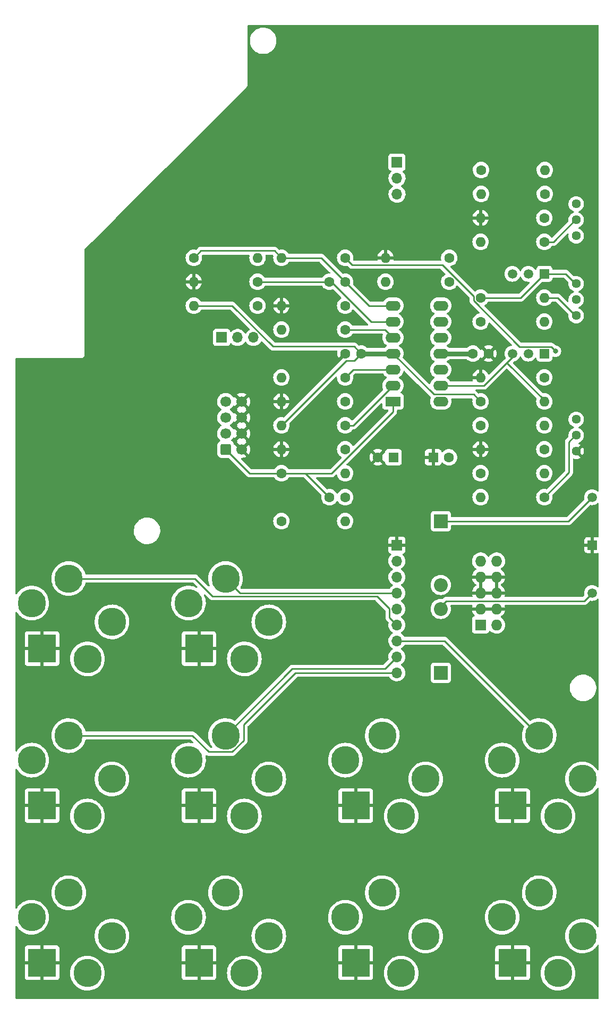
<source format=gbl>
G04 #@! TF.GenerationSoftware,KiCad,Pcbnew,6.0.1-79c1e3a40b~116~ubuntu20.04.1*
G04 #@! TF.CreationDate,2022-01-29T17:03:43-05:00*
G04 #@! TF.ProjectId,herovco_back,6865726f-7663-46f5-9f62-61636b2e6b69,rev?*
G04 #@! TF.SameCoordinates,Original*
G04 #@! TF.FileFunction,Copper,L2,Bot*
G04 #@! TF.FilePolarity,Positive*
%FSLAX46Y46*%
G04 Gerber Fmt 4.6, Leading zero omitted, Abs format (unit mm)*
G04 Created by KiCad (PCBNEW 6.0.1-79c1e3a40b~116~ubuntu20.04.1) date 2022-01-29 17:03:43*
%MOMM*%
%LPD*%
G01*
G04 APERTURE LIST*
G04 Aperture macros list*
%AMRoundRect*
0 Rectangle with rounded corners*
0 $1 Rounding radius*
0 $2 $3 $4 $5 $6 $7 $8 $9 X,Y pos of 4 corners*
0 Add a 4 corners polygon primitive as box body*
4,1,4,$2,$3,$4,$5,$6,$7,$8,$9,$2,$3,0*
0 Add four circle primitives for the rounded corners*
1,1,$1+$1,$2,$3*
1,1,$1+$1,$4,$5*
1,1,$1+$1,$6,$7*
1,1,$1+$1,$8,$9*
0 Add four rect primitives between the rounded corners*
20,1,$1+$1,$2,$3,$4,$5,0*
20,1,$1+$1,$4,$5,$6,$7,0*
20,1,$1+$1,$6,$7,$8,$9,0*
20,1,$1+$1,$8,$9,$2,$3,0*%
G04 Aperture macros list end*
G04 #@! TA.AperFunction,ComponentPad*
%ADD10R,1.700000X1.700000*%
G04 #@! TD*
G04 #@! TA.AperFunction,ComponentPad*
%ADD11O,1.700000X1.700000*%
G04 #@! TD*
G04 #@! TA.AperFunction,ComponentPad*
%ADD12C,4.500001*%
G04 #@! TD*
G04 #@! TA.AperFunction,ComponentPad*
%ADD13R,4.500001X4.500001*%
G04 #@! TD*
G04 #@! TA.AperFunction,ComponentPad*
%ADD14C,4.500000*%
G04 #@! TD*
G04 #@! TA.AperFunction,ComponentPad*
%ADD15R,1.500000X1.500000*%
G04 #@! TD*
G04 #@! TA.AperFunction,ComponentPad*
%ADD16C,1.500000*%
G04 #@! TD*
G04 #@! TA.AperFunction,ComponentPad*
%ADD17C,1.440000*%
G04 #@! TD*
G04 #@! TA.AperFunction,ComponentPad*
%ADD18C,1.600000*%
G04 #@! TD*
G04 #@! TA.AperFunction,ComponentPad*
%ADD19O,1.600000X1.600000*%
G04 #@! TD*
G04 #@! TA.AperFunction,ComponentPad*
%ADD20R,1.727200X1.727200*%
G04 #@! TD*
G04 #@! TA.AperFunction,ComponentPad*
%ADD21O,1.727200X1.727200*%
G04 #@! TD*
G04 #@! TA.AperFunction,ComponentPad*
%ADD22R,2.200000X2.200000*%
G04 #@! TD*
G04 #@! TA.AperFunction,ComponentPad*
%ADD23O,2.200000X2.200000*%
G04 #@! TD*
G04 #@! TA.AperFunction,ComponentPad*
%ADD24RoundRect,0.250000X-0.600000X-0.600000X0.600000X-0.600000X0.600000X0.600000X-0.600000X0.600000X0*%
G04 #@! TD*
G04 #@! TA.AperFunction,ComponentPad*
%ADD25C,1.700000*%
G04 #@! TD*
G04 #@! TA.AperFunction,ComponentPad*
%ADD26R,1.600000X1.600000*%
G04 #@! TD*
G04 #@! TA.AperFunction,ComponentPad*
%ADD27R,2.400000X1.600000*%
G04 #@! TD*
G04 #@! TA.AperFunction,ComponentPad*
%ADD28O,2.400000X1.600000*%
G04 #@! TD*
G04 #@! TA.AperFunction,ViaPad*
%ADD29C,0.800000*%
G04 #@! TD*
G04 #@! TA.AperFunction,Conductor*
%ADD30C,0.250000*%
G04 #@! TD*
G04 #@! TA.AperFunction,Conductor*
%ADD31C,0.750000*%
G04 #@! TD*
G04 APERTURE END LIST*
D10*
G04 #@! TO.P,J10,1,Pin_1*
G04 #@! TO.N,Board_0-/Outputs and sin/TRIANGLE_OUT_S*
X166135000Y-49825000D03*
D11*
G04 #@! TO.P,J10,2,Pin_2*
G04 #@! TO.N,Board_0-/Outputs and sin/PULSE_OUT_S*
X166135000Y-52365000D03*
G04 #@! TO.P,J10,3,Pin_3*
G04 #@! TO.N,Board_0-/Outputs and sin/SAW_OUT_S*
X166135000Y-54905000D03*
G04 #@! TD*
D10*
G04 #@! TO.P,J9,1,Pin_1*
G04 #@! TO.N,Board_0-GND1*
X166110000Y-110770000D03*
D11*
G04 #@! TO.P,J9,2,Pin_2*
G04 #@! TO.N,Board_0--12V_1*
X166110000Y-113310000D03*
G04 #@! TO.P,J9,3,Pin_3*
G04 #@! TO.N,Board_0-+12V_1*
X166110000Y-115850000D03*
G04 #@! TO.P,J9,4,Pin_4*
G04 #@! TO.N,Board_0-/Jacks\u002C power\u002C etc/PWMIN_J*
X166110000Y-118390000D03*
G04 #@! TO.P,J9,5,Pin_5*
G04 #@! TO.N,Board_0-/Jacks\u002C power\u002C etc/CV_IN_J*
X166110000Y-120930000D03*
G04 #@! TO.P,J9,6,Pin_6*
G04 #@! TO.N,Board_0-/Jacks\u002C power\u002C etc/SYNC_J*
X166110000Y-123470000D03*
G04 #@! TO.P,J9,7,Pin_7*
G04 #@! TO.N,Board_0-/Jacks\u002C power\u002C etc/LIN_FM_IN_J*
X166110000Y-126010000D03*
G04 #@! TO.P,J9,8,Pin_8*
G04 #@! TO.N,Board_0-/Jacks\u002C power\u002C etc/V_OCT2_J*
X166110000Y-128550000D03*
G04 #@! TO.P,J9,9,Pin_9*
G04 #@! TO.N,Board_0-/Jacks\u002C power\u002C etc/V_OCT_J*
X166110000Y-131090000D03*
G04 #@! TD*
D12*
G04 #@! TO.P,J19,R*
G04 #@! TO.N,N/C*
X195700000Y-148000000D03*
G04 #@! TO.P,J19,RN*
X191800000Y-153900000D03*
D13*
G04 #@! TO.P,J19,S*
G04 #@! TO.N,Board_0-GND1*
X184560000Y-152240000D03*
D14*
G04 #@! TO.P,J19,T*
G04 #@! TO.N,Board_0-/Jacks\u002C power\u002C etc/LIN_FM_IN_J*
X188800000Y-141100000D03*
G04 #@! TO.P,J19,TN*
G04 #@! TO.N,N/C*
X182900000Y-145000000D03*
G04 #@! TD*
D12*
G04 #@! TO.P,J21,R*
G04 #@! TO.N,N/C*
X170700000Y-148000000D03*
G04 #@! TO.P,J21,RN*
X166800000Y-153900000D03*
D13*
G04 #@! TO.P,J21,S*
G04 #@! TO.N,Board_0-GND1*
X159560000Y-152240000D03*
D14*
G04 #@! TO.P,J21,T*
G04 #@! TO.N,Board_0-/Jacks\u002C power\u002C etc/CV_IN_J*
X163800000Y-141100000D03*
G04 #@! TO.P,J21,TN*
G04 #@! TO.N,N/C*
X157900000Y-145000000D03*
G04 #@! TD*
D12*
G04 #@! TO.P,J22,R*
G04 #@! TO.N,N/C*
X120700000Y-148000000D03*
G04 #@! TO.P,J22,RN*
X116800000Y-153900000D03*
D13*
G04 #@! TO.P,J22,S*
G04 #@! TO.N,Board_0-GND1*
X109560000Y-152240000D03*
D14*
G04 #@! TO.P,J22,T*
G04 #@! TO.N,Board_0-/Jacks\u002C power\u002C etc/V_OCT_J*
X113800000Y-141100000D03*
G04 #@! TO.P,J22,TN*
G04 #@! TO.N,N/C*
X107900000Y-145000000D03*
G04 #@! TD*
D12*
G04 #@! TO.P,J26,R*
G04 #@! TO.N,N/C*
X195700000Y-173000000D03*
G04 #@! TO.P,J26,RN*
X191800000Y-178900000D03*
D13*
G04 #@! TO.P,J26,S*
G04 #@! TO.N,Board_0-GND1*
X184560000Y-177240000D03*
D14*
G04 #@! TO.P,J26,T*
G04 #@! TO.N,Board_0-PULSE*
X188800000Y-166100000D03*
G04 #@! TO.P,J26,TN*
G04 #@! TO.N,N/C*
X182900000Y-170000000D03*
G04 #@! TD*
D12*
G04 #@! TO.P,J28,R*
G04 #@! TO.N,N/C*
X145700000Y-148000000D03*
G04 #@! TO.P,J28,RN*
X141800000Y-153900000D03*
D13*
G04 #@! TO.P,J28,S*
G04 #@! TO.N,Board_0-GND1*
X134560000Y-152240000D03*
D14*
G04 #@! TO.P,J28,T*
G04 #@! TO.N,Board_0-/Jacks\u002C power\u002C etc/V_OCT2_J*
X138800000Y-141100000D03*
G04 #@! TO.P,J28,TN*
G04 #@! TO.N,N/C*
X132900000Y-145000000D03*
G04 #@! TD*
D12*
G04 #@! TO.P,J27,R*
G04 #@! TO.N,N/C*
X170700000Y-173000000D03*
G04 #@! TO.P,J27,RN*
X166800000Y-178900000D03*
D13*
G04 #@! TO.P,J27,S*
G04 #@! TO.N,Board_0-GND1*
X159560000Y-177240000D03*
D14*
G04 #@! TO.P,J27,T*
G04 #@! TO.N,Board_0-SAW*
X163800000Y-166100000D03*
G04 #@! TO.P,J27,TN*
G04 #@! TO.N,N/C*
X157900000Y-170000000D03*
G04 #@! TD*
D15*
G04 #@! TO.P,TP9,1,1*
G04 #@! TO.N,Board_0-GND1*
X197240000Y-110770000D03*
G04 #@! TD*
D12*
G04 #@! TO.P,J24,R*
G04 #@! TO.N,N/C*
X145700000Y-173000000D03*
G04 #@! TO.P,J24,RN*
X141800000Y-178900000D03*
D13*
G04 #@! TO.P,J24,S*
G04 #@! TO.N,Board_0-GND1*
X134560000Y-177240000D03*
D14*
G04 #@! TO.P,J24,T*
G04 #@! TO.N,Board_0-/Jacks\u002C power\u002C etc/SIN*
X138800000Y-166100000D03*
G04 #@! TO.P,J24,TN*
G04 #@! TO.N,N/C*
X132900000Y-170000000D03*
G04 #@! TD*
D16*
G04 #@! TO.P,TP7,1,1*
G04 #@! TO.N,Board_0-+12V_1*
X197240000Y-103150000D03*
G04 #@! TD*
D12*
G04 #@! TO.P,J18,R*
G04 #@! TO.N,N/C*
X145700000Y-123000000D03*
G04 #@! TO.P,J18,RN*
X141800000Y-128900000D03*
D13*
G04 #@! TO.P,J18,S*
G04 #@! TO.N,Board_0-GND1*
X134560000Y-127240000D03*
D14*
G04 #@! TO.P,J18,T*
G04 #@! TO.N,Board_0-/Jacks\u002C power\u002C etc/PWMIN_J*
X138800000Y-116100000D03*
G04 #@! TO.P,J18,TN*
G04 #@! TO.N,N/C*
X132900000Y-120000000D03*
G04 #@! TD*
D12*
G04 #@! TO.P,J25,R*
G04 #@! TO.N,N/C*
X120700000Y-173000000D03*
G04 #@! TO.P,J25,RN*
X116800000Y-178900000D03*
D13*
G04 #@! TO.P,J25,S*
G04 #@! TO.N,Board_0-GND1*
X109560000Y-177240000D03*
D14*
G04 #@! TO.P,J25,T*
G04 #@! TO.N,Board_0-TRI*
X113800000Y-166100000D03*
G04 #@! TO.P,J25,TN*
G04 #@! TO.N,N/C*
X107900000Y-170000000D03*
G04 #@! TD*
D12*
G04 #@! TO.P,J20,R*
G04 #@! TO.N,N/C*
X120700000Y-123000000D03*
G04 #@! TO.P,J20,RN*
X116800000Y-128900000D03*
D13*
G04 #@! TO.P,J20,S*
G04 #@! TO.N,Board_0-GND1*
X109560000Y-127240000D03*
D14*
G04 #@! TO.P,J20,T*
G04 #@! TO.N,Board_0-/Jacks\u002C power\u002C etc/SYNC_J*
X113800000Y-116100000D03*
G04 #@! TO.P,J20,TN*
G04 #@! TO.N,N/C*
X107900000Y-120000000D03*
G04 #@! TD*
D10*
G04 #@! TO.P,J11,1,Pin_1*
G04 #@! TO.N,Board_0-/LINK_OUT_FM_B*
X138185000Y-77725000D03*
D11*
G04 #@! TO.P,J11,2,Pin_2*
G04 #@! TO.N,Board_0-/LINK_OUT_PW_B*
X140725000Y-77725000D03*
G04 #@! TO.P,J11,3,Pin_3*
G04 #@! TO.N,Board_0-/LINK_OUT_CV_B*
X143265000Y-77725000D03*
G04 #@! TD*
D16*
G04 #@! TO.P,TP8,1,1*
G04 #@! TO.N,Board_0--12V_1*
X197240000Y-118390000D03*
G04 #@! TD*
D17*
G04 #@! TO.P,RV11,1,1*
G04 #@! TO.N,Board_0-Net-(Q1-Pad1)*
X194700000Y-74250000D03*
G04 #@! TO.P,RV11,2,2*
G04 #@! TO.N,Board_0-Net-(R47-Pad2)*
X194700000Y-71710000D03*
G04 #@! TO.P,RV11,3,3*
G04 #@! TO.N,Board_0-Net-(Q2-Pad1)*
X194700000Y-69170000D03*
G04 #@! TD*
D18*
G04 #@! TO.P,C17,1*
G04 #@! TO.N,Board_0-GND1*
X180730000Y-80290000D03*
G04 #@! TO.P,C17,2*
G04 #@! TO.N,Board_0--12V_1*
X178230000Y-80290000D03*
G04 #@! TD*
G04 #@! TO.P,R52,1*
G04 #@! TO.N,Board_0-Net-(R52-Pad1)*
X157870000Y-84100000D03*
D19*
G04 #@! TO.P,R52,2*
G04 #@! TO.N,Board_0-/Outputs and sin/SAW_OUT_S*
X147710000Y-84100000D03*
G04 #@! TD*
D18*
G04 #@! TO.P,R45,1*
G04 #@! TO.N,Board_0-Net-(Q2-Pad1)*
X179460000Y-71400000D03*
D19*
G04 #@! TO.P,R45,2*
G04 #@! TO.N,Board_0-Net-(Q1-Pad1)*
X189620000Y-71400000D03*
G04 #@! TD*
D18*
G04 #@! TO.P,R57,1*
G04 #@! TO.N,Board_0-Net-(C18-Pad2)*
X157870000Y-91720000D03*
D19*
G04 #@! TO.P,R57,2*
G04 #@! TO.N,Board_0-+12V_1*
X147710000Y-91720000D03*
G04 #@! TD*
D18*
G04 #@! TO.P,R64,1*
G04 #@! TO.N,Board_0-Net-(C19-Pad1)*
X133740000Y-65050000D03*
D19*
G04 #@! TO.P,R64,2*
G04 #@! TO.N,Board_0-Net-(C19-Pad2)*
X143900000Y-65050000D03*
G04 #@! TD*
D18*
G04 #@! TO.P,R58,1*
G04 #@! TO.N,Board_0-Net-(C19-Pad2)*
X143900000Y-72670000D03*
D19*
G04 #@! TO.P,R58,2*
G04 #@! TO.N,Board_0-+12V_1*
X133740000Y-72670000D03*
G04 #@! TD*
D20*
G04 #@! TO.P,J23,1,-12V*
G04 #@! TO.N,Board_0-/Jacks\u002C power\u002C etc/-12V_IN*
X179460000Y-123470000D03*
D21*
G04 #@! TO.P,J23,2,-12V*
X182000000Y-123470000D03*
G04 #@! TO.P,J23,3,GND*
G04 #@! TO.N,Board_0-GND1*
X179460000Y-120930000D03*
G04 #@! TO.P,J23,4,GND*
X182000000Y-120930000D03*
G04 #@! TO.P,J23,5,GND*
X179460000Y-118390000D03*
G04 #@! TO.P,J23,6,GND*
X182000000Y-118390000D03*
G04 #@! TO.P,J23,7,GND*
X179460000Y-115850000D03*
G04 #@! TO.P,J23,8,GND*
X182000000Y-115850000D03*
G04 #@! TO.P,J23,9,+12V*
G04 #@! TO.N,Board_0-/Jacks\u002C power\u002C etc/+12V_IN*
X179460000Y-113310000D03*
G04 #@! TO.P,J23,10,+12V*
X182000000Y-113310000D03*
G04 #@! TD*
D22*
G04 #@! TO.P,D3,1,K*
G04 #@! TO.N,Board_0-+12V_1*
X173110000Y-106960000D03*
D23*
G04 #@! TO.P,D3,2,A*
G04 #@! TO.N,Board_0-/Jacks\u002C power\u002C etc/+12V_IN*
X173110000Y-117120000D03*
G04 #@! TD*
D18*
G04 #@! TO.P,R56,1*
G04 #@! TO.N,Board_0-Net-(R56-Pad1)*
X174460000Y-68860000D03*
D19*
G04 #@! TO.P,R56,2*
G04 #@! TO.N,Board_0-+12V_1*
X164300000Y-68860000D03*
G04 #@! TD*
D18*
G04 #@! TO.P,R44,1*
G04 #@! TO.N,Board_0-+12V_1*
X179460000Y-87910000D03*
D19*
G04 #@! TO.P,R44,2*
G04 #@! TO.N,Board_0-Net-(Q1-Pad3)*
X189620000Y-87910000D03*
G04 #@! TD*
D24*
G04 #@! TO.P,J17,1,Pin_1*
G04 #@! TO.N,Board_0-/Outputs and sin/LINK_OUT_SAW*
X138820000Y-95530000D03*
D25*
G04 #@! TO.P,J17,2,Pin_2*
G04 #@! TO.N,Board_0-GND1*
X141360000Y-95530000D03*
G04 #@! TO.P,J17,3,Pin_3*
G04 #@! TO.N,Board_0-/LINK_OUT_FM_B*
X138820000Y-92990000D03*
G04 #@! TO.P,J17,4,Pin_4*
G04 #@! TO.N,Board_0-GND1*
X141360000Y-92990000D03*
G04 #@! TO.P,J17,5,Pin_5*
G04 #@! TO.N,Board_0-/LINK_OUT_PW_B*
X138820000Y-90450000D03*
G04 #@! TO.P,J17,6,Pin_6*
G04 #@! TO.N,Board_0-GND1*
X141360000Y-90450000D03*
G04 #@! TO.P,J17,7,Pin_7*
G04 #@! TO.N,Board_0-/LINK_OUT_CV_B*
X138820000Y-87910000D03*
G04 #@! TO.P,J17,8,Pin_8*
G04 #@! TO.N,Board_0-GND1*
X141360000Y-87910000D03*
G04 #@! TD*
D18*
G04 #@! TO.P,R55,1*
G04 #@! TO.N,Board_0-Net-(R53-Pad1)*
X157870000Y-72670000D03*
D19*
G04 #@! TO.P,R55,2*
G04 #@! TO.N,Board_0-GND1*
X147710000Y-72670000D03*
G04 #@! TD*
D18*
G04 #@! TO.P,R60,1*
G04 #@! TO.N,Board_0-Net-(C18-Pad2)*
X157870000Y-95530000D03*
D19*
G04 #@! TO.P,R60,2*
G04 #@! TO.N,Board_0-GND1*
X147710000Y-95530000D03*
G04 #@! TD*
D18*
G04 #@! TO.P,C16,1*
G04 #@! TO.N,Board_0-+12V_1*
X160410000Y-80290000D03*
G04 #@! TO.P,C16,2*
G04 #@! TO.N,Board_0-GND1*
X157910000Y-80290000D03*
G04 #@! TD*
D15*
G04 #@! TO.P,Q1,1,E*
G04 #@! TO.N,Board_0-Net-(Q1-Pad1)*
X189620000Y-80290000D03*
D16*
G04 #@! TO.P,Q1,2,B*
G04 #@! TO.N,Board_0-Net-(Q1-Pad2)*
X187080000Y-80290000D03*
G04 #@! TO.P,Q1,3,C*
G04 #@! TO.N,Board_0-Net-(Q1-Pad3)*
X184540000Y-80290000D03*
G04 #@! TD*
D18*
G04 #@! TO.P,R61,1*
G04 #@! TO.N,Board_0-Net-(C19-Pad2)*
X143900000Y-68860000D03*
D19*
G04 #@! TO.P,R61,2*
G04 #@! TO.N,Board_0-GND1*
X133740000Y-68860000D03*
G04 #@! TD*
D26*
G04 #@! TO.P,C15,1*
G04 #@! TO.N,Board_0-GND1*
X171920000Y-96800000D03*
D18*
G04 #@! TO.P,C15,2*
G04 #@! TO.N,Board_0--12V_1*
X174420000Y-96800000D03*
G04 #@! TD*
G04 #@! TO.P,R48,1*
G04 #@! TO.N,Board_0-Net-(Q2-Pad2)*
X189620000Y-58700000D03*
D19*
G04 #@! TO.P,R48,2*
G04 #@! TO.N,Board_0-GND1*
X179460000Y-58700000D03*
G04 #@! TD*
D18*
G04 #@! TO.P,R66,1*
G04 #@! TO.N,Board_0-SAW*
X147710000Y-106960000D03*
D19*
G04 #@! TO.P,R66,2*
G04 #@! TO.N,Board_0-/Outputs and sin/LINK_OUT_SAW*
X157870000Y-106960000D03*
G04 #@! TD*
D18*
G04 #@! TO.P,R67,1*
G04 #@! TO.N,Board_0-PULSE*
X157870000Y-65050000D03*
D19*
G04 #@! TO.P,R67,2*
G04 #@! TO.N,Board_0-Net-(C19-Pad1)*
X147710000Y-65050000D03*
G04 #@! TD*
D15*
G04 #@! TO.P,Q2,1,E*
G04 #@! TO.N,Board_0-Net-(Q2-Pad1)*
X189620000Y-67590000D03*
D16*
G04 #@! TO.P,Q2,2,B*
G04 #@! TO.N,Board_0-Net-(Q2-Pad2)*
X187080000Y-67590000D03*
G04 #@! TO.P,Q2,3,C*
G04 #@! TO.N,Board_0-Net-(Q2-Pad3)*
X184540000Y-67590000D03*
G04 #@! TD*
D27*
G04 #@! TO.P,U7,1*
G04 #@! TO.N,Board_0-/Outputs and sin/LINK_OUT_SAW*
X165490000Y-87910000D03*
D28*
G04 #@! TO.P,U7,2,-*
G04 #@! TO.N,Board_0-Net-(C18-Pad2)*
X165490000Y-85370000D03*
G04 #@! TO.P,U7,3,+*
G04 #@! TO.N,Board_0-Net-(R52-Pad1)*
X165490000Y-82830000D03*
G04 #@! TO.P,U7,4,V+*
G04 #@! TO.N,Board_0-+12V_1*
X165490000Y-80290000D03*
G04 #@! TO.P,U7,5,+*
G04 #@! TO.N,Board_0-Net-(R53-Pad1)*
X165490000Y-77750000D03*
G04 #@! TO.P,U7,6,-*
G04 #@! TO.N,Board_0-Net-(C19-Pad2)*
X165490000Y-75210000D03*
G04 #@! TO.P,U7,7*
G04 #@! TO.N,Board_0-Net-(C19-Pad1)*
X165490000Y-72670000D03*
G04 #@! TO.P,U7,8*
G04 #@! TO.N,Board_0-TRI_RAW*
X173110000Y-72670000D03*
G04 #@! TO.P,U7,9,-*
G04 #@! TO.N,Board_0-Net-(R56-Pad1)*
X173110000Y-75210000D03*
G04 #@! TO.P,U7,10,+*
G04 #@! TO.N,Board_0-/Outputs and sin/TRIANGLE_OUT_S*
X173110000Y-77750000D03*
G04 #@! TO.P,U7,11,V-*
G04 #@! TO.N,Board_0--12V_1*
X173110000Y-80290000D03*
G04 #@! TO.P,U7,12,+*
G04 #@! TO.N,Board_0-Net-(Q2-Pad3)*
X173110000Y-82830000D03*
G04 #@! TO.P,U7,13,-*
G04 #@! TO.N,Board_0-Net-(Q1-Pad3)*
X173110000Y-85370000D03*
G04 #@! TO.P,U7,14*
G04 #@! TO.N,Board_0-Net-(R50-Pad1)*
X173110000Y-87910000D03*
G04 #@! TD*
D18*
G04 #@! TO.P,R65,1*
G04 #@! TO.N,Board_0-TRI*
X179540000Y-51080000D03*
D19*
G04 #@! TO.P,R65,2*
G04 #@! TO.N,Board_0-TRI_RAW*
X189700000Y-51080000D03*
G04 #@! TD*
D18*
G04 #@! TO.P,R59,1*
G04 #@! TO.N,Board_0-Net-(R56-Pad1)*
X174460000Y-65050000D03*
D19*
G04 #@! TO.P,R59,2*
G04 #@! TO.N,Board_0-GND1*
X164300000Y-65050000D03*
G04 #@! TD*
D26*
G04 #@! TO.P,C14,1*
G04 #@! TO.N,Board_0-+12V_1*
X165570000Y-96800000D03*
D18*
G04 #@! TO.P,C14,2*
G04 #@! TO.N,Board_0-GND1*
X163070000Y-96800000D03*
G04 #@! TD*
G04 #@! TO.P,R62,1*
G04 #@! TO.N,Board_0-TRI_RAW*
X189700000Y-54890000D03*
D19*
G04 #@! TO.P,R62,2*
G04 #@! TO.N,Board_0-Net-(R56-Pad1)*
X179540000Y-54890000D03*
G04 #@! TD*
D18*
G04 #@! TO.P,R42,1*
G04 #@! TO.N,Board_0-Net-(R42-Pad1)*
X189620000Y-62510000D03*
D19*
G04 #@! TO.P,R42,2*
G04 #@! TO.N,Board_0-TRI_RAW*
X179460000Y-62510000D03*
G04 #@! TD*
D18*
G04 #@! TO.P,R46,1*
G04 #@! TO.N,Board_0-+12V_1*
X179460000Y-91720000D03*
D19*
G04 #@! TO.P,R46,2*
G04 #@! TO.N,Board_0-Net-(Q2-Pad3)*
X189620000Y-91720000D03*
G04 #@! TD*
D18*
G04 #@! TO.P,R50,1*
G04 #@! TO.N,Board_0-Net-(R50-Pad1)*
X179460000Y-99340000D03*
D19*
G04 #@! TO.P,R50,2*
G04 #@! TO.N,Board_0-Net-(Q1-Pad3)*
X189620000Y-99340000D03*
G04 #@! TD*
D17*
G04 #@! TO.P,RV10,1,1*
G04 #@! TO.N,Board_0-Net-(Q1-Pad2)*
X194700000Y-61550000D03*
G04 #@! TO.P,RV10,2,2*
G04 #@! TO.N,Board_0-Net-(R42-Pad1)*
X194700000Y-59010000D03*
G04 #@! TO.P,RV10,3,3*
X194700000Y-56470000D03*
G04 #@! TD*
D18*
G04 #@! TO.P,R43,1*
G04 #@! TO.N,Board_0-Net-(Q1-Pad2)*
X189620000Y-84100000D03*
D19*
G04 #@! TO.P,R43,2*
G04 #@! TO.N,Board_0-GND1*
X179460000Y-84100000D03*
G04 #@! TD*
D18*
G04 #@! TO.P,C18,1*
G04 #@! TO.N,Board_0-/Outputs and sin/LINK_OUT_SAW*
X155370000Y-103150000D03*
G04 #@! TO.P,C18,2*
G04 #@! TO.N,Board_0-Net-(C18-Pad2)*
X157870000Y-103150000D03*
G04 #@! TD*
G04 #@! TO.P,R47,1*
G04 #@! TO.N,Board_0--12V_1*
X179460000Y-75210000D03*
D19*
G04 #@! TO.P,R47,2*
G04 #@! TO.N,Board_0-Net-(R47-Pad2)*
X189620000Y-75210000D03*
G04 #@! TD*
D18*
G04 #@! TO.P,R63,1*
G04 #@! TO.N,Board_0-/Outputs and sin/LINK_OUT_SAW*
X147710000Y-99340000D03*
D19*
G04 #@! TO.P,R63,2*
G04 #@! TO.N,Board_0-Net-(C18-Pad2)*
X157870000Y-99340000D03*
G04 #@! TD*
D18*
G04 #@! TO.P,R54,1*
G04 #@! TO.N,Board_0-Net-(R52-Pad1)*
X157870000Y-87910000D03*
D19*
G04 #@! TO.P,R54,2*
G04 #@! TO.N,Board_0-GND1*
X147710000Y-87910000D03*
G04 #@! TD*
D18*
G04 #@! TO.P,R51,1*
G04 #@! TO.N,Board_0-/Jacks\u002C power\u002C etc/SIN*
X189620000Y-103150000D03*
D19*
G04 #@! TO.P,R51,2*
G04 #@! TO.N,Board_0-Net-(R50-Pad1)*
X179460000Y-103150000D03*
G04 #@! TD*
D17*
G04 #@! TO.P,RV12,1,1*
G04 #@! TO.N,Board_0-GND1*
X194700000Y-95840000D03*
G04 #@! TO.P,RV12,2,2*
G04 #@! TO.N,Board_0-/Jacks\u002C power\u002C etc/SIN*
X194700000Y-93300000D03*
G04 #@! TO.P,RV12,3,3*
X194700000Y-90760000D03*
G04 #@! TD*
D18*
G04 #@! TO.P,R53,1*
G04 #@! TO.N,Board_0-Net-(R53-Pad1)*
X157870000Y-76480000D03*
D19*
G04 #@! TO.P,R53,2*
G04 #@! TO.N,Board_0-/Outputs and sin/PULSE_OUT_S*
X147710000Y-76480000D03*
G04 #@! TD*
D18*
G04 #@! TO.P,R49,1*
G04 #@! TO.N,Board_0-Net-(Q2-Pad3)*
X189620000Y-95530000D03*
D19*
G04 #@! TO.P,R49,2*
G04 #@! TO.N,Board_0-GND1*
X179460000Y-95530000D03*
G04 #@! TD*
D18*
G04 #@! TO.P,C19,1*
G04 #@! TO.N,Board_0-Net-(C19-Pad1)*
X157870000Y-68860000D03*
G04 #@! TO.P,C19,2*
G04 #@! TO.N,Board_0-Net-(C19-Pad2)*
X155370000Y-68860000D03*
G04 #@! TD*
D22*
G04 #@! TO.P,D4,1,K*
G04 #@! TO.N,Board_0-/Jacks\u002C power\u002C etc/-12V_IN*
X173110000Y-131090000D03*
D23*
G04 #@! TO.P,D4,2,A*
G04 #@! TO.N,Board_0--12V_1*
X173110000Y-120930000D03*
G04 #@! TD*
D29*
G04 #@! TO.N,Board_0-PULSE*
X191398000Y-79909000D03*
G04 #@! TD*
D30*
G04 #@! TO.N,Board_0-+12V_1*
X171984990Y-86784990D02*
X165490000Y-80290000D01*
X178334990Y-86784990D02*
X171984990Y-86784990D01*
X179460000Y-87910000D02*
X178334990Y-86784990D01*
D31*
X165490000Y-80290000D02*
X160410000Y-80290000D01*
D30*
X158014999Y-81415001D02*
X147710000Y-91720000D01*
X159284999Y-81415001D02*
X158014999Y-81415001D01*
X160410000Y-80290000D02*
X159284999Y-81415001D01*
X159285489Y-79165489D02*
X146366499Y-79165489D01*
X139871010Y-72670000D02*
X133740000Y-72670000D01*
X193430000Y-106960000D02*
X197240000Y-103150000D01*
X173110000Y-106960000D02*
X193430000Y-106960000D01*
X160410000Y-80290000D02*
X159285489Y-79165489D01*
X146366499Y-79165489D02*
X139871010Y-72670000D01*
D31*
G04 #@! TO.N,Board_0--12V_1*
X173110000Y-80290000D02*
X178230000Y-80290000D01*
D30*
X173969756Y-119660000D02*
X195970000Y-119660000D01*
X173110000Y-120519756D02*
X173969756Y-119660000D01*
X195970000Y-119660000D02*
X197240000Y-118390000D01*
G04 #@! TO.N,Board_0-/Jacks\u002C power\u002C etc/LIN_FM_IN_J*
X166110000Y-126010000D02*
X173710000Y-126010000D01*
X173710000Y-126010000D02*
X188800000Y-141100000D01*
G04 #@! TO.N,Board_0-/Jacks\u002C power\u002C etc/PWMIN_J*
X141090000Y-118390000D02*
X138800000Y-116100000D01*
X166110000Y-118390000D02*
X141090000Y-118390000D01*
G04 #@! TO.N,Board_0-/Jacks\u002C power\u002C etc/SIN*
X189620000Y-103150000D02*
X193535489Y-99234511D01*
X193535489Y-99234511D02*
X193535489Y-94344511D01*
X193535489Y-94344511D02*
X194580000Y-93300000D01*
G04 #@! TO.N,Board_0-/Jacks\u002C power\u002C etc/SYNC_J*
X133943000Y-116100000D02*
X113800000Y-116100000D01*
X166110000Y-123470000D02*
X164935489Y-122295489D01*
X164935489Y-120883489D02*
X162950000Y-118898000D01*
X162950000Y-118898000D02*
X136741000Y-118898000D01*
X164935489Y-122295489D02*
X164935489Y-120883489D01*
X136741000Y-118898000D02*
X133943000Y-116100000D01*
G04 #@! TO.N,Board_0-/Jacks\u002C power\u002C etc/V_OCT2_J*
X149445000Y-130455000D02*
X164205000Y-130455000D01*
X138800000Y-141100000D02*
X149445000Y-130455000D01*
X164205000Y-130455000D02*
X166110000Y-128550000D01*
G04 #@! TO.N,Board_0-/Jacks\u002C power\u002C etc/V_OCT_J*
X149949000Y-131090000D02*
X141694000Y-139345000D01*
X136117511Y-143674511D02*
X133543000Y-141100000D01*
X141694000Y-141846909D02*
X139866398Y-143674511D01*
X141694000Y-139345000D02*
X141694000Y-141846909D01*
X139866398Y-143674511D02*
X136117511Y-143674511D01*
X166110000Y-131090000D02*
X149949000Y-131090000D01*
X133543000Y-141100000D02*
X113800000Y-141100000D01*
G04 #@! TO.N,Board_0-/Outputs and sin/LINK_OUT_SAW*
X151520000Y-99340000D02*
X155330000Y-103150000D01*
X147710000Y-99340000D02*
X151520000Y-99340000D01*
X155725002Y-99340000D02*
X151520000Y-99340000D01*
X165490000Y-89575002D02*
X155725002Y-99340000D01*
X165490000Y-87910000D02*
X165490000Y-89575002D01*
X142630000Y-99340000D02*
X147710000Y-99340000D01*
X138820000Y-95530000D02*
X142630000Y-99340000D01*
G04 #@! TO.N,Board_0-Net-(C18-Pad2)*
X159140000Y-91720000D02*
X165490000Y-85370000D01*
X157870000Y-91720000D02*
X159140000Y-91720000D01*
G04 #@! TO.N,Board_0-Net-(C19-Pad1)*
X134864511Y-63925489D02*
X146585489Y-63925489D01*
X146585489Y-63925489D02*
X147710000Y-65050000D01*
X133740000Y-65050000D02*
X134864511Y-63925489D01*
X157870000Y-68860000D02*
X161680000Y-72670000D01*
X147710000Y-65050000D02*
X154060000Y-65050000D01*
X161680000Y-72670000D02*
X165490000Y-72670000D01*
X154060000Y-65050000D02*
X157870000Y-68860000D01*
G04 #@! TO.N,Board_0-Net-(C19-Pad2)*
X162000300Y-75210000D02*
X165490000Y-75210000D01*
X155650300Y-68860000D02*
X162000300Y-75210000D01*
X143900000Y-68860000D02*
X155370000Y-68860000D01*
G04 #@! TO.N,Board_0-Net-(Q1-Pad1)*
X191730000Y-71400000D02*
X194580000Y-74250000D01*
X189620000Y-71400000D02*
X191730000Y-71400000D01*
G04 #@! TO.N,Board_0-Net-(Q1-Pad3)*
X183655000Y-81731000D02*
X189620000Y-87696000D01*
X180016000Y-85370000D02*
X184540000Y-80846000D01*
X173110000Y-85370000D02*
X180016000Y-85370000D01*
G04 #@! TO.N,Board_0-Net-(Q2-Pad1)*
X185810000Y-71400000D02*
X189620000Y-67590000D01*
X179460000Y-71400000D02*
X185810000Y-71400000D01*
X189620000Y-67590000D02*
X193000000Y-67590000D01*
X193000000Y-67590000D02*
X194580000Y-69170000D01*
G04 #@! TO.N,Board_0-Net-(R42-Pad1)*
X191080000Y-62510000D02*
X194580000Y-59010000D01*
X189620000Y-62510000D02*
X191080000Y-62510000D01*
G04 #@! TO.N,Board_0-Net-(R52-Pad1)*
X159140000Y-82830000D02*
X165490000Y-82830000D01*
X157870000Y-84100000D02*
X159140000Y-82830000D01*
G04 #@! TO.N,Board_0-Net-(R53-Pad1)*
X164220000Y-76480000D02*
X165490000Y-77750000D01*
X157870000Y-76480000D02*
X164220000Y-76480000D01*
G04 #@! TO.N,Board_0-PULSE*
X178335489Y-71865789D02*
X185685189Y-79215489D01*
X173364811Y-66174511D02*
X178335489Y-71145189D01*
X158994511Y-66174511D02*
X173364811Y-66174511D01*
X185685189Y-79215489D02*
X190704489Y-79215489D01*
X157870000Y-65050000D02*
X158994511Y-66174511D01*
X178335489Y-71145189D02*
X178335489Y-71865789D01*
X190704489Y-79215489D02*
X191398000Y-79909000D01*
G04 #@! TD*
G04 #@! TA.AperFunction,Conductor*
G04 #@! TO.N,Board_0-GND1*
G36*
X198234121Y-28028002D02*
G01*
X198280614Y-28081658D01*
X198292000Y-28134000D01*
X198292000Y-102118023D01*
X198271998Y-102186144D01*
X198218342Y-102232637D01*
X198148068Y-102242741D01*
X198083488Y-102213247D01*
X198076905Y-102207118D01*
X198052038Y-102182251D01*
X197997128Y-102143802D01*
X197960311Y-102118023D01*
X197871654Y-102055944D01*
X197672076Y-101962880D01*
X197459371Y-101905885D01*
X197240000Y-101886693D01*
X197020629Y-101905885D01*
X196807924Y-101962880D01*
X196714562Y-102006415D01*
X196613334Y-102053618D01*
X196613329Y-102053621D01*
X196608347Y-102055944D01*
X196603840Y-102059100D01*
X196603838Y-102059101D01*
X196432473Y-102179092D01*
X196432470Y-102179094D01*
X196427962Y-102182251D01*
X196272251Y-102337962D01*
X196145944Y-102518347D01*
X196143621Y-102523329D01*
X196143618Y-102523334D01*
X196096415Y-102624562D01*
X196052880Y-102717924D01*
X195995885Y-102930629D01*
X195976693Y-103150000D01*
X195995885Y-103369371D01*
X195999645Y-103383402D01*
X196004284Y-103400717D01*
X196002594Y-103471694D01*
X195971672Y-103522423D01*
X193204500Y-106289595D01*
X193142188Y-106323621D01*
X193115405Y-106326500D01*
X174844500Y-106326500D01*
X174776379Y-106306498D01*
X174729886Y-106252842D01*
X174718500Y-106200500D01*
X174718500Y-105811866D01*
X174711745Y-105749684D01*
X174660615Y-105613295D01*
X174573261Y-105496739D01*
X174456705Y-105409385D01*
X174320316Y-105358255D01*
X174258134Y-105351500D01*
X171961866Y-105351500D01*
X171899684Y-105358255D01*
X171763295Y-105409385D01*
X171646739Y-105496739D01*
X171559385Y-105613295D01*
X171508255Y-105749684D01*
X171501500Y-105811866D01*
X171501500Y-108108134D01*
X171508255Y-108170316D01*
X171559385Y-108306705D01*
X171646739Y-108423261D01*
X171763295Y-108510615D01*
X171899684Y-108561745D01*
X171961866Y-108568500D01*
X174258134Y-108568500D01*
X174320316Y-108561745D01*
X174456705Y-108510615D01*
X174573261Y-108423261D01*
X174660615Y-108306705D01*
X174711745Y-108170316D01*
X174718500Y-108108134D01*
X174718500Y-107719500D01*
X174738502Y-107651379D01*
X174792158Y-107604886D01*
X174844500Y-107593500D01*
X193351233Y-107593500D01*
X193362416Y-107594027D01*
X193369909Y-107595702D01*
X193377835Y-107595453D01*
X193377836Y-107595453D01*
X193437986Y-107593562D01*
X193441945Y-107593500D01*
X193469856Y-107593500D01*
X193473791Y-107593003D01*
X193473856Y-107592995D01*
X193485693Y-107592062D01*
X193517951Y-107591048D01*
X193521970Y-107590922D01*
X193529889Y-107590673D01*
X193549343Y-107585021D01*
X193568700Y-107581013D01*
X193580930Y-107579468D01*
X193580931Y-107579468D01*
X193588797Y-107578474D01*
X193596168Y-107575555D01*
X193596170Y-107575555D01*
X193629912Y-107562196D01*
X193641142Y-107558351D01*
X193675983Y-107548229D01*
X193675984Y-107548229D01*
X193683593Y-107546018D01*
X193690412Y-107541985D01*
X193690417Y-107541983D01*
X193701028Y-107535707D01*
X193718776Y-107527012D01*
X193737617Y-107519552D01*
X193773387Y-107493564D01*
X193783307Y-107487048D01*
X193814535Y-107468580D01*
X193814538Y-107468578D01*
X193821362Y-107464542D01*
X193835683Y-107450221D01*
X193850717Y-107437380D01*
X193860694Y-107430131D01*
X193867107Y-107425472D01*
X193895298Y-107391395D01*
X193903288Y-107382616D01*
X196867576Y-104418328D01*
X196929888Y-104384302D01*
X196989281Y-104385716D01*
X197015312Y-104392691D01*
X197015319Y-104392692D01*
X197020629Y-104394115D01*
X197240000Y-104413307D01*
X197459371Y-104394115D01*
X197672076Y-104337120D01*
X197871654Y-104244056D01*
X197992616Y-104159357D01*
X198047527Y-104120908D01*
X198047529Y-104120906D01*
X198052038Y-104117749D01*
X198076905Y-104092882D01*
X198139217Y-104058856D01*
X198210032Y-104063921D01*
X198266868Y-104106468D01*
X198291679Y-104172988D01*
X198292000Y-104181977D01*
X198292000Y-109408850D01*
X198271998Y-109476971D01*
X198218342Y-109523464D01*
X198148068Y-109533568D01*
X198121769Y-109526831D01*
X198107609Y-109521523D01*
X198092351Y-109517895D01*
X198041486Y-109512369D01*
X198034672Y-109512000D01*
X197512115Y-109512000D01*
X197496876Y-109516475D01*
X197495671Y-109517865D01*
X197494000Y-109525548D01*
X197494000Y-112009884D01*
X197498475Y-112025123D01*
X197499865Y-112026328D01*
X197507548Y-112027999D01*
X198034669Y-112027999D01*
X198041490Y-112027629D01*
X198092352Y-112022105D01*
X198107607Y-112018478D01*
X198121769Y-112013169D01*
X198192576Y-112007985D01*
X198254945Y-112041905D01*
X198289075Y-112104159D01*
X198292000Y-112131150D01*
X198292000Y-117358023D01*
X198271998Y-117426144D01*
X198218342Y-117472637D01*
X198148068Y-117482741D01*
X198083488Y-117453247D01*
X198076905Y-117447118D01*
X198052038Y-117422251D01*
X198047206Y-117418867D01*
X197960311Y-117358023D01*
X197871654Y-117295944D01*
X197672076Y-117202880D01*
X197459371Y-117145885D01*
X197240000Y-117126693D01*
X197020629Y-117145885D01*
X196807924Y-117202880D01*
X196735388Y-117236704D01*
X196613334Y-117293618D01*
X196613329Y-117293621D01*
X196608347Y-117295944D01*
X196603840Y-117299100D01*
X196603838Y-117299101D01*
X196432473Y-117419092D01*
X196432470Y-117419094D01*
X196427962Y-117422251D01*
X196272251Y-117577962D01*
X196269094Y-117582470D01*
X196269092Y-117582473D01*
X196149101Y-117753838D01*
X196145944Y-117758347D01*
X196143621Y-117763329D01*
X196143618Y-117763334D01*
X196104172Y-117847928D01*
X196052880Y-117957924D01*
X195995885Y-118170629D01*
X195976693Y-118390000D01*
X195995885Y-118609371D01*
X195997309Y-118614685D01*
X196004284Y-118640717D01*
X196002594Y-118711694D01*
X195971672Y-118762423D01*
X195744500Y-118989595D01*
X195682188Y-119023621D01*
X195655405Y-119026500D01*
X183410170Y-119026500D01*
X183342049Y-119006498D01*
X183295556Y-118952842D01*
X183285452Y-118882568D01*
X183289611Y-118863872D01*
X183343716Y-118685791D01*
X183345893Y-118675721D01*
X183347705Y-118661960D01*
X183345493Y-118647778D01*
X183332336Y-118644000D01*
X182272115Y-118644000D01*
X182256876Y-118648475D01*
X182255671Y-118649865D01*
X182254000Y-118657548D01*
X182254000Y-118900500D01*
X182233998Y-118968621D01*
X182180342Y-119015114D01*
X182128000Y-119026500D01*
X181872000Y-119026500D01*
X181803879Y-119006498D01*
X181757386Y-118952842D01*
X181746000Y-118900500D01*
X181746000Y-118662115D01*
X181741525Y-118646876D01*
X181740135Y-118645671D01*
X181732452Y-118644000D01*
X179732115Y-118644000D01*
X179716876Y-118648475D01*
X179715671Y-118649865D01*
X179714000Y-118657548D01*
X179714000Y-118900500D01*
X179693998Y-118968621D01*
X179640342Y-119015114D01*
X179588000Y-119026500D01*
X179332000Y-119026500D01*
X179263879Y-119006498D01*
X179217386Y-118952842D01*
X179206000Y-118900500D01*
X179206000Y-118662115D01*
X179201525Y-118646876D01*
X179200135Y-118645671D01*
X179192452Y-118644000D01*
X178129283Y-118644000D01*
X178115752Y-118647973D01*
X178114315Y-118657966D01*
X178145542Y-118796528D01*
X178148623Y-118806362D01*
X178167600Y-118853095D01*
X178174697Y-118923736D01*
X178142476Y-118987000D01*
X178081166Y-119022800D01*
X178050858Y-119026500D01*
X174048524Y-119026500D01*
X174037341Y-119025973D01*
X174029848Y-119024298D01*
X174021922Y-119024547D01*
X174021921Y-119024547D01*
X173961758Y-119026438D01*
X173957800Y-119026500D01*
X173929900Y-119026500D01*
X173925910Y-119027004D01*
X173914076Y-119027936D01*
X173869867Y-119029326D01*
X173862251Y-119031539D01*
X173862249Y-119031539D01*
X173850408Y-119034979D01*
X173831049Y-119038988D01*
X173829739Y-119039154D01*
X173810959Y-119041526D01*
X173803593Y-119044442D01*
X173803587Y-119044444D01*
X173769854Y-119057800D01*
X173758624Y-119061645D01*
X173723773Y-119071770D01*
X173716163Y-119073981D01*
X173709340Y-119078016D01*
X173698722Y-119084295D01*
X173680969Y-119092992D01*
X173673324Y-119096019D01*
X173662139Y-119100448D01*
X173655724Y-119105109D01*
X173626368Y-119126437D01*
X173616451Y-119132951D01*
X173578394Y-119155458D01*
X173564073Y-119169779D01*
X173549040Y-119182619D01*
X173532649Y-119194528D01*
X173527598Y-119200633D01*
X173527593Y-119200638D01*
X173504462Y-119228598D01*
X173496474Y-119237376D01*
X173435976Y-119297874D01*
X173373664Y-119331900D01*
X173336995Y-119334391D01*
X173114930Y-119316914D01*
X173110000Y-119316526D01*
X172857597Y-119336391D01*
X172852790Y-119337545D01*
X172852784Y-119337546D01*
X172712056Y-119371332D01*
X172611409Y-119395495D01*
X172606838Y-119397388D01*
X172606836Y-119397389D01*
X172382072Y-119490489D01*
X172382068Y-119490491D01*
X172377498Y-119492384D01*
X172161624Y-119624672D01*
X171969102Y-119789102D01*
X171804672Y-119981624D01*
X171672384Y-120197498D01*
X171670491Y-120202068D01*
X171670489Y-120202072D01*
X171597615Y-120378006D01*
X171575495Y-120431409D01*
X171562400Y-120485954D01*
X171517589Y-120672609D01*
X171516391Y-120677597D01*
X171496526Y-120930000D01*
X171516391Y-121182403D01*
X171517545Y-121187210D01*
X171517546Y-121187216D01*
X171526143Y-121223023D01*
X171575495Y-121428591D01*
X171577386Y-121433156D01*
X171577389Y-121433164D01*
X171659782Y-121632077D01*
X171672384Y-121662502D01*
X171804672Y-121878376D01*
X171969102Y-122070898D01*
X172161624Y-122235328D01*
X172377498Y-122367616D01*
X172382068Y-122369509D01*
X172382072Y-122369511D01*
X172562311Y-122444168D01*
X172611409Y-122464505D01*
X172696032Y-122484821D01*
X172852784Y-122522454D01*
X172852790Y-122522455D01*
X172857597Y-122523609D01*
X173110000Y-122543474D01*
X173362403Y-122523609D01*
X173367210Y-122522455D01*
X173367216Y-122522454D01*
X173523968Y-122484821D01*
X173608591Y-122464505D01*
X173657689Y-122444168D01*
X173837928Y-122369511D01*
X173837932Y-122369509D01*
X173842502Y-122367616D01*
X174058376Y-122235328D01*
X174250898Y-122070898D01*
X174415328Y-121878376D01*
X174547616Y-121662502D01*
X174560219Y-121632077D01*
X174642611Y-121433164D01*
X174642614Y-121433156D01*
X174644505Y-121428591D01*
X174693857Y-121223023D01*
X174702454Y-121187216D01*
X174702455Y-121187210D01*
X174703609Y-121182403D01*
X174723474Y-120930000D01*
X174703609Y-120677597D01*
X174702412Y-120672609D01*
X174648708Y-120448914D01*
X174652255Y-120378006D01*
X174693575Y-120320272D01*
X174759549Y-120294042D01*
X174771227Y-120293500D01*
X178047520Y-120293500D01*
X178115641Y-120313502D01*
X178162134Y-120367158D01*
X178172238Y-120437432D01*
X178167889Y-120454638D01*
X178168351Y-120454766D01*
X178110536Y-120663239D01*
X178112233Y-120672609D01*
X178124610Y-120676000D01*
X179187885Y-120676000D01*
X179203124Y-120671525D01*
X179204329Y-120670135D01*
X179206000Y-120662452D01*
X179206000Y-120419500D01*
X179226002Y-120351379D01*
X179279658Y-120304886D01*
X179332000Y-120293500D01*
X179588000Y-120293500D01*
X179656121Y-120313502D01*
X179702614Y-120367158D01*
X179714000Y-120419500D01*
X179714000Y-120657885D01*
X179718475Y-120673124D01*
X179719865Y-120674329D01*
X179727548Y-120676000D01*
X181727885Y-120676000D01*
X181743124Y-120671525D01*
X181744329Y-120670135D01*
X181746000Y-120662452D01*
X181746000Y-120419500D01*
X181766002Y-120351379D01*
X181819658Y-120304886D01*
X181872000Y-120293500D01*
X182128000Y-120293500D01*
X182196121Y-120313502D01*
X182242614Y-120367158D01*
X182254000Y-120419500D01*
X182254000Y-120657885D01*
X182258475Y-120673124D01*
X182259865Y-120674329D01*
X182267548Y-120676000D01*
X183332367Y-120676000D01*
X183345898Y-120672027D01*
X183347203Y-120662947D01*
X183304133Y-120491477D01*
X183300810Y-120481716D01*
X183295603Y-120469740D01*
X183286784Y-120399293D01*
X183317451Y-120335262D01*
X183377869Y-120297976D01*
X183411153Y-120293500D01*
X195891233Y-120293500D01*
X195902416Y-120294027D01*
X195909909Y-120295702D01*
X195917835Y-120295453D01*
X195917836Y-120295453D01*
X195977986Y-120293562D01*
X195981945Y-120293500D01*
X196009856Y-120293500D01*
X196013791Y-120293003D01*
X196013856Y-120292995D01*
X196025693Y-120292062D01*
X196057951Y-120291048D01*
X196061970Y-120290922D01*
X196069889Y-120290673D01*
X196089343Y-120285021D01*
X196108700Y-120281013D01*
X196120930Y-120279468D01*
X196120931Y-120279468D01*
X196128797Y-120278474D01*
X196136168Y-120275555D01*
X196136170Y-120275555D01*
X196169912Y-120262196D01*
X196181142Y-120258351D01*
X196215983Y-120248229D01*
X196215984Y-120248229D01*
X196223593Y-120246018D01*
X196230412Y-120241985D01*
X196230417Y-120241983D01*
X196241028Y-120235707D01*
X196258776Y-120227012D01*
X196277617Y-120219552D01*
X196313387Y-120193564D01*
X196323307Y-120187048D01*
X196354535Y-120168580D01*
X196354538Y-120168578D01*
X196361362Y-120164542D01*
X196375683Y-120150221D01*
X196390717Y-120137380D01*
X196400694Y-120130131D01*
X196407107Y-120125472D01*
X196435298Y-120091395D01*
X196443288Y-120082616D01*
X196867576Y-119658328D01*
X196929888Y-119624302D01*
X196989281Y-119625716D01*
X197015312Y-119632691D01*
X197015319Y-119632692D01*
X197020629Y-119634115D01*
X197240000Y-119653307D01*
X197459371Y-119634115D01*
X197672076Y-119577120D01*
X197871654Y-119484056D01*
X197995427Y-119397389D01*
X198047527Y-119360908D01*
X198047529Y-119360906D01*
X198052038Y-119357749D01*
X198076905Y-119332882D01*
X198139217Y-119298856D01*
X198210032Y-119303921D01*
X198266868Y-119346468D01*
X198291679Y-119412988D01*
X198292000Y-119421977D01*
X198292000Y-146503512D01*
X198271998Y-146571633D01*
X198218342Y-146618126D01*
X198148068Y-146628230D01*
X198083488Y-146598736D01*
X198058054Y-146568501D01*
X198039740Y-146538082D01*
X197977507Y-146434713D01*
X197975180Y-146431729D01*
X197975175Y-146431722D01*
X197775294Y-146175425D01*
X197775288Y-146175418D01*
X197772963Y-146172437D01*
X197538392Y-145936634D01*
X197277191Y-145730720D01*
X196993144Y-145557677D01*
X196872046Y-145502617D01*
X196693817Y-145421580D01*
X196693809Y-145421577D01*
X196690365Y-145420011D01*
X196373240Y-145319718D01*
X196150896Y-145277906D01*
X196050087Y-145258949D01*
X196050085Y-145258949D01*
X196046364Y-145258249D01*
X195714470Y-145236496D01*
X195710690Y-145236704D01*
X195710689Y-145236704D01*
X195612918Y-145242085D01*
X195382366Y-145254773D01*
X195378639Y-145255434D01*
X195378635Y-145255434D01*
X195130191Y-145299465D01*
X195054864Y-145312815D01*
X195051239Y-145313920D01*
X195051234Y-145313921D01*
X194843683Y-145377178D01*
X194736707Y-145409782D01*
X194733243Y-145411313D01*
X194733236Y-145411316D01*
X194546051Y-145494070D01*
X194432503Y-145544269D01*
X194429249Y-145546205D01*
X194429243Y-145546208D01*
X194151323Y-145711553D01*
X194146659Y-145714328D01*
X193883316Y-145917496D01*
X193646288Y-146150829D01*
X193439009Y-146410949D01*
X193264481Y-146694086D01*
X193125232Y-146996140D01*
X193124073Y-146999740D01*
X193124070Y-146999747D01*
X193026797Y-147301813D01*
X193023280Y-147312735D01*
X193022561Y-147316451D01*
X193022559Y-147316459D01*
X192967957Y-147598673D01*
X192960100Y-147639285D01*
X192959833Y-147643061D01*
X192959832Y-147643066D01*
X192936878Y-147967272D01*
X192936610Y-147971061D01*
X192953147Y-148303255D01*
X192953788Y-148306986D01*
X192953789Y-148306994D01*
X192968586Y-148393103D01*
X193009474Y-148631057D01*
X193104774Y-148949718D01*
X193106287Y-148953189D01*
X193106289Y-148953195D01*
X193197458Y-149162370D01*
X193237666Y-149254622D01*
X193406226Y-149541352D01*
X193408527Y-149544367D01*
X193605712Y-149802742D01*
X193605717Y-149802748D01*
X193608012Y-149805755D01*
X193840102Y-150044002D01*
X194099132Y-150252640D01*
X194381352Y-150428648D01*
X194682672Y-150569476D01*
X194998729Y-150673085D01*
X195324944Y-150737973D01*
X195328716Y-150738260D01*
X195328724Y-150738261D01*
X195652815Y-150762914D01*
X195652820Y-150762914D01*
X195656592Y-150763201D01*
X195988869Y-150748403D01*
X195993401Y-150747649D01*
X196313220Y-150694417D01*
X196313225Y-150694416D01*
X196316961Y-150693794D01*
X196636116Y-150600164D01*
X196639583Y-150598674D01*
X196639587Y-150598673D01*
X196938228Y-150470366D01*
X196938230Y-150470365D01*
X196941712Y-150468869D01*
X197229321Y-150301813D01*
X197232343Y-150299532D01*
X197232347Y-150299529D01*
X197491753Y-150103697D01*
X197491754Y-150103696D01*
X197494777Y-150101414D01*
X197663763Y-149938510D01*
X197731508Y-149873204D01*
X197731509Y-149873203D01*
X197734235Y-149870575D01*
X197944227Y-149612641D01*
X198059438Y-149430042D01*
X198112705Y-149383103D01*
X198182892Y-149372414D01*
X198247716Y-149401368D01*
X198286596Y-149460773D01*
X198292000Y-149497277D01*
X198292000Y-171503512D01*
X198271998Y-171571633D01*
X198218342Y-171618126D01*
X198148068Y-171628230D01*
X198083488Y-171598736D01*
X198058054Y-171568501D01*
X198039740Y-171538082D01*
X197977507Y-171434713D01*
X197975180Y-171431729D01*
X197975175Y-171431722D01*
X197775294Y-171175425D01*
X197775288Y-171175418D01*
X197772963Y-171172437D01*
X197538392Y-170936634D01*
X197277191Y-170730720D01*
X196993144Y-170557677D01*
X196872046Y-170502617D01*
X196693817Y-170421580D01*
X196693809Y-170421577D01*
X196690365Y-170420011D01*
X196373240Y-170319718D01*
X196150896Y-170277906D01*
X196050087Y-170258949D01*
X196050085Y-170258949D01*
X196046364Y-170258249D01*
X195714470Y-170236496D01*
X195710690Y-170236704D01*
X195710689Y-170236704D01*
X195612918Y-170242085D01*
X195382366Y-170254773D01*
X195378639Y-170255434D01*
X195378635Y-170255434D01*
X195130191Y-170299465D01*
X195054864Y-170312815D01*
X195051239Y-170313920D01*
X195051234Y-170313921D01*
X194843683Y-170377178D01*
X194736707Y-170409782D01*
X194733243Y-170411313D01*
X194733236Y-170411316D01*
X194546051Y-170494070D01*
X194432503Y-170544269D01*
X194429249Y-170546205D01*
X194429243Y-170546208D01*
X194151323Y-170711553D01*
X194146659Y-170714328D01*
X193883316Y-170917496D01*
X193646288Y-171150829D01*
X193439009Y-171410949D01*
X193264481Y-171694086D01*
X193125232Y-171996140D01*
X193124073Y-171999740D01*
X193124070Y-171999747D01*
X193026797Y-172301813D01*
X193023280Y-172312735D01*
X193022561Y-172316451D01*
X193022559Y-172316459D01*
X192967957Y-172598673D01*
X192960100Y-172639285D01*
X192959833Y-172643061D01*
X192959832Y-172643066D01*
X192936878Y-172967272D01*
X192936610Y-172971061D01*
X192953147Y-173303255D01*
X192953788Y-173306986D01*
X192953789Y-173306994D01*
X192968586Y-173393103D01*
X193009474Y-173631057D01*
X193104774Y-173949718D01*
X193106287Y-173953189D01*
X193106289Y-173953195D01*
X193197458Y-174162370D01*
X193237666Y-174254622D01*
X193406226Y-174541352D01*
X193408527Y-174544367D01*
X193605712Y-174802742D01*
X193605717Y-174802748D01*
X193608012Y-174805755D01*
X193840102Y-175044002D01*
X194099132Y-175252640D01*
X194381352Y-175428648D01*
X194682672Y-175569476D01*
X194998729Y-175673085D01*
X195324944Y-175737973D01*
X195328716Y-175738260D01*
X195328724Y-175738261D01*
X195652815Y-175762914D01*
X195652820Y-175762914D01*
X195656592Y-175763201D01*
X195988869Y-175748403D01*
X195993401Y-175747649D01*
X196313220Y-175694417D01*
X196313225Y-175694416D01*
X196316961Y-175693794D01*
X196636116Y-175600164D01*
X196639583Y-175598674D01*
X196639587Y-175598673D01*
X196938228Y-175470366D01*
X196938230Y-175470365D01*
X196941712Y-175468869D01*
X197229321Y-175301813D01*
X197232343Y-175299532D01*
X197232347Y-175299529D01*
X197491753Y-175103697D01*
X197491754Y-175103696D01*
X197494777Y-175101414D01*
X197663763Y-174938510D01*
X197731508Y-174873204D01*
X197731509Y-174873203D01*
X197734235Y-174870575D01*
X197944227Y-174612641D01*
X198059438Y-174430042D01*
X198112705Y-174383103D01*
X198182892Y-174372414D01*
X198247716Y-174401368D01*
X198286596Y-174460773D01*
X198292000Y-174497277D01*
X198292000Y-182866000D01*
X198271998Y-182934121D01*
X198218342Y-182980614D01*
X198166000Y-182992000D01*
X105434000Y-182992000D01*
X105365879Y-182971998D01*
X105319386Y-182918342D01*
X105308000Y-182866000D01*
X105308000Y-179534669D01*
X106802001Y-179534669D01*
X106802371Y-179541490D01*
X106807895Y-179592352D01*
X106811521Y-179607604D01*
X106856676Y-179728054D01*
X106865214Y-179743649D01*
X106941715Y-179845724D01*
X106954276Y-179858285D01*
X107056351Y-179934786D01*
X107071946Y-179943324D01*
X107192394Y-179988478D01*
X107207649Y-179992105D01*
X107258514Y-179997631D01*
X107265328Y-179998000D01*
X109287885Y-179998000D01*
X109303124Y-179993525D01*
X109304329Y-179992135D01*
X109306000Y-179984452D01*
X109306000Y-179979884D01*
X109814000Y-179979884D01*
X109818475Y-179995123D01*
X109819865Y-179996328D01*
X109827548Y-179997999D01*
X111854669Y-179997999D01*
X111861490Y-179997629D01*
X111912352Y-179992105D01*
X111927604Y-179988479D01*
X112048054Y-179943324D01*
X112063649Y-179934786D01*
X112165724Y-179858285D01*
X112178285Y-179845724D01*
X112254786Y-179743649D01*
X112263324Y-179728054D01*
X112308478Y-179607606D01*
X112312105Y-179592351D01*
X112317631Y-179541486D01*
X112318000Y-179534672D01*
X112318000Y-178871061D01*
X114036610Y-178871061D01*
X114053147Y-179203255D01*
X114053788Y-179206986D01*
X114053789Y-179206994D01*
X114068586Y-179293103D01*
X114109474Y-179531057D01*
X114110562Y-179534696D01*
X114110563Y-179534699D01*
X114203580Y-179845724D01*
X114204774Y-179849718D01*
X114206287Y-179853189D01*
X114206289Y-179853195D01*
X114297458Y-180062370D01*
X114337666Y-180154622D01*
X114506226Y-180441352D01*
X114508527Y-180444367D01*
X114705712Y-180702742D01*
X114705717Y-180702748D01*
X114708012Y-180705755D01*
X114940102Y-180944002D01*
X115199132Y-181152640D01*
X115481352Y-181328648D01*
X115782672Y-181469476D01*
X116098729Y-181573085D01*
X116424944Y-181637973D01*
X116428716Y-181638260D01*
X116428724Y-181638261D01*
X116752815Y-181662914D01*
X116752820Y-181662914D01*
X116756592Y-181663201D01*
X117088869Y-181648403D01*
X117093401Y-181647649D01*
X117413220Y-181594417D01*
X117413225Y-181594416D01*
X117416961Y-181593794D01*
X117736116Y-181500164D01*
X117739583Y-181498674D01*
X117739587Y-181498673D01*
X118038228Y-181370366D01*
X118038230Y-181370365D01*
X118041712Y-181368869D01*
X118329321Y-181201813D01*
X118332343Y-181199532D01*
X118332347Y-181199529D01*
X118591753Y-181003697D01*
X118591754Y-181003696D01*
X118594777Y-181001414D01*
X118834235Y-180770575D01*
X119044227Y-180512641D01*
X119221710Y-180231347D01*
X119364114Y-179930767D01*
X119469377Y-179615257D01*
X119485846Y-179534669D01*
X131802001Y-179534669D01*
X131802371Y-179541490D01*
X131807895Y-179592352D01*
X131811521Y-179607604D01*
X131856676Y-179728054D01*
X131865214Y-179743649D01*
X131941715Y-179845724D01*
X131954276Y-179858285D01*
X132056351Y-179934786D01*
X132071946Y-179943324D01*
X132192394Y-179988478D01*
X132207649Y-179992105D01*
X132258514Y-179997631D01*
X132265328Y-179998000D01*
X134287885Y-179998000D01*
X134303124Y-179993525D01*
X134304329Y-179992135D01*
X134306000Y-179984452D01*
X134306000Y-179979884D01*
X134814000Y-179979884D01*
X134818475Y-179995123D01*
X134819865Y-179996328D01*
X134827548Y-179997999D01*
X136854669Y-179997999D01*
X136861490Y-179997629D01*
X136912352Y-179992105D01*
X136927604Y-179988479D01*
X137048054Y-179943324D01*
X137063649Y-179934786D01*
X137165724Y-179858285D01*
X137178285Y-179845724D01*
X137254786Y-179743649D01*
X137263324Y-179728054D01*
X137308478Y-179607606D01*
X137312105Y-179592351D01*
X137317631Y-179541486D01*
X137318000Y-179534672D01*
X137318000Y-178871061D01*
X139036610Y-178871061D01*
X139053147Y-179203255D01*
X139053788Y-179206986D01*
X139053789Y-179206994D01*
X139068586Y-179293103D01*
X139109474Y-179531057D01*
X139110562Y-179534696D01*
X139110563Y-179534699D01*
X139203580Y-179845724D01*
X139204774Y-179849718D01*
X139206287Y-179853189D01*
X139206289Y-179853195D01*
X139297458Y-180062370D01*
X139337666Y-180154622D01*
X139506226Y-180441352D01*
X139508527Y-180444367D01*
X139705712Y-180702742D01*
X139705717Y-180702748D01*
X139708012Y-180705755D01*
X139940102Y-180944002D01*
X140199132Y-181152640D01*
X140481352Y-181328648D01*
X140782672Y-181469476D01*
X141098729Y-181573085D01*
X141424944Y-181637973D01*
X141428716Y-181638260D01*
X141428724Y-181638261D01*
X141752815Y-181662914D01*
X141752820Y-181662914D01*
X141756592Y-181663201D01*
X142088869Y-181648403D01*
X142093401Y-181647649D01*
X142413220Y-181594417D01*
X142413225Y-181594416D01*
X142416961Y-181593794D01*
X142736116Y-181500164D01*
X142739583Y-181498674D01*
X142739587Y-181498673D01*
X143038228Y-181370366D01*
X143038230Y-181370365D01*
X143041712Y-181368869D01*
X143329321Y-181201813D01*
X143332343Y-181199532D01*
X143332347Y-181199529D01*
X143591753Y-181003697D01*
X143591754Y-181003696D01*
X143594777Y-181001414D01*
X143834235Y-180770575D01*
X144044227Y-180512641D01*
X144221710Y-180231347D01*
X144364114Y-179930767D01*
X144469377Y-179615257D01*
X144485846Y-179534669D01*
X156802001Y-179534669D01*
X156802371Y-179541490D01*
X156807895Y-179592352D01*
X156811521Y-179607604D01*
X156856676Y-179728054D01*
X156865214Y-179743649D01*
X156941715Y-179845724D01*
X156954276Y-179858285D01*
X157056351Y-179934786D01*
X157071946Y-179943324D01*
X157192394Y-179988478D01*
X157207649Y-179992105D01*
X157258514Y-179997631D01*
X157265328Y-179998000D01*
X159287885Y-179998000D01*
X159303124Y-179993525D01*
X159304329Y-179992135D01*
X159306000Y-179984452D01*
X159306000Y-179979884D01*
X159814000Y-179979884D01*
X159818475Y-179995123D01*
X159819865Y-179996328D01*
X159827548Y-179997999D01*
X161854669Y-179997999D01*
X161861490Y-179997629D01*
X161912352Y-179992105D01*
X161927604Y-179988479D01*
X162048054Y-179943324D01*
X162063649Y-179934786D01*
X162165724Y-179858285D01*
X162178285Y-179845724D01*
X162254786Y-179743649D01*
X162263324Y-179728054D01*
X162308478Y-179607606D01*
X162312105Y-179592351D01*
X162317631Y-179541486D01*
X162318000Y-179534672D01*
X162318000Y-178871061D01*
X164036610Y-178871061D01*
X164053147Y-179203255D01*
X164053788Y-179206986D01*
X164053789Y-179206994D01*
X164068586Y-179293103D01*
X164109474Y-179531057D01*
X164110562Y-179534696D01*
X164110563Y-179534699D01*
X164203580Y-179845724D01*
X164204774Y-179849718D01*
X164206287Y-179853189D01*
X164206289Y-179853195D01*
X164297458Y-180062370D01*
X164337666Y-180154622D01*
X164506226Y-180441352D01*
X164508527Y-180444367D01*
X164705712Y-180702742D01*
X164705717Y-180702748D01*
X164708012Y-180705755D01*
X164940102Y-180944002D01*
X165199132Y-181152640D01*
X165481352Y-181328648D01*
X165782672Y-181469476D01*
X166098729Y-181573085D01*
X166424944Y-181637973D01*
X166428716Y-181638260D01*
X166428724Y-181638261D01*
X166752815Y-181662914D01*
X166752820Y-181662914D01*
X166756592Y-181663201D01*
X167088869Y-181648403D01*
X167093401Y-181647649D01*
X167413220Y-181594417D01*
X167413225Y-181594416D01*
X167416961Y-181593794D01*
X167736116Y-181500164D01*
X167739583Y-181498674D01*
X167739587Y-181498673D01*
X168038228Y-181370366D01*
X168038230Y-181370365D01*
X168041712Y-181368869D01*
X168329321Y-181201813D01*
X168332343Y-181199532D01*
X168332347Y-181199529D01*
X168591753Y-181003697D01*
X168591754Y-181003696D01*
X168594777Y-181001414D01*
X168834235Y-180770575D01*
X169044227Y-180512641D01*
X169221710Y-180231347D01*
X169364114Y-179930767D01*
X169469377Y-179615257D01*
X169485846Y-179534669D01*
X181802001Y-179534669D01*
X181802371Y-179541490D01*
X181807895Y-179592352D01*
X181811521Y-179607604D01*
X181856676Y-179728054D01*
X181865214Y-179743649D01*
X181941715Y-179845724D01*
X181954276Y-179858285D01*
X182056351Y-179934786D01*
X182071946Y-179943324D01*
X182192394Y-179988478D01*
X182207649Y-179992105D01*
X182258514Y-179997631D01*
X182265328Y-179998000D01*
X184287885Y-179998000D01*
X184303124Y-179993525D01*
X184304329Y-179992135D01*
X184306000Y-179984452D01*
X184306000Y-179979884D01*
X184814000Y-179979884D01*
X184818475Y-179995123D01*
X184819865Y-179996328D01*
X184827548Y-179997999D01*
X186854669Y-179997999D01*
X186861490Y-179997629D01*
X186912352Y-179992105D01*
X186927604Y-179988479D01*
X187048054Y-179943324D01*
X187063649Y-179934786D01*
X187165724Y-179858285D01*
X187178285Y-179845724D01*
X187254786Y-179743649D01*
X187263324Y-179728054D01*
X187308478Y-179607606D01*
X187312105Y-179592351D01*
X187317631Y-179541486D01*
X187318000Y-179534672D01*
X187318000Y-178871061D01*
X189036610Y-178871061D01*
X189053147Y-179203255D01*
X189053788Y-179206986D01*
X189053789Y-179206994D01*
X189068586Y-179293103D01*
X189109474Y-179531057D01*
X189110562Y-179534696D01*
X189110563Y-179534699D01*
X189203580Y-179845724D01*
X189204774Y-179849718D01*
X189206287Y-179853189D01*
X189206289Y-179853195D01*
X189297458Y-180062370D01*
X189337666Y-180154622D01*
X189506226Y-180441352D01*
X189508527Y-180444367D01*
X189705712Y-180702742D01*
X189705717Y-180702748D01*
X189708012Y-180705755D01*
X189940102Y-180944002D01*
X190199132Y-181152640D01*
X190481352Y-181328648D01*
X190782672Y-181469476D01*
X191098729Y-181573085D01*
X191424944Y-181637973D01*
X191428716Y-181638260D01*
X191428724Y-181638261D01*
X191752815Y-181662914D01*
X191752820Y-181662914D01*
X191756592Y-181663201D01*
X192088869Y-181648403D01*
X192093401Y-181647649D01*
X192413220Y-181594417D01*
X192413225Y-181594416D01*
X192416961Y-181593794D01*
X192736116Y-181500164D01*
X192739583Y-181498674D01*
X192739587Y-181498673D01*
X193038228Y-181370366D01*
X193038230Y-181370365D01*
X193041712Y-181368869D01*
X193329321Y-181201813D01*
X193332343Y-181199532D01*
X193332347Y-181199529D01*
X193591753Y-181003697D01*
X193591754Y-181003696D01*
X193594777Y-181001414D01*
X193834235Y-180770575D01*
X194044227Y-180512641D01*
X194221710Y-180231347D01*
X194364114Y-179930767D01*
X194469377Y-179615257D01*
X194535972Y-179289386D01*
X194562936Y-178957875D01*
X194563542Y-178900000D01*
X194562026Y-178874853D01*
X194543755Y-178571772D01*
X194543754Y-178571765D01*
X194543527Y-178567997D01*
X194483770Y-178240803D01*
X194385139Y-177923157D01*
X194249061Y-177619662D01*
X194164108Y-177478555D01*
X194079466Y-177337966D01*
X194079462Y-177337960D01*
X194077507Y-177334713D01*
X194075180Y-177331729D01*
X194075175Y-177331722D01*
X193875294Y-177075425D01*
X193875288Y-177075418D01*
X193872963Y-177072437D01*
X193638392Y-176836634D01*
X193377191Y-176630720D01*
X193093144Y-176457677D01*
X192972046Y-176402617D01*
X192793817Y-176321580D01*
X192793809Y-176321577D01*
X192790365Y-176320011D01*
X192473240Y-176219718D01*
X192250896Y-176177906D01*
X192150087Y-176158949D01*
X192150085Y-176158949D01*
X192146364Y-176158249D01*
X191814470Y-176136496D01*
X191810690Y-176136704D01*
X191810689Y-176136704D01*
X191712918Y-176142085D01*
X191482366Y-176154773D01*
X191478639Y-176155434D01*
X191478635Y-176155434D01*
X191219510Y-176201358D01*
X191154864Y-176212815D01*
X191151239Y-176213920D01*
X191151234Y-176213921D01*
X190943683Y-176277178D01*
X190836707Y-176309782D01*
X190833243Y-176311313D01*
X190833236Y-176311316D01*
X190646051Y-176394070D01*
X190532503Y-176444269D01*
X190529249Y-176446205D01*
X190529243Y-176446208D01*
X190249918Y-176612389D01*
X190246659Y-176614328D01*
X189983316Y-176817496D01*
X189746288Y-177050829D01*
X189539009Y-177310949D01*
X189364481Y-177594086D01*
X189225232Y-177896140D01*
X189224073Y-177899740D01*
X189224070Y-177899747D01*
X189215368Y-177926771D01*
X189123280Y-178212735D01*
X189060100Y-178539285D01*
X189059833Y-178543061D01*
X189059832Y-178543066D01*
X189058067Y-178567997D01*
X189036610Y-178871061D01*
X187318000Y-178871061D01*
X187318000Y-177512115D01*
X187313525Y-177496876D01*
X187312135Y-177495671D01*
X187304452Y-177494000D01*
X184832115Y-177494000D01*
X184816876Y-177498475D01*
X184815671Y-177499865D01*
X184814000Y-177507548D01*
X184814000Y-179979884D01*
X184306000Y-179979884D01*
X184306000Y-177512115D01*
X184301525Y-177496876D01*
X184300135Y-177495671D01*
X184292452Y-177494000D01*
X181820116Y-177494000D01*
X181804877Y-177498475D01*
X181803672Y-177499865D01*
X181802001Y-177507548D01*
X181802001Y-179534669D01*
X169485846Y-179534669D01*
X169535972Y-179289386D01*
X169562936Y-178957875D01*
X169563542Y-178900000D01*
X169562026Y-178874853D01*
X169543755Y-178571772D01*
X169543754Y-178571765D01*
X169543527Y-178567997D01*
X169483770Y-178240803D01*
X169385139Y-177923157D01*
X169249061Y-177619662D01*
X169164108Y-177478555D01*
X169079466Y-177337966D01*
X169079462Y-177337960D01*
X169077507Y-177334713D01*
X169075180Y-177331729D01*
X169075175Y-177331722D01*
X168875294Y-177075425D01*
X168875288Y-177075418D01*
X168872963Y-177072437D01*
X168768957Y-176967885D01*
X181802000Y-176967885D01*
X181806475Y-176983124D01*
X181807865Y-176984329D01*
X181815548Y-176986000D01*
X184287885Y-176986000D01*
X184303124Y-176981525D01*
X184304329Y-176980135D01*
X184306000Y-176972452D01*
X184306000Y-176967885D01*
X184814000Y-176967885D01*
X184818475Y-176983124D01*
X184819865Y-176984329D01*
X184827548Y-176986000D01*
X187299884Y-176986000D01*
X187315123Y-176981525D01*
X187316328Y-176980135D01*
X187317999Y-176972452D01*
X187317999Y-174945331D01*
X187317629Y-174938510D01*
X187312105Y-174887648D01*
X187308479Y-174872396D01*
X187263324Y-174751946D01*
X187254786Y-174736351D01*
X187178285Y-174634276D01*
X187165724Y-174621715D01*
X187063649Y-174545214D01*
X187048054Y-174536676D01*
X186927606Y-174491522D01*
X186912351Y-174487895D01*
X186861486Y-174482369D01*
X186854672Y-174482000D01*
X184832115Y-174482000D01*
X184816876Y-174486475D01*
X184815671Y-174487865D01*
X184814000Y-174495548D01*
X184814000Y-176967885D01*
X184306000Y-176967885D01*
X184306000Y-174500116D01*
X184301525Y-174484877D01*
X184300135Y-174483672D01*
X184292452Y-174482001D01*
X182265331Y-174482001D01*
X182258510Y-174482371D01*
X182207648Y-174487895D01*
X182192396Y-174491521D01*
X182071946Y-174536676D01*
X182056351Y-174545214D01*
X181954276Y-174621715D01*
X181941715Y-174634276D01*
X181865214Y-174736351D01*
X181856676Y-174751946D01*
X181811522Y-174872394D01*
X181807895Y-174887649D01*
X181802369Y-174938514D01*
X181802000Y-174945328D01*
X181802000Y-176967885D01*
X168768957Y-176967885D01*
X168638392Y-176836634D01*
X168377191Y-176630720D01*
X168093144Y-176457677D01*
X167972046Y-176402617D01*
X167793817Y-176321580D01*
X167793809Y-176321577D01*
X167790365Y-176320011D01*
X167473240Y-176219718D01*
X167250896Y-176177906D01*
X167150087Y-176158949D01*
X167150085Y-176158949D01*
X167146364Y-176158249D01*
X166814470Y-176136496D01*
X166810690Y-176136704D01*
X166810689Y-176136704D01*
X166712918Y-176142085D01*
X166482366Y-176154773D01*
X166478639Y-176155434D01*
X166478635Y-176155434D01*
X166219510Y-176201358D01*
X166154864Y-176212815D01*
X166151239Y-176213920D01*
X166151234Y-176213921D01*
X165943683Y-176277178D01*
X165836707Y-176309782D01*
X165833243Y-176311313D01*
X165833236Y-176311316D01*
X165646051Y-176394070D01*
X165532503Y-176444269D01*
X165529249Y-176446205D01*
X165529243Y-176446208D01*
X165249918Y-176612389D01*
X165246659Y-176614328D01*
X164983316Y-176817496D01*
X164746288Y-177050829D01*
X164539009Y-177310949D01*
X164364481Y-177594086D01*
X164225232Y-177896140D01*
X164224073Y-177899740D01*
X164224070Y-177899747D01*
X164215368Y-177926771D01*
X164123280Y-178212735D01*
X164060100Y-178539285D01*
X164059833Y-178543061D01*
X164059832Y-178543066D01*
X164058067Y-178567997D01*
X164036610Y-178871061D01*
X162318000Y-178871061D01*
X162318000Y-177512115D01*
X162313525Y-177496876D01*
X162312135Y-177495671D01*
X162304452Y-177494000D01*
X159832115Y-177494000D01*
X159816876Y-177498475D01*
X159815671Y-177499865D01*
X159814000Y-177507548D01*
X159814000Y-179979884D01*
X159306000Y-179979884D01*
X159306000Y-177512115D01*
X159301525Y-177496876D01*
X159300135Y-177495671D01*
X159292452Y-177494000D01*
X156820116Y-177494000D01*
X156804877Y-177498475D01*
X156803672Y-177499865D01*
X156802001Y-177507548D01*
X156802001Y-179534669D01*
X144485846Y-179534669D01*
X144535972Y-179289386D01*
X144562936Y-178957875D01*
X144563542Y-178900000D01*
X144562026Y-178874853D01*
X144543755Y-178571772D01*
X144543754Y-178571765D01*
X144543527Y-178567997D01*
X144483770Y-178240803D01*
X144385139Y-177923157D01*
X144249061Y-177619662D01*
X144164108Y-177478555D01*
X144079466Y-177337966D01*
X144079462Y-177337960D01*
X144077507Y-177334713D01*
X144075180Y-177331729D01*
X144075175Y-177331722D01*
X143875294Y-177075425D01*
X143875288Y-177075418D01*
X143872963Y-177072437D01*
X143768957Y-176967885D01*
X156802000Y-176967885D01*
X156806475Y-176983124D01*
X156807865Y-176984329D01*
X156815548Y-176986000D01*
X159287885Y-176986000D01*
X159303124Y-176981525D01*
X159304329Y-176980135D01*
X159306000Y-176972452D01*
X159306000Y-176967885D01*
X159814000Y-176967885D01*
X159818475Y-176983124D01*
X159819865Y-176984329D01*
X159827548Y-176986000D01*
X162299884Y-176986000D01*
X162315123Y-176981525D01*
X162316328Y-176980135D01*
X162317999Y-176972452D01*
X162317999Y-174945331D01*
X162317629Y-174938510D01*
X162312105Y-174887648D01*
X162308479Y-174872396D01*
X162263324Y-174751946D01*
X162254786Y-174736351D01*
X162178285Y-174634276D01*
X162165724Y-174621715D01*
X162063649Y-174545214D01*
X162048054Y-174536676D01*
X161927606Y-174491522D01*
X161912351Y-174487895D01*
X161861486Y-174482369D01*
X161854672Y-174482000D01*
X159832115Y-174482000D01*
X159816876Y-174486475D01*
X159815671Y-174487865D01*
X159814000Y-174495548D01*
X159814000Y-176967885D01*
X159306000Y-176967885D01*
X159306000Y-174500116D01*
X159301525Y-174484877D01*
X159300135Y-174483672D01*
X159292452Y-174482001D01*
X157265331Y-174482001D01*
X157258510Y-174482371D01*
X157207648Y-174487895D01*
X157192396Y-174491521D01*
X157071946Y-174536676D01*
X157056351Y-174545214D01*
X156954276Y-174621715D01*
X156941715Y-174634276D01*
X156865214Y-174736351D01*
X156856676Y-174751946D01*
X156811522Y-174872394D01*
X156807895Y-174887649D01*
X156802369Y-174938514D01*
X156802000Y-174945328D01*
X156802000Y-176967885D01*
X143768957Y-176967885D01*
X143638392Y-176836634D01*
X143377191Y-176630720D01*
X143093144Y-176457677D01*
X142972046Y-176402617D01*
X142793817Y-176321580D01*
X142793809Y-176321577D01*
X142790365Y-176320011D01*
X142473240Y-176219718D01*
X142250896Y-176177906D01*
X142150087Y-176158949D01*
X142150085Y-176158949D01*
X142146364Y-176158249D01*
X141814470Y-176136496D01*
X141810690Y-176136704D01*
X141810689Y-176136704D01*
X141712918Y-176142085D01*
X141482366Y-176154773D01*
X141478639Y-176155434D01*
X141478635Y-176155434D01*
X141219510Y-176201358D01*
X141154864Y-176212815D01*
X141151239Y-176213920D01*
X141151234Y-176213921D01*
X140943683Y-176277178D01*
X140836707Y-176309782D01*
X140833243Y-176311313D01*
X140833236Y-176311316D01*
X140646051Y-176394070D01*
X140532503Y-176444269D01*
X140529249Y-176446205D01*
X140529243Y-176446208D01*
X140249918Y-176612389D01*
X140246659Y-176614328D01*
X139983316Y-176817496D01*
X139746288Y-177050829D01*
X139539009Y-177310949D01*
X139364481Y-177594086D01*
X139225232Y-177896140D01*
X139224073Y-177899740D01*
X139224070Y-177899747D01*
X139215368Y-177926771D01*
X139123280Y-178212735D01*
X139060100Y-178539285D01*
X139059833Y-178543061D01*
X139059832Y-178543066D01*
X139058067Y-178567997D01*
X139036610Y-178871061D01*
X137318000Y-178871061D01*
X137318000Y-177512115D01*
X137313525Y-177496876D01*
X137312135Y-177495671D01*
X137304452Y-177494000D01*
X134832115Y-177494000D01*
X134816876Y-177498475D01*
X134815671Y-177499865D01*
X134814000Y-177507548D01*
X134814000Y-179979884D01*
X134306000Y-179979884D01*
X134306000Y-177512115D01*
X134301525Y-177496876D01*
X134300135Y-177495671D01*
X134292452Y-177494000D01*
X131820116Y-177494000D01*
X131804877Y-177498475D01*
X131803672Y-177499865D01*
X131802001Y-177507548D01*
X131802001Y-179534669D01*
X119485846Y-179534669D01*
X119535972Y-179289386D01*
X119562936Y-178957875D01*
X119563542Y-178900000D01*
X119562026Y-178874853D01*
X119543755Y-178571772D01*
X119543754Y-178571765D01*
X119543527Y-178567997D01*
X119483770Y-178240803D01*
X119385139Y-177923157D01*
X119249061Y-177619662D01*
X119164108Y-177478555D01*
X119079466Y-177337966D01*
X119079462Y-177337960D01*
X119077507Y-177334713D01*
X119075180Y-177331729D01*
X119075175Y-177331722D01*
X118875294Y-177075425D01*
X118875288Y-177075418D01*
X118872963Y-177072437D01*
X118768957Y-176967885D01*
X131802000Y-176967885D01*
X131806475Y-176983124D01*
X131807865Y-176984329D01*
X131815548Y-176986000D01*
X134287885Y-176986000D01*
X134303124Y-176981525D01*
X134304329Y-176980135D01*
X134306000Y-176972452D01*
X134306000Y-176967885D01*
X134814000Y-176967885D01*
X134818475Y-176983124D01*
X134819865Y-176984329D01*
X134827548Y-176986000D01*
X137299884Y-176986000D01*
X137315123Y-176981525D01*
X137316328Y-176980135D01*
X137317999Y-176972452D01*
X137317999Y-174945331D01*
X137317629Y-174938510D01*
X137312105Y-174887648D01*
X137308479Y-174872396D01*
X137263324Y-174751946D01*
X137254786Y-174736351D01*
X137178285Y-174634276D01*
X137165724Y-174621715D01*
X137063649Y-174545214D01*
X137048054Y-174536676D01*
X136927606Y-174491522D01*
X136912351Y-174487895D01*
X136861486Y-174482369D01*
X136854672Y-174482000D01*
X134832115Y-174482000D01*
X134816876Y-174486475D01*
X134815671Y-174487865D01*
X134814000Y-174495548D01*
X134814000Y-176967885D01*
X134306000Y-176967885D01*
X134306000Y-174500116D01*
X134301525Y-174484877D01*
X134300135Y-174483672D01*
X134292452Y-174482001D01*
X132265331Y-174482001D01*
X132258510Y-174482371D01*
X132207648Y-174487895D01*
X132192396Y-174491521D01*
X132071946Y-174536676D01*
X132056351Y-174545214D01*
X131954276Y-174621715D01*
X131941715Y-174634276D01*
X131865214Y-174736351D01*
X131856676Y-174751946D01*
X131811522Y-174872394D01*
X131807895Y-174887649D01*
X131802369Y-174938514D01*
X131802000Y-174945328D01*
X131802000Y-176967885D01*
X118768957Y-176967885D01*
X118638392Y-176836634D01*
X118377191Y-176630720D01*
X118093144Y-176457677D01*
X117972046Y-176402617D01*
X117793817Y-176321580D01*
X117793809Y-176321577D01*
X117790365Y-176320011D01*
X117473240Y-176219718D01*
X117250896Y-176177906D01*
X117150087Y-176158949D01*
X117150085Y-176158949D01*
X117146364Y-176158249D01*
X116814470Y-176136496D01*
X116810690Y-176136704D01*
X116810689Y-176136704D01*
X116712918Y-176142085D01*
X116482366Y-176154773D01*
X116478639Y-176155434D01*
X116478635Y-176155434D01*
X116219510Y-176201358D01*
X116154864Y-176212815D01*
X116151239Y-176213920D01*
X116151234Y-176213921D01*
X115943683Y-176277178D01*
X115836707Y-176309782D01*
X115833243Y-176311313D01*
X115833236Y-176311316D01*
X115646051Y-176394070D01*
X115532503Y-176444269D01*
X115529249Y-176446205D01*
X115529243Y-176446208D01*
X115249918Y-176612389D01*
X115246659Y-176614328D01*
X114983316Y-176817496D01*
X114746288Y-177050829D01*
X114539009Y-177310949D01*
X114364481Y-177594086D01*
X114225232Y-177896140D01*
X114224073Y-177899740D01*
X114224070Y-177899747D01*
X114215368Y-177926771D01*
X114123280Y-178212735D01*
X114060100Y-178539285D01*
X114059833Y-178543061D01*
X114059832Y-178543066D01*
X114058067Y-178567997D01*
X114036610Y-178871061D01*
X112318000Y-178871061D01*
X112318000Y-177512115D01*
X112313525Y-177496876D01*
X112312135Y-177495671D01*
X112304452Y-177494000D01*
X109832115Y-177494000D01*
X109816876Y-177498475D01*
X109815671Y-177499865D01*
X109814000Y-177507548D01*
X109814000Y-179979884D01*
X109306000Y-179979884D01*
X109306000Y-177512115D01*
X109301525Y-177496876D01*
X109300135Y-177495671D01*
X109292452Y-177494000D01*
X106820116Y-177494000D01*
X106804877Y-177498475D01*
X106803672Y-177499865D01*
X106802001Y-177507548D01*
X106802001Y-179534669D01*
X105308000Y-179534669D01*
X105308000Y-176967885D01*
X106802000Y-176967885D01*
X106806475Y-176983124D01*
X106807865Y-176984329D01*
X106815548Y-176986000D01*
X109287885Y-176986000D01*
X109303124Y-176981525D01*
X109304329Y-176980135D01*
X109306000Y-176972452D01*
X109306000Y-176967885D01*
X109814000Y-176967885D01*
X109818475Y-176983124D01*
X109819865Y-176984329D01*
X109827548Y-176986000D01*
X112299884Y-176986000D01*
X112315123Y-176981525D01*
X112316328Y-176980135D01*
X112317999Y-176972452D01*
X112317999Y-174945331D01*
X112317629Y-174938510D01*
X112312105Y-174887648D01*
X112308479Y-174872396D01*
X112263324Y-174751946D01*
X112254786Y-174736351D01*
X112178285Y-174634276D01*
X112165724Y-174621715D01*
X112063649Y-174545214D01*
X112048054Y-174536676D01*
X111927606Y-174491522D01*
X111912351Y-174487895D01*
X111861486Y-174482369D01*
X111854672Y-174482000D01*
X109832115Y-174482000D01*
X109816876Y-174486475D01*
X109815671Y-174487865D01*
X109814000Y-174495548D01*
X109814000Y-176967885D01*
X109306000Y-176967885D01*
X109306000Y-174500116D01*
X109301525Y-174484877D01*
X109300135Y-174483672D01*
X109292452Y-174482001D01*
X107265331Y-174482001D01*
X107258510Y-174482371D01*
X107207648Y-174487895D01*
X107192396Y-174491521D01*
X107071946Y-174536676D01*
X107056351Y-174545214D01*
X106954276Y-174621715D01*
X106941715Y-174634276D01*
X106865214Y-174736351D01*
X106856676Y-174751946D01*
X106811522Y-174872394D01*
X106807895Y-174887649D01*
X106802369Y-174938514D01*
X106802000Y-174945328D01*
X106802000Y-176967885D01*
X105308000Y-176967885D01*
X105308000Y-172971061D01*
X117936610Y-172971061D01*
X117953147Y-173303255D01*
X117953788Y-173306986D01*
X117953789Y-173306994D01*
X117968586Y-173393103D01*
X118009474Y-173631057D01*
X118104774Y-173949718D01*
X118106287Y-173953189D01*
X118106289Y-173953195D01*
X118197458Y-174162370D01*
X118237666Y-174254622D01*
X118406226Y-174541352D01*
X118408527Y-174544367D01*
X118605712Y-174802742D01*
X118605717Y-174802748D01*
X118608012Y-174805755D01*
X118840102Y-175044002D01*
X119099132Y-175252640D01*
X119381352Y-175428648D01*
X119682672Y-175569476D01*
X119998729Y-175673085D01*
X120324944Y-175737973D01*
X120328716Y-175738260D01*
X120328724Y-175738261D01*
X120652815Y-175762914D01*
X120652820Y-175762914D01*
X120656592Y-175763201D01*
X120988869Y-175748403D01*
X120993401Y-175747649D01*
X121313220Y-175694417D01*
X121313225Y-175694416D01*
X121316961Y-175693794D01*
X121636116Y-175600164D01*
X121639583Y-175598674D01*
X121639587Y-175598673D01*
X121938228Y-175470366D01*
X121938230Y-175470365D01*
X121941712Y-175468869D01*
X122229321Y-175301813D01*
X122232343Y-175299532D01*
X122232347Y-175299529D01*
X122491753Y-175103697D01*
X122491754Y-175103696D01*
X122494777Y-175101414D01*
X122663763Y-174938510D01*
X122731508Y-174873204D01*
X122731509Y-174873203D01*
X122734235Y-174870575D01*
X122944227Y-174612641D01*
X123077530Y-174401368D01*
X123119683Y-174334560D01*
X123119685Y-174334557D01*
X123121710Y-174331347D01*
X123264114Y-174030767D01*
X123369377Y-173715257D01*
X123435972Y-173389386D01*
X123462936Y-173057875D01*
X123463542Y-173000000D01*
X123462026Y-172974853D01*
X123461797Y-172971061D01*
X142936610Y-172971061D01*
X142953147Y-173303255D01*
X142953788Y-173306986D01*
X142953789Y-173306994D01*
X142968586Y-173393103D01*
X143009474Y-173631057D01*
X143104774Y-173949718D01*
X143106287Y-173953189D01*
X143106289Y-173953195D01*
X143197458Y-174162370D01*
X143237666Y-174254622D01*
X143406226Y-174541352D01*
X143408527Y-174544367D01*
X143605712Y-174802742D01*
X143605717Y-174802748D01*
X143608012Y-174805755D01*
X143840102Y-175044002D01*
X144099132Y-175252640D01*
X144381352Y-175428648D01*
X144682672Y-175569476D01*
X144998729Y-175673085D01*
X145324944Y-175737973D01*
X145328716Y-175738260D01*
X145328724Y-175738261D01*
X145652815Y-175762914D01*
X145652820Y-175762914D01*
X145656592Y-175763201D01*
X145988869Y-175748403D01*
X145993401Y-175747649D01*
X146313220Y-175694417D01*
X146313225Y-175694416D01*
X146316961Y-175693794D01*
X146636116Y-175600164D01*
X146639583Y-175598674D01*
X146639587Y-175598673D01*
X146938228Y-175470366D01*
X146938230Y-175470365D01*
X146941712Y-175468869D01*
X147229321Y-175301813D01*
X147232343Y-175299532D01*
X147232347Y-175299529D01*
X147491753Y-175103697D01*
X147491754Y-175103696D01*
X147494777Y-175101414D01*
X147663763Y-174938510D01*
X147731508Y-174873204D01*
X147731509Y-174873203D01*
X147734235Y-174870575D01*
X147944227Y-174612641D01*
X148077530Y-174401368D01*
X148119683Y-174334560D01*
X148119685Y-174334557D01*
X148121710Y-174331347D01*
X148264114Y-174030767D01*
X148369377Y-173715257D01*
X148435972Y-173389386D01*
X148462936Y-173057875D01*
X148463542Y-173000000D01*
X148462026Y-172974853D01*
X148461797Y-172971061D01*
X167936610Y-172971061D01*
X167953147Y-173303255D01*
X167953788Y-173306986D01*
X167953789Y-173306994D01*
X167968586Y-173393103D01*
X168009474Y-173631057D01*
X168104774Y-173949718D01*
X168106287Y-173953189D01*
X168106289Y-173953195D01*
X168197458Y-174162370D01*
X168237666Y-174254622D01*
X168406226Y-174541352D01*
X168408527Y-174544367D01*
X168605712Y-174802742D01*
X168605717Y-174802748D01*
X168608012Y-174805755D01*
X168840102Y-175044002D01*
X169099132Y-175252640D01*
X169381352Y-175428648D01*
X169682672Y-175569476D01*
X169998729Y-175673085D01*
X170324944Y-175737973D01*
X170328716Y-175738260D01*
X170328724Y-175738261D01*
X170652815Y-175762914D01*
X170652820Y-175762914D01*
X170656592Y-175763201D01*
X170988869Y-175748403D01*
X170993401Y-175747649D01*
X171313220Y-175694417D01*
X171313225Y-175694416D01*
X171316961Y-175693794D01*
X171636116Y-175600164D01*
X171639583Y-175598674D01*
X171639587Y-175598673D01*
X171938228Y-175470366D01*
X171938230Y-175470365D01*
X171941712Y-175468869D01*
X172229321Y-175301813D01*
X172232343Y-175299532D01*
X172232347Y-175299529D01*
X172491753Y-175103697D01*
X172491754Y-175103696D01*
X172494777Y-175101414D01*
X172663763Y-174938510D01*
X172731508Y-174873204D01*
X172731509Y-174873203D01*
X172734235Y-174870575D01*
X172944227Y-174612641D01*
X173077530Y-174401368D01*
X173119683Y-174334560D01*
X173119685Y-174334557D01*
X173121710Y-174331347D01*
X173264114Y-174030767D01*
X173369377Y-173715257D01*
X173435972Y-173389386D01*
X173462936Y-173057875D01*
X173463542Y-173000000D01*
X173462026Y-172974853D01*
X173443755Y-172671772D01*
X173443754Y-172671765D01*
X173443527Y-172667997D01*
X173406811Y-172466962D01*
X173384451Y-172344530D01*
X173384450Y-172344525D01*
X173383770Y-172340803D01*
X173372256Y-172303719D01*
X173291611Y-172044002D01*
X173285139Y-172023157D01*
X173149061Y-171719662D01*
X173041709Y-171541352D01*
X172979466Y-171437966D01*
X172979462Y-171437960D01*
X172977507Y-171434713D01*
X172975180Y-171431729D01*
X172975175Y-171431722D01*
X172775294Y-171175425D01*
X172775288Y-171175418D01*
X172772963Y-171172437D01*
X172538392Y-170936634D01*
X172277191Y-170730720D01*
X171993144Y-170557677D01*
X171872046Y-170502617D01*
X171693817Y-170421580D01*
X171693809Y-170421577D01*
X171690365Y-170420011D01*
X171373240Y-170319718D01*
X171150896Y-170277906D01*
X171050087Y-170258949D01*
X171050085Y-170258949D01*
X171046364Y-170258249D01*
X170714470Y-170236496D01*
X170710690Y-170236704D01*
X170710689Y-170236704D01*
X170612918Y-170242085D01*
X170382366Y-170254773D01*
X170378639Y-170255434D01*
X170378635Y-170255434D01*
X170130191Y-170299465D01*
X170054864Y-170312815D01*
X170051239Y-170313920D01*
X170051234Y-170313921D01*
X169843683Y-170377178D01*
X169736707Y-170409782D01*
X169733243Y-170411313D01*
X169733236Y-170411316D01*
X169546051Y-170494070D01*
X169432503Y-170544269D01*
X169429249Y-170546205D01*
X169429243Y-170546208D01*
X169151323Y-170711553D01*
X169146659Y-170714328D01*
X168883316Y-170917496D01*
X168646288Y-171150829D01*
X168439009Y-171410949D01*
X168264481Y-171694086D01*
X168125232Y-171996140D01*
X168124073Y-171999740D01*
X168124070Y-171999747D01*
X168026797Y-172301813D01*
X168023280Y-172312735D01*
X168022561Y-172316451D01*
X168022559Y-172316459D01*
X167967957Y-172598673D01*
X167960100Y-172639285D01*
X167959833Y-172643061D01*
X167959832Y-172643066D01*
X167936878Y-172967272D01*
X167936610Y-172971061D01*
X148461797Y-172971061D01*
X148443755Y-172671772D01*
X148443754Y-172671765D01*
X148443527Y-172667997D01*
X148406811Y-172466962D01*
X148384451Y-172344530D01*
X148384450Y-172344525D01*
X148383770Y-172340803D01*
X148372256Y-172303719D01*
X148291611Y-172044002D01*
X148285139Y-172023157D01*
X148149061Y-171719662D01*
X148041709Y-171541352D01*
X147979466Y-171437966D01*
X147979462Y-171437960D01*
X147977507Y-171434713D01*
X147975180Y-171431729D01*
X147975175Y-171431722D01*
X147775294Y-171175425D01*
X147775288Y-171175418D01*
X147772963Y-171172437D01*
X147538392Y-170936634D01*
X147277191Y-170730720D01*
X146993144Y-170557677D01*
X146872046Y-170502617D01*
X146693817Y-170421580D01*
X146693809Y-170421577D01*
X146690365Y-170420011D01*
X146373240Y-170319718D01*
X146150896Y-170277906D01*
X146050087Y-170258949D01*
X146050085Y-170258949D01*
X146046364Y-170258249D01*
X145714470Y-170236496D01*
X145710690Y-170236704D01*
X145710689Y-170236704D01*
X145612918Y-170242085D01*
X145382366Y-170254773D01*
X145378639Y-170255434D01*
X145378635Y-170255434D01*
X145130191Y-170299465D01*
X145054864Y-170312815D01*
X145051239Y-170313920D01*
X145051234Y-170313921D01*
X144843683Y-170377178D01*
X144736707Y-170409782D01*
X144733243Y-170411313D01*
X144733236Y-170411316D01*
X144546051Y-170494070D01*
X144432503Y-170544269D01*
X144429249Y-170546205D01*
X144429243Y-170546208D01*
X144151323Y-170711553D01*
X144146659Y-170714328D01*
X143883316Y-170917496D01*
X143646288Y-171150829D01*
X143439009Y-171410949D01*
X143264481Y-171694086D01*
X143125232Y-171996140D01*
X143124073Y-171999740D01*
X143124070Y-171999747D01*
X143026797Y-172301813D01*
X143023280Y-172312735D01*
X143022561Y-172316451D01*
X143022559Y-172316459D01*
X142967957Y-172598673D01*
X142960100Y-172639285D01*
X142959833Y-172643061D01*
X142959832Y-172643066D01*
X142936878Y-172967272D01*
X142936610Y-172971061D01*
X123461797Y-172971061D01*
X123443755Y-172671772D01*
X123443754Y-172671765D01*
X123443527Y-172667997D01*
X123406811Y-172466962D01*
X123384451Y-172344530D01*
X123384450Y-172344525D01*
X123383770Y-172340803D01*
X123372256Y-172303719D01*
X123291611Y-172044002D01*
X123285139Y-172023157D01*
X123149061Y-171719662D01*
X123041709Y-171541352D01*
X122979466Y-171437966D01*
X122979462Y-171437960D01*
X122977507Y-171434713D01*
X122975180Y-171431729D01*
X122975175Y-171431722D01*
X122775294Y-171175425D01*
X122775288Y-171175418D01*
X122772963Y-171172437D01*
X122538392Y-170936634D01*
X122277191Y-170730720D01*
X121993144Y-170557677D01*
X121872046Y-170502617D01*
X121693817Y-170421580D01*
X121693809Y-170421577D01*
X121690365Y-170420011D01*
X121373240Y-170319718D01*
X121150896Y-170277906D01*
X121050087Y-170258949D01*
X121050085Y-170258949D01*
X121046364Y-170258249D01*
X120714470Y-170236496D01*
X120710690Y-170236704D01*
X120710689Y-170236704D01*
X120612918Y-170242085D01*
X120382366Y-170254773D01*
X120378639Y-170255434D01*
X120378635Y-170255434D01*
X120130191Y-170299465D01*
X120054864Y-170312815D01*
X120051239Y-170313920D01*
X120051234Y-170313921D01*
X119843683Y-170377178D01*
X119736707Y-170409782D01*
X119733243Y-170411313D01*
X119733236Y-170411316D01*
X119546051Y-170494070D01*
X119432503Y-170544269D01*
X119429249Y-170546205D01*
X119429243Y-170546208D01*
X119151323Y-170711553D01*
X119146659Y-170714328D01*
X118883316Y-170917496D01*
X118646288Y-171150829D01*
X118439009Y-171410949D01*
X118264481Y-171694086D01*
X118125232Y-171996140D01*
X118124073Y-171999740D01*
X118124070Y-171999747D01*
X118026797Y-172301813D01*
X118023280Y-172312735D01*
X118022561Y-172316451D01*
X118022559Y-172316459D01*
X117967957Y-172598673D01*
X117960100Y-172639285D01*
X117959833Y-172643061D01*
X117959832Y-172643066D01*
X117936878Y-172967272D01*
X117936610Y-172971061D01*
X105308000Y-172971061D01*
X105308000Y-171497011D01*
X105328002Y-171428890D01*
X105381658Y-171382397D01*
X105451932Y-171372293D01*
X105516512Y-171401787D01*
X105542620Y-171433155D01*
X105606226Y-171541352D01*
X105608527Y-171544367D01*
X105805712Y-171802742D01*
X105805717Y-171802748D01*
X105808012Y-171805755D01*
X105810656Y-171808469D01*
X106019796Y-172023157D01*
X106040102Y-172044002D01*
X106299132Y-172252640D01*
X106581352Y-172428648D01*
X106882672Y-172569476D01*
X106886281Y-172570659D01*
X107194724Y-172671772D01*
X107198729Y-172673085D01*
X107524944Y-172737973D01*
X107528716Y-172738260D01*
X107528724Y-172738261D01*
X107852815Y-172762914D01*
X107852820Y-172762914D01*
X107856592Y-172763201D01*
X108188869Y-172748403D01*
X108193401Y-172747649D01*
X108513220Y-172694417D01*
X108513225Y-172694416D01*
X108516961Y-172693794D01*
X108836116Y-172600164D01*
X108839583Y-172598674D01*
X108839587Y-172598673D01*
X109138228Y-172470366D01*
X109138230Y-172470365D01*
X109141712Y-172468869D01*
X109429321Y-172301813D01*
X109432343Y-172299532D01*
X109432347Y-172299529D01*
X109691753Y-172103697D01*
X109691754Y-172103696D01*
X109694777Y-172101414D01*
X109934235Y-171870575D01*
X110144227Y-171612641D01*
X110321710Y-171331347D01*
X110464114Y-171030767D01*
X110495520Y-170936634D01*
X110568180Y-170718844D01*
X110569377Y-170715257D01*
X110635972Y-170389386D01*
X110662936Y-170057875D01*
X110663542Y-170000000D01*
X110662026Y-169974853D01*
X110661797Y-169971061D01*
X130136610Y-169971061D01*
X130136799Y-169974853D01*
X130150907Y-170258249D01*
X130153147Y-170303255D01*
X130153788Y-170306986D01*
X130153789Y-170306994D01*
X130196865Y-170557677D01*
X130209474Y-170631057D01*
X130210562Y-170634696D01*
X130210563Y-170634699D01*
X130301664Y-170939318D01*
X130304774Y-170949718D01*
X130306287Y-170953189D01*
X130306289Y-170953195D01*
X130391267Y-171148166D01*
X130437666Y-171254622D01*
X130606226Y-171541352D01*
X130608527Y-171544367D01*
X130805712Y-171802742D01*
X130805717Y-171802748D01*
X130808012Y-171805755D01*
X130810656Y-171808469D01*
X131019796Y-172023157D01*
X131040102Y-172044002D01*
X131299132Y-172252640D01*
X131581352Y-172428648D01*
X131882672Y-172569476D01*
X131886281Y-172570659D01*
X132194724Y-172671772D01*
X132198729Y-172673085D01*
X132524944Y-172737973D01*
X132528716Y-172738260D01*
X132528724Y-172738261D01*
X132852815Y-172762914D01*
X132852820Y-172762914D01*
X132856592Y-172763201D01*
X133188869Y-172748403D01*
X133193401Y-172747649D01*
X133513220Y-172694417D01*
X133513225Y-172694416D01*
X133516961Y-172693794D01*
X133836116Y-172600164D01*
X133839583Y-172598674D01*
X133839587Y-172598673D01*
X134138228Y-172470366D01*
X134138230Y-172470365D01*
X134141712Y-172468869D01*
X134429321Y-172301813D01*
X134432343Y-172299532D01*
X134432347Y-172299529D01*
X134691753Y-172103697D01*
X134691754Y-172103696D01*
X134694777Y-172101414D01*
X134934235Y-171870575D01*
X135144227Y-171612641D01*
X135321710Y-171331347D01*
X135464114Y-171030767D01*
X135495520Y-170936634D01*
X135568180Y-170718844D01*
X135569377Y-170715257D01*
X135635972Y-170389386D01*
X135662936Y-170057875D01*
X135663542Y-170000000D01*
X135662026Y-169974853D01*
X135661797Y-169971061D01*
X155136610Y-169971061D01*
X155136799Y-169974853D01*
X155150907Y-170258249D01*
X155153147Y-170303255D01*
X155153788Y-170306986D01*
X155153789Y-170306994D01*
X155196865Y-170557677D01*
X155209474Y-170631057D01*
X155210562Y-170634696D01*
X155210563Y-170634699D01*
X155301664Y-170939318D01*
X155304774Y-170949718D01*
X155306287Y-170953189D01*
X155306289Y-170953195D01*
X155391267Y-171148166D01*
X155437666Y-171254622D01*
X155606226Y-171541352D01*
X155608527Y-171544367D01*
X155805712Y-171802742D01*
X155805717Y-171802748D01*
X155808012Y-171805755D01*
X155810656Y-171808469D01*
X156019796Y-172023157D01*
X156040102Y-172044002D01*
X156299132Y-172252640D01*
X156581352Y-172428648D01*
X156882672Y-172569476D01*
X156886281Y-172570659D01*
X157194724Y-172671772D01*
X157198729Y-172673085D01*
X157524944Y-172737973D01*
X157528716Y-172738260D01*
X157528724Y-172738261D01*
X157852815Y-172762914D01*
X157852820Y-172762914D01*
X157856592Y-172763201D01*
X158188869Y-172748403D01*
X158193401Y-172747649D01*
X158513220Y-172694417D01*
X158513225Y-172694416D01*
X158516961Y-172693794D01*
X158836116Y-172600164D01*
X158839583Y-172598674D01*
X158839587Y-172598673D01*
X159138228Y-172470366D01*
X159138230Y-172470365D01*
X159141712Y-172468869D01*
X159429321Y-172301813D01*
X159432343Y-172299532D01*
X159432347Y-172299529D01*
X159691753Y-172103697D01*
X159691754Y-172103696D01*
X159694777Y-172101414D01*
X159934235Y-171870575D01*
X160144227Y-171612641D01*
X160321710Y-171331347D01*
X160464114Y-171030767D01*
X160495520Y-170936634D01*
X160568180Y-170718844D01*
X160569377Y-170715257D01*
X160635972Y-170389386D01*
X160662936Y-170057875D01*
X160663542Y-170000000D01*
X160662026Y-169974853D01*
X160661797Y-169971061D01*
X180136610Y-169971061D01*
X180136799Y-169974853D01*
X180150907Y-170258249D01*
X180153147Y-170303255D01*
X180153788Y-170306986D01*
X180153789Y-170306994D01*
X180196865Y-170557677D01*
X180209474Y-170631057D01*
X180210562Y-170634696D01*
X180210563Y-170634699D01*
X180301664Y-170939318D01*
X180304774Y-170949718D01*
X180306287Y-170953189D01*
X180306289Y-170953195D01*
X180391267Y-171148166D01*
X180437666Y-171254622D01*
X180606226Y-171541352D01*
X180608527Y-171544367D01*
X180805712Y-171802742D01*
X180805717Y-171802748D01*
X180808012Y-171805755D01*
X180810656Y-171808469D01*
X181019796Y-172023157D01*
X181040102Y-172044002D01*
X181299132Y-172252640D01*
X181581352Y-172428648D01*
X181882672Y-172569476D01*
X181886281Y-172570659D01*
X182194724Y-172671772D01*
X182198729Y-172673085D01*
X182524944Y-172737973D01*
X182528716Y-172738260D01*
X182528724Y-172738261D01*
X182852815Y-172762914D01*
X182852820Y-172762914D01*
X182856592Y-172763201D01*
X183188869Y-172748403D01*
X183193401Y-172747649D01*
X183513220Y-172694417D01*
X183513225Y-172694416D01*
X183516961Y-172693794D01*
X183836116Y-172600164D01*
X183839583Y-172598674D01*
X183839587Y-172598673D01*
X184138228Y-172470366D01*
X184138230Y-172470365D01*
X184141712Y-172468869D01*
X184429321Y-172301813D01*
X184432343Y-172299532D01*
X184432347Y-172299529D01*
X184691753Y-172103697D01*
X184691754Y-172103696D01*
X184694777Y-172101414D01*
X184934235Y-171870575D01*
X185144227Y-171612641D01*
X185321710Y-171331347D01*
X185464114Y-171030767D01*
X185495520Y-170936634D01*
X185568180Y-170718844D01*
X185569377Y-170715257D01*
X185635972Y-170389386D01*
X185662936Y-170057875D01*
X185663542Y-170000000D01*
X185662026Y-169974853D01*
X185643755Y-169671772D01*
X185643754Y-169671765D01*
X185643527Y-169667997D01*
X185583770Y-169340803D01*
X185485139Y-169023157D01*
X185349061Y-168719662D01*
X185241603Y-168541176D01*
X185179466Y-168437966D01*
X185179462Y-168437960D01*
X185177507Y-168434713D01*
X185175180Y-168431729D01*
X185175175Y-168431722D01*
X184975294Y-168175425D01*
X184975288Y-168175418D01*
X184972963Y-168172437D01*
X184738392Y-167936634D01*
X184477191Y-167730720D01*
X184193144Y-167557677D01*
X184072046Y-167502617D01*
X183893817Y-167421580D01*
X183893809Y-167421577D01*
X183890365Y-167420011D01*
X183573240Y-167319718D01*
X183350896Y-167277906D01*
X183250087Y-167258949D01*
X183250085Y-167258949D01*
X183246364Y-167258249D01*
X182914470Y-167236496D01*
X182910690Y-167236704D01*
X182910689Y-167236704D01*
X182812918Y-167242085D01*
X182582366Y-167254773D01*
X182578639Y-167255434D01*
X182578635Y-167255434D01*
X182319510Y-167301358D01*
X182254864Y-167312815D01*
X182251239Y-167313920D01*
X182251234Y-167313921D01*
X182106946Y-167357897D01*
X181936707Y-167409782D01*
X181933243Y-167411313D01*
X181933236Y-167411316D01*
X181746051Y-167494070D01*
X181632503Y-167544269D01*
X181629249Y-167546205D01*
X181629243Y-167546208D01*
X181464253Y-167644367D01*
X181346659Y-167714328D01*
X181083316Y-167917496D01*
X180846288Y-168150829D01*
X180639009Y-168410949D01*
X180464481Y-168694086D01*
X180325232Y-168996140D01*
X180324073Y-168999740D01*
X180324070Y-168999747D01*
X180315368Y-169026771D01*
X180223280Y-169312735D01*
X180160100Y-169639285D01*
X180159833Y-169643061D01*
X180159832Y-169643066D01*
X180158067Y-169667997D01*
X180136610Y-169971061D01*
X160661797Y-169971061D01*
X160643755Y-169671772D01*
X160643754Y-169671765D01*
X160643527Y-169667997D01*
X160583770Y-169340803D01*
X160485139Y-169023157D01*
X160349061Y-168719662D01*
X160241603Y-168541176D01*
X160179466Y-168437966D01*
X160179462Y-168437960D01*
X160177507Y-168434713D01*
X160175180Y-168431729D01*
X160175175Y-168431722D01*
X159975294Y-168175425D01*
X159975288Y-168175418D01*
X159972963Y-168172437D01*
X159738392Y-167936634D01*
X159477191Y-167730720D01*
X159193144Y-167557677D01*
X159072046Y-167502617D01*
X158893817Y-167421580D01*
X158893809Y-167421577D01*
X158890365Y-167420011D01*
X158573240Y-167319718D01*
X158350896Y-167277906D01*
X158250087Y-167258949D01*
X158250085Y-167258949D01*
X158246364Y-167258249D01*
X157914470Y-167236496D01*
X157910690Y-167236704D01*
X157910689Y-167236704D01*
X157812918Y-167242085D01*
X157582366Y-167254773D01*
X157578639Y-167255434D01*
X157578635Y-167255434D01*
X157319510Y-167301358D01*
X157254864Y-167312815D01*
X157251239Y-167313920D01*
X157251234Y-167313921D01*
X157106946Y-167357897D01*
X156936707Y-167409782D01*
X156933243Y-167411313D01*
X156933236Y-167411316D01*
X156746051Y-167494070D01*
X156632503Y-167544269D01*
X156629249Y-167546205D01*
X156629243Y-167546208D01*
X156464253Y-167644367D01*
X156346659Y-167714328D01*
X156083316Y-167917496D01*
X155846288Y-168150829D01*
X155639009Y-168410949D01*
X155464481Y-168694086D01*
X155325232Y-168996140D01*
X155324073Y-168999740D01*
X155324070Y-168999747D01*
X155315368Y-169026771D01*
X155223280Y-169312735D01*
X155160100Y-169639285D01*
X155159833Y-169643061D01*
X155159832Y-169643066D01*
X155158067Y-169667997D01*
X155136610Y-169971061D01*
X135661797Y-169971061D01*
X135643755Y-169671772D01*
X135643754Y-169671765D01*
X135643527Y-169667997D01*
X135583770Y-169340803D01*
X135485139Y-169023157D01*
X135349061Y-168719662D01*
X135241603Y-168541176D01*
X135179466Y-168437966D01*
X135179462Y-168437960D01*
X135177507Y-168434713D01*
X135175180Y-168431729D01*
X135175175Y-168431722D01*
X134975294Y-168175425D01*
X134975288Y-168175418D01*
X134972963Y-168172437D01*
X134738392Y-167936634D01*
X134477191Y-167730720D01*
X134193144Y-167557677D01*
X134072046Y-167502617D01*
X133893817Y-167421580D01*
X133893809Y-167421577D01*
X133890365Y-167420011D01*
X133573240Y-167319718D01*
X133350896Y-167277906D01*
X133250087Y-167258949D01*
X133250085Y-167258949D01*
X133246364Y-167258249D01*
X132914470Y-167236496D01*
X132910690Y-167236704D01*
X132910689Y-167236704D01*
X132812918Y-167242085D01*
X132582366Y-167254773D01*
X132578639Y-167255434D01*
X132578635Y-167255434D01*
X132319510Y-167301358D01*
X132254864Y-167312815D01*
X132251239Y-167313920D01*
X132251234Y-167313921D01*
X132106946Y-167357897D01*
X131936707Y-167409782D01*
X131933243Y-167411313D01*
X131933236Y-167411316D01*
X131746051Y-167494070D01*
X131632503Y-167544269D01*
X131629249Y-167546205D01*
X131629243Y-167546208D01*
X131464253Y-167644367D01*
X131346659Y-167714328D01*
X131083316Y-167917496D01*
X130846288Y-168150829D01*
X130639009Y-168410949D01*
X130464481Y-168694086D01*
X130325232Y-168996140D01*
X130324073Y-168999740D01*
X130324070Y-168999747D01*
X130315368Y-169026771D01*
X130223280Y-169312735D01*
X130160100Y-169639285D01*
X130159833Y-169643061D01*
X130159832Y-169643066D01*
X130158067Y-169667997D01*
X130136610Y-169971061D01*
X110661797Y-169971061D01*
X110643755Y-169671772D01*
X110643754Y-169671765D01*
X110643527Y-169667997D01*
X110583770Y-169340803D01*
X110485139Y-169023157D01*
X110349061Y-168719662D01*
X110241603Y-168541176D01*
X110179466Y-168437966D01*
X110179462Y-168437960D01*
X110177507Y-168434713D01*
X110175180Y-168431729D01*
X110175175Y-168431722D01*
X109975294Y-168175425D01*
X109975288Y-168175418D01*
X109972963Y-168172437D01*
X109738392Y-167936634D01*
X109477191Y-167730720D01*
X109193144Y-167557677D01*
X109072046Y-167502617D01*
X108893817Y-167421580D01*
X108893809Y-167421577D01*
X108890365Y-167420011D01*
X108573240Y-167319718D01*
X108350896Y-167277906D01*
X108250087Y-167258949D01*
X108250085Y-167258949D01*
X108246364Y-167258249D01*
X107914470Y-167236496D01*
X107910690Y-167236704D01*
X107910689Y-167236704D01*
X107812918Y-167242085D01*
X107582366Y-167254773D01*
X107578639Y-167255434D01*
X107578635Y-167255434D01*
X107319510Y-167301358D01*
X107254864Y-167312815D01*
X107251239Y-167313920D01*
X107251234Y-167313921D01*
X107106946Y-167357897D01*
X106936707Y-167409782D01*
X106933243Y-167411313D01*
X106933236Y-167411316D01*
X106746051Y-167494070D01*
X106632503Y-167544269D01*
X106629249Y-167546205D01*
X106629243Y-167546208D01*
X106464253Y-167644367D01*
X106346659Y-167714328D01*
X106083316Y-167917496D01*
X105846288Y-168150829D01*
X105639009Y-168410949D01*
X105637018Y-168414179D01*
X105541260Y-168569527D01*
X105488488Y-168617020D01*
X105418416Y-168628444D01*
X105353292Y-168600170D01*
X105313793Y-168541176D01*
X105308000Y-168503411D01*
X105308000Y-166071061D01*
X111036610Y-166071061D01*
X111053147Y-166403255D01*
X111053788Y-166406986D01*
X111053789Y-166406994D01*
X111068586Y-166493103D01*
X111109474Y-166731057D01*
X111204774Y-167049718D01*
X111206287Y-167053189D01*
X111206289Y-167053195D01*
X111286181Y-167236496D01*
X111337666Y-167354622D01*
X111339589Y-167357893D01*
X111339591Y-167357897D01*
X111380749Y-167427909D01*
X111506226Y-167641352D01*
X111508527Y-167644367D01*
X111705712Y-167902742D01*
X111705717Y-167902748D01*
X111708012Y-167905755D01*
X111940102Y-168144002D01*
X112199132Y-168352640D01*
X112481352Y-168528648D01*
X112782672Y-168669476D01*
X113098729Y-168773085D01*
X113424944Y-168837973D01*
X113428716Y-168838260D01*
X113428724Y-168838261D01*
X113752815Y-168862914D01*
X113752820Y-168862914D01*
X113756592Y-168863201D01*
X114088869Y-168848403D01*
X114093401Y-168847649D01*
X114413220Y-168794417D01*
X114413225Y-168794416D01*
X114416961Y-168793794D01*
X114736116Y-168700164D01*
X114739583Y-168698674D01*
X114739587Y-168698673D01*
X115038228Y-168570366D01*
X115038230Y-168570365D01*
X115041712Y-168568869D01*
X115329321Y-168401813D01*
X115332343Y-168399532D01*
X115332347Y-168399529D01*
X115591753Y-168203697D01*
X115591754Y-168203696D01*
X115594777Y-168201414D01*
X115834235Y-167970575D01*
X116044227Y-167712641D01*
X116221710Y-167431347D01*
X116364114Y-167130767D01*
X116469377Y-166815257D01*
X116535972Y-166489386D01*
X116562936Y-166157875D01*
X116563542Y-166100000D01*
X116562026Y-166074853D01*
X116561797Y-166071061D01*
X136036610Y-166071061D01*
X136053147Y-166403255D01*
X136053788Y-166406986D01*
X136053789Y-166406994D01*
X136068586Y-166493103D01*
X136109474Y-166731057D01*
X136204774Y-167049718D01*
X136206287Y-167053189D01*
X136206289Y-167053195D01*
X136286181Y-167236496D01*
X136337666Y-167354622D01*
X136339589Y-167357893D01*
X136339591Y-167357897D01*
X136380749Y-167427909D01*
X136506226Y-167641352D01*
X136508527Y-167644367D01*
X136705712Y-167902742D01*
X136705717Y-167902748D01*
X136708012Y-167905755D01*
X136940102Y-168144002D01*
X137199132Y-168352640D01*
X137481352Y-168528648D01*
X137782672Y-168669476D01*
X138098729Y-168773085D01*
X138424944Y-168837973D01*
X138428716Y-168838260D01*
X138428724Y-168838261D01*
X138752815Y-168862914D01*
X138752820Y-168862914D01*
X138756592Y-168863201D01*
X139088869Y-168848403D01*
X139093401Y-168847649D01*
X139413220Y-168794417D01*
X139413225Y-168794416D01*
X139416961Y-168793794D01*
X139736116Y-168700164D01*
X139739583Y-168698674D01*
X139739587Y-168698673D01*
X140038228Y-168570366D01*
X140038230Y-168570365D01*
X140041712Y-168568869D01*
X140329321Y-168401813D01*
X140332343Y-168399532D01*
X140332347Y-168399529D01*
X140591753Y-168203697D01*
X140591754Y-168203696D01*
X140594777Y-168201414D01*
X140834235Y-167970575D01*
X141044227Y-167712641D01*
X141221710Y-167431347D01*
X141364114Y-167130767D01*
X141469377Y-166815257D01*
X141535972Y-166489386D01*
X141562936Y-166157875D01*
X141563542Y-166100000D01*
X141562026Y-166074853D01*
X141561797Y-166071061D01*
X161036610Y-166071061D01*
X161053147Y-166403255D01*
X161053788Y-166406986D01*
X161053789Y-166406994D01*
X161068586Y-166493103D01*
X161109474Y-166731057D01*
X161204774Y-167049718D01*
X161206287Y-167053189D01*
X161206289Y-167053195D01*
X161286181Y-167236496D01*
X161337666Y-167354622D01*
X161339589Y-167357893D01*
X161339591Y-167357897D01*
X161380749Y-167427909D01*
X161506226Y-167641352D01*
X161508527Y-167644367D01*
X161705712Y-167902742D01*
X161705717Y-167902748D01*
X161708012Y-167905755D01*
X161940102Y-168144002D01*
X162199132Y-168352640D01*
X162481352Y-168528648D01*
X162782672Y-168669476D01*
X163098729Y-168773085D01*
X163424944Y-168837973D01*
X163428716Y-168838260D01*
X163428724Y-168838261D01*
X163752815Y-168862914D01*
X163752820Y-168862914D01*
X163756592Y-168863201D01*
X164088869Y-168848403D01*
X164093401Y-168847649D01*
X164413220Y-168794417D01*
X164413225Y-168794416D01*
X164416961Y-168793794D01*
X164736116Y-168700164D01*
X164739583Y-168698674D01*
X164739587Y-168698673D01*
X165038228Y-168570366D01*
X165038230Y-168570365D01*
X165041712Y-168568869D01*
X165329321Y-168401813D01*
X165332343Y-168399532D01*
X165332347Y-168399529D01*
X165591753Y-168203697D01*
X165591754Y-168203696D01*
X165594777Y-168201414D01*
X165834235Y-167970575D01*
X166044227Y-167712641D01*
X166221710Y-167431347D01*
X166364114Y-167130767D01*
X166469377Y-166815257D01*
X166535972Y-166489386D01*
X166562936Y-166157875D01*
X166563542Y-166100000D01*
X166562026Y-166074853D01*
X166561797Y-166071061D01*
X186036610Y-166071061D01*
X186053147Y-166403255D01*
X186053788Y-166406986D01*
X186053789Y-166406994D01*
X186068586Y-166493103D01*
X186109474Y-166731057D01*
X186204774Y-167049718D01*
X186206287Y-167053189D01*
X186206289Y-167053195D01*
X186286181Y-167236496D01*
X186337666Y-167354622D01*
X186339589Y-167357893D01*
X186339591Y-167357897D01*
X186380749Y-167427909D01*
X186506226Y-167641352D01*
X186508527Y-167644367D01*
X186705712Y-167902742D01*
X186705717Y-167902748D01*
X186708012Y-167905755D01*
X186940102Y-168144002D01*
X187199132Y-168352640D01*
X187481352Y-168528648D01*
X187782672Y-168669476D01*
X188098729Y-168773085D01*
X188424944Y-168837973D01*
X188428716Y-168838260D01*
X188428724Y-168838261D01*
X188752815Y-168862914D01*
X188752820Y-168862914D01*
X188756592Y-168863201D01*
X189088869Y-168848403D01*
X189093401Y-168847649D01*
X189413220Y-168794417D01*
X189413225Y-168794416D01*
X189416961Y-168793794D01*
X189736116Y-168700164D01*
X189739583Y-168698674D01*
X189739587Y-168698673D01*
X190038228Y-168570366D01*
X190038230Y-168570365D01*
X190041712Y-168568869D01*
X190329321Y-168401813D01*
X190332343Y-168399532D01*
X190332347Y-168399529D01*
X190591753Y-168203697D01*
X190591754Y-168203696D01*
X190594777Y-168201414D01*
X190834235Y-167970575D01*
X191044227Y-167712641D01*
X191221710Y-167431347D01*
X191364114Y-167130767D01*
X191469377Y-166815257D01*
X191535972Y-166489386D01*
X191562936Y-166157875D01*
X191563542Y-166100000D01*
X191562026Y-166074853D01*
X191543755Y-165771772D01*
X191543754Y-165771765D01*
X191543527Y-165767997D01*
X191483770Y-165440803D01*
X191385139Y-165123157D01*
X191249061Y-164819662D01*
X191164108Y-164678555D01*
X191079466Y-164537966D01*
X191079462Y-164537960D01*
X191077507Y-164534713D01*
X191075180Y-164531729D01*
X191075175Y-164531722D01*
X190875294Y-164275425D01*
X190875288Y-164275418D01*
X190872963Y-164272437D01*
X190638392Y-164036634D01*
X190377191Y-163830720D01*
X190093144Y-163657677D01*
X189972046Y-163602617D01*
X189793817Y-163521580D01*
X189793809Y-163521577D01*
X189790365Y-163520011D01*
X189473240Y-163419718D01*
X189250896Y-163377906D01*
X189150087Y-163358949D01*
X189150085Y-163358949D01*
X189146364Y-163358249D01*
X188814470Y-163336496D01*
X188810690Y-163336704D01*
X188810689Y-163336704D01*
X188712918Y-163342085D01*
X188482366Y-163354773D01*
X188478639Y-163355434D01*
X188478635Y-163355434D01*
X188219510Y-163401358D01*
X188154864Y-163412815D01*
X188151239Y-163413920D01*
X188151234Y-163413921D01*
X187943683Y-163477178D01*
X187836707Y-163509782D01*
X187833243Y-163511313D01*
X187833236Y-163511316D01*
X187646051Y-163594070D01*
X187532503Y-163644269D01*
X187529249Y-163646205D01*
X187529243Y-163646208D01*
X187249918Y-163812389D01*
X187246659Y-163814328D01*
X186983316Y-164017496D01*
X186746288Y-164250829D01*
X186539009Y-164510949D01*
X186364481Y-164794086D01*
X186225232Y-165096140D01*
X186224073Y-165099740D01*
X186224070Y-165099747D01*
X186215368Y-165126771D01*
X186123280Y-165412735D01*
X186060100Y-165739285D01*
X186059833Y-165743061D01*
X186059832Y-165743066D01*
X186058067Y-165767997D01*
X186036610Y-166071061D01*
X166561797Y-166071061D01*
X166543755Y-165771772D01*
X166543754Y-165771765D01*
X166543527Y-165767997D01*
X166483770Y-165440803D01*
X166385139Y-165123157D01*
X166249061Y-164819662D01*
X166164108Y-164678555D01*
X166079466Y-164537966D01*
X166079462Y-164537960D01*
X166077507Y-164534713D01*
X166075180Y-164531729D01*
X166075175Y-164531722D01*
X165875294Y-164275425D01*
X165875288Y-164275418D01*
X165872963Y-164272437D01*
X165638392Y-164036634D01*
X165377191Y-163830720D01*
X165093144Y-163657677D01*
X164972046Y-163602617D01*
X164793817Y-163521580D01*
X164793809Y-163521577D01*
X164790365Y-163520011D01*
X164473240Y-163419718D01*
X164250896Y-163377906D01*
X164150087Y-163358949D01*
X164150085Y-163358949D01*
X164146364Y-163358249D01*
X163814470Y-163336496D01*
X163810690Y-163336704D01*
X163810689Y-163336704D01*
X163712918Y-163342085D01*
X163482366Y-163354773D01*
X163478639Y-163355434D01*
X163478635Y-163355434D01*
X163219510Y-163401358D01*
X163154864Y-163412815D01*
X163151239Y-163413920D01*
X163151234Y-163413921D01*
X162943683Y-163477178D01*
X162836707Y-163509782D01*
X162833243Y-163511313D01*
X162833236Y-163511316D01*
X162646051Y-163594070D01*
X162532503Y-163644269D01*
X162529249Y-163646205D01*
X162529243Y-163646208D01*
X162249918Y-163812389D01*
X162246659Y-163814328D01*
X161983316Y-164017496D01*
X161746288Y-164250829D01*
X161539009Y-164510949D01*
X161364481Y-164794086D01*
X161225232Y-165096140D01*
X161224073Y-165099740D01*
X161224070Y-165099747D01*
X161215368Y-165126771D01*
X161123280Y-165412735D01*
X161060100Y-165739285D01*
X161059833Y-165743061D01*
X161059832Y-165743066D01*
X161058067Y-165767997D01*
X161036610Y-166071061D01*
X141561797Y-166071061D01*
X141543755Y-165771772D01*
X141543754Y-165771765D01*
X141543527Y-165767997D01*
X141483770Y-165440803D01*
X141385139Y-165123157D01*
X141249061Y-164819662D01*
X141164108Y-164678555D01*
X141079466Y-164537966D01*
X141079462Y-164537960D01*
X141077507Y-164534713D01*
X141075180Y-164531729D01*
X141075175Y-164531722D01*
X140875294Y-164275425D01*
X140875288Y-164275418D01*
X140872963Y-164272437D01*
X140638392Y-164036634D01*
X140377191Y-163830720D01*
X140093144Y-163657677D01*
X139972046Y-163602617D01*
X139793817Y-163521580D01*
X139793809Y-163521577D01*
X139790365Y-163520011D01*
X139473240Y-163419718D01*
X139250896Y-163377906D01*
X139150087Y-163358949D01*
X139150085Y-163358949D01*
X139146364Y-163358249D01*
X138814470Y-163336496D01*
X138810690Y-163336704D01*
X138810689Y-163336704D01*
X138712918Y-163342085D01*
X138482366Y-163354773D01*
X138478639Y-163355434D01*
X138478635Y-163355434D01*
X138219510Y-163401358D01*
X138154864Y-163412815D01*
X138151239Y-163413920D01*
X138151234Y-163413921D01*
X137943683Y-163477178D01*
X137836707Y-163509782D01*
X137833243Y-163511313D01*
X137833236Y-163511316D01*
X137646051Y-163594070D01*
X137532503Y-163644269D01*
X137529249Y-163646205D01*
X137529243Y-163646208D01*
X137249918Y-163812389D01*
X137246659Y-163814328D01*
X136983316Y-164017496D01*
X136746288Y-164250829D01*
X136539009Y-164510949D01*
X136364481Y-164794086D01*
X136225232Y-165096140D01*
X136224073Y-165099740D01*
X136224070Y-165099747D01*
X136215368Y-165126771D01*
X136123280Y-165412735D01*
X136060100Y-165739285D01*
X136059833Y-165743061D01*
X136059832Y-165743066D01*
X136058067Y-165767997D01*
X136036610Y-166071061D01*
X116561797Y-166071061D01*
X116543755Y-165771772D01*
X116543754Y-165771765D01*
X116543527Y-165767997D01*
X116483770Y-165440803D01*
X116385139Y-165123157D01*
X116249061Y-164819662D01*
X116164108Y-164678555D01*
X116079466Y-164537966D01*
X116079462Y-164537960D01*
X116077507Y-164534713D01*
X116075180Y-164531729D01*
X116075175Y-164531722D01*
X115875294Y-164275425D01*
X115875288Y-164275418D01*
X115872963Y-164272437D01*
X115638392Y-164036634D01*
X115377191Y-163830720D01*
X115093144Y-163657677D01*
X114972046Y-163602617D01*
X114793817Y-163521580D01*
X114793809Y-163521577D01*
X114790365Y-163520011D01*
X114473240Y-163419718D01*
X114250896Y-163377906D01*
X114150087Y-163358949D01*
X114150085Y-163358949D01*
X114146364Y-163358249D01*
X113814470Y-163336496D01*
X113810690Y-163336704D01*
X113810689Y-163336704D01*
X113712918Y-163342085D01*
X113482366Y-163354773D01*
X113478639Y-163355434D01*
X113478635Y-163355434D01*
X113219510Y-163401358D01*
X113154864Y-163412815D01*
X113151239Y-163413920D01*
X113151234Y-163413921D01*
X112943683Y-163477178D01*
X112836707Y-163509782D01*
X112833243Y-163511313D01*
X112833236Y-163511316D01*
X112646051Y-163594070D01*
X112532503Y-163644269D01*
X112529249Y-163646205D01*
X112529243Y-163646208D01*
X112249918Y-163812389D01*
X112246659Y-163814328D01*
X111983316Y-164017496D01*
X111746288Y-164250829D01*
X111539009Y-164510949D01*
X111364481Y-164794086D01*
X111225232Y-165096140D01*
X111224073Y-165099740D01*
X111224070Y-165099747D01*
X111215368Y-165126771D01*
X111123280Y-165412735D01*
X111060100Y-165739285D01*
X111059833Y-165743061D01*
X111059832Y-165743066D01*
X111058067Y-165767997D01*
X111036610Y-166071061D01*
X105308000Y-166071061D01*
X105308000Y-154534669D01*
X106802001Y-154534669D01*
X106802371Y-154541490D01*
X106807895Y-154592352D01*
X106811521Y-154607604D01*
X106856676Y-154728054D01*
X106865214Y-154743649D01*
X106941715Y-154845724D01*
X106954276Y-154858285D01*
X107056351Y-154934786D01*
X107071946Y-154943324D01*
X107192394Y-154988478D01*
X107207649Y-154992105D01*
X107258514Y-154997631D01*
X107265328Y-154998000D01*
X109287885Y-154998000D01*
X109303124Y-154993525D01*
X109304329Y-154992135D01*
X109306000Y-154984452D01*
X109306000Y-154979884D01*
X109814000Y-154979884D01*
X109818475Y-154995123D01*
X109819865Y-154996328D01*
X109827548Y-154997999D01*
X111854669Y-154997999D01*
X111861490Y-154997629D01*
X111912352Y-154992105D01*
X111927604Y-154988479D01*
X112048054Y-154943324D01*
X112063649Y-154934786D01*
X112165724Y-154858285D01*
X112178285Y-154845724D01*
X112254786Y-154743649D01*
X112263324Y-154728054D01*
X112308478Y-154607606D01*
X112312105Y-154592351D01*
X112317631Y-154541486D01*
X112318000Y-154534672D01*
X112318000Y-153871061D01*
X114036610Y-153871061D01*
X114053147Y-154203255D01*
X114053788Y-154206986D01*
X114053789Y-154206994D01*
X114068586Y-154293103D01*
X114109474Y-154531057D01*
X114110562Y-154534696D01*
X114110563Y-154534699D01*
X114203580Y-154845724D01*
X114204774Y-154849718D01*
X114206287Y-154853189D01*
X114206289Y-154853195D01*
X114297458Y-155062370D01*
X114337666Y-155154622D01*
X114506226Y-155441352D01*
X114508527Y-155444367D01*
X114705712Y-155702742D01*
X114705717Y-155702748D01*
X114708012Y-155705755D01*
X114940102Y-155944002D01*
X115199132Y-156152640D01*
X115481352Y-156328648D01*
X115782672Y-156469476D01*
X116098729Y-156573085D01*
X116424944Y-156637973D01*
X116428716Y-156638260D01*
X116428724Y-156638261D01*
X116752815Y-156662914D01*
X116752820Y-156662914D01*
X116756592Y-156663201D01*
X117088869Y-156648403D01*
X117093401Y-156647649D01*
X117413220Y-156594417D01*
X117413225Y-156594416D01*
X117416961Y-156593794D01*
X117736116Y-156500164D01*
X117739583Y-156498674D01*
X117739587Y-156498673D01*
X118038228Y-156370366D01*
X118038230Y-156370365D01*
X118041712Y-156368869D01*
X118329321Y-156201813D01*
X118332343Y-156199532D01*
X118332347Y-156199529D01*
X118591753Y-156003697D01*
X118591754Y-156003696D01*
X118594777Y-156001414D01*
X118834235Y-155770575D01*
X119044227Y-155512641D01*
X119221710Y-155231347D01*
X119364114Y-154930767D01*
X119469377Y-154615257D01*
X119485846Y-154534669D01*
X131802001Y-154534669D01*
X131802371Y-154541490D01*
X131807895Y-154592352D01*
X131811521Y-154607604D01*
X131856676Y-154728054D01*
X131865214Y-154743649D01*
X131941715Y-154845724D01*
X131954276Y-154858285D01*
X132056351Y-154934786D01*
X132071946Y-154943324D01*
X132192394Y-154988478D01*
X132207649Y-154992105D01*
X132258514Y-154997631D01*
X132265328Y-154998000D01*
X134287885Y-154998000D01*
X134303124Y-154993525D01*
X134304329Y-154992135D01*
X134306000Y-154984452D01*
X134306000Y-154979884D01*
X134814000Y-154979884D01*
X134818475Y-154995123D01*
X134819865Y-154996328D01*
X134827548Y-154997999D01*
X136854669Y-154997999D01*
X136861490Y-154997629D01*
X136912352Y-154992105D01*
X136927604Y-154988479D01*
X137048054Y-154943324D01*
X137063649Y-154934786D01*
X137165724Y-154858285D01*
X137178285Y-154845724D01*
X137254786Y-154743649D01*
X137263324Y-154728054D01*
X137308478Y-154607606D01*
X137312105Y-154592351D01*
X137317631Y-154541486D01*
X137318000Y-154534672D01*
X137318000Y-153871061D01*
X139036610Y-153871061D01*
X139053147Y-154203255D01*
X139053788Y-154206986D01*
X139053789Y-154206994D01*
X139068586Y-154293103D01*
X139109474Y-154531057D01*
X139110562Y-154534696D01*
X139110563Y-154534699D01*
X139203580Y-154845724D01*
X139204774Y-154849718D01*
X139206287Y-154853189D01*
X139206289Y-154853195D01*
X139297458Y-155062370D01*
X139337666Y-155154622D01*
X139506226Y-155441352D01*
X139508527Y-155444367D01*
X139705712Y-155702742D01*
X139705717Y-155702748D01*
X139708012Y-155705755D01*
X139940102Y-155944002D01*
X140199132Y-156152640D01*
X140481352Y-156328648D01*
X140782672Y-156469476D01*
X141098729Y-156573085D01*
X141424944Y-156637973D01*
X141428716Y-156638260D01*
X141428724Y-156638261D01*
X141752815Y-156662914D01*
X141752820Y-156662914D01*
X141756592Y-156663201D01*
X142088869Y-156648403D01*
X142093401Y-156647649D01*
X142413220Y-156594417D01*
X142413225Y-156594416D01*
X142416961Y-156593794D01*
X142736116Y-156500164D01*
X142739583Y-156498674D01*
X142739587Y-156498673D01*
X143038228Y-156370366D01*
X143038230Y-156370365D01*
X143041712Y-156368869D01*
X143329321Y-156201813D01*
X143332343Y-156199532D01*
X143332347Y-156199529D01*
X143591753Y-156003697D01*
X143591754Y-156003696D01*
X143594777Y-156001414D01*
X143834235Y-155770575D01*
X144044227Y-155512641D01*
X144221710Y-155231347D01*
X144364114Y-154930767D01*
X144469377Y-154615257D01*
X144485846Y-154534669D01*
X156802001Y-154534669D01*
X156802371Y-154541490D01*
X156807895Y-154592352D01*
X156811521Y-154607604D01*
X156856676Y-154728054D01*
X156865214Y-154743649D01*
X156941715Y-154845724D01*
X156954276Y-154858285D01*
X157056351Y-154934786D01*
X157071946Y-154943324D01*
X157192394Y-154988478D01*
X157207649Y-154992105D01*
X157258514Y-154997631D01*
X157265328Y-154998000D01*
X159287885Y-154998000D01*
X159303124Y-154993525D01*
X159304329Y-154992135D01*
X159306000Y-154984452D01*
X159306000Y-154979884D01*
X159814000Y-154979884D01*
X159818475Y-154995123D01*
X159819865Y-154996328D01*
X159827548Y-154997999D01*
X161854669Y-154997999D01*
X161861490Y-154997629D01*
X161912352Y-154992105D01*
X161927604Y-154988479D01*
X162048054Y-154943324D01*
X162063649Y-154934786D01*
X162165724Y-154858285D01*
X162178285Y-154845724D01*
X162254786Y-154743649D01*
X162263324Y-154728054D01*
X162308478Y-154607606D01*
X162312105Y-154592351D01*
X162317631Y-154541486D01*
X162318000Y-154534672D01*
X162318000Y-153871061D01*
X164036610Y-153871061D01*
X164053147Y-154203255D01*
X164053788Y-154206986D01*
X164053789Y-154206994D01*
X164068586Y-154293103D01*
X164109474Y-154531057D01*
X164110562Y-154534696D01*
X164110563Y-154534699D01*
X164203580Y-154845724D01*
X164204774Y-154849718D01*
X164206287Y-154853189D01*
X164206289Y-154853195D01*
X164297458Y-155062370D01*
X164337666Y-155154622D01*
X164506226Y-155441352D01*
X164508527Y-155444367D01*
X164705712Y-155702742D01*
X164705717Y-155702748D01*
X164708012Y-155705755D01*
X164940102Y-155944002D01*
X165199132Y-156152640D01*
X165481352Y-156328648D01*
X165782672Y-156469476D01*
X166098729Y-156573085D01*
X166424944Y-156637973D01*
X166428716Y-156638260D01*
X166428724Y-156638261D01*
X166752815Y-156662914D01*
X166752820Y-156662914D01*
X166756592Y-156663201D01*
X167088869Y-156648403D01*
X167093401Y-156647649D01*
X167413220Y-156594417D01*
X167413225Y-156594416D01*
X167416961Y-156593794D01*
X167736116Y-156500164D01*
X167739583Y-156498674D01*
X167739587Y-156498673D01*
X168038228Y-156370366D01*
X168038230Y-156370365D01*
X168041712Y-156368869D01*
X168329321Y-156201813D01*
X168332343Y-156199532D01*
X168332347Y-156199529D01*
X168591753Y-156003697D01*
X168591754Y-156003696D01*
X168594777Y-156001414D01*
X168834235Y-155770575D01*
X169044227Y-155512641D01*
X169221710Y-155231347D01*
X169364114Y-154930767D01*
X169469377Y-154615257D01*
X169485846Y-154534669D01*
X181802001Y-154534669D01*
X181802371Y-154541490D01*
X181807895Y-154592352D01*
X181811521Y-154607604D01*
X181856676Y-154728054D01*
X181865214Y-154743649D01*
X181941715Y-154845724D01*
X181954276Y-154858285D01*
X182056351Y-154934786D01*
X182071946Y-154943324D01*
X182192394Y-154988478D01*
X182207649Y-154992105D01*
X182258514Y-154997631D01*
X182265328Y-154998000D01*
X184287885Y-154998000D01*
X184303124Y-154993525D01*
X184304329Y-154992135D01*
X184306000Y-154984452D01*
X184306000Y-154979884D01*
X184814000Y-154979884D01*
X184818475Y-154995123D01*
X184819865Y-154996328D01*
X184827548Y-154997999D01*
X186854669Y-154997999D01*
X186861490Y-154997629D01*
X186912352Y-154992105D01*
X186927604Y-154988479D01*
X187048054Y-154943324D01*
X187063649Y-154934786D01*
X187165724Y-154858285D01*
X187178285Y-154845724D01*
X187254786Y-154743649D01*
X187263324Y-154728054D01*
X187308478Y-154607606D01*
X187312105Y-154592351D01*
X187317631Y-154541486D01*
X187318000Y-154534672D01*
X187318000Y-153871061D01*
X189036610Y-153871061D01*
X189053147Y-154203255D01*
X189053788Y-154206986D01*
X189053789Y-154206994D01*
X189068586Y-154293103D01*
X189109474Y-154531057D01*
X189110562Y-154534696D01*
X189110563Y-154534699D01*
X189203580Y-154845724D01*
X189204774Y-154849718D01*
X189206287Y-154853189D01*
X189206289Y-154853195D01*
X189297458Y-155062370D01*
X189337666Y-155154622D01*
X189506226Y-155441352D01*
X189508527Y-155444367D01*
X189705712Y-155702742D01*
X189705717Y-155702748D01*
X189708012Y-155705755D01*
X189940102Y-155944002D01*
X190199132Y-156152640D01*
X190481352Y-156328648D01*
X190782672Y-156469476D01*
X191098729Y-156573085D01*
X191424944Y-156637973D01*
X191428716Y-156638260D01*
X191428724Y-156638261D01*
X191752815Y-156662914D01*
X191752820Y-156662914D01*
X191756592Y-156663201D01*
X192088869Y-156648403D01*
X192093401Y-156647649D01*
X192413220Y-156594417D01*
X192413225Y-156594416D01*
X192416961Y-156593794D01*
X192736116Y-156500164D01*
X192739583Y-156498674D01*
X192739587Y-156498673D01*
X193038228Y-156370366D01*
X193038230Y-156370365D01*
X193041712Y-156368869D01*
X193329321Y-156201813D01*
X193332343Y-156199532D01*
X193332347Y-156199529D01*
X193591753Y-156003697D01*
X193591754Y-156003696D01*
X193594777Y-156001414D01*
X193834235Y-155770575D01*
X194044227Y-155512641D01*
X194221710Y-155231347D01*
X194364114Y-154930767D01*
X194469377Y-154615257D01*
X194535972Y-154289386D01*
X194562936Y-153957875D01*
X194563542Y-153900000D01*
X194562026Y-153874853D01*
X194543755Y-153571772D01*
X194543754Y-153571765D01*
X194543527Y-153567997D01*
X194483770Y-153240803D01*
X194385139Y-152923157D01*
X194249061Y-152619662D01*
X194164108Y-152478555D01*
X194079466Y-152337966D01*
X194079462Y-152337960D01*
X194077507Y-152334713D01*
X194075180Y-152331729D01*
X194075175Y-152331722D01*
X193875294Y-152075425D01*
X193875288Y-152075418D01*
X193872963Y-152072437D01*
X193638392Y-151836634D01*
X193377191Y-151630720D01*
X193093144Y-151457677D01*
X192972046Y-151402617D01*
X192793817Y-151321580D01*
X192793809Y-151321577D01*
X192790365Y-151320011D01*
X192473240Y-151219718D01*
X192250896Y-151177906D01*
X192150087Y-151158949D01*
X192150085Y-151158949D01*
X192146364Y-151158249D01*
X191814470Y-151136496D01*
X191810690Y-151136704D01*
X191810689Y-151136704D01*
X191712918Y-151142085D01*
X191482366Y-151154773D01*
X191478639Y-151155434D01*
X191478635Y-151155434D01*
X191219510Y-151201358D01*
X191154864Y-151212815D01*
X191151239Y-151213920D01*
X191151234Y-151213921D01*
X190943683Y-151277178D01*
X190836707Y-151309782D01*
X190833243Y-151311313D01*
X190833236Y-151311316D01*
X190646051Y-151394070D01*
X190532503Y-151444269D01*
X190529249Y-151446205D01*
X190529243Y-151446208D01*
X190249918Y-151612389D01*
X190246659Y-151614328D01*
X189983316Y-151817496D01*
X189746288Y-152050829D01*
X189539009Y-152310949D01*
X189364481Y-152594086D01*
X189225232Y-152896140D01*
X189224073Y-152899740D01*
X189224070Y-152899747D01*
X189215368Y-152926771D01*
X189123280Y-153212735D01*
X189060100Y-153539285D01*
X189059833Y-153543061D01*
X189059832Y-153543066D01*
X189058067Y-153567997D01*
X189036610Y-153871061D01*
X187318000Y-153871061D01*
X187318000Y-152512115D01*
X187313525Y-152496876D01*
X187312135Y-152495671D01*
X187304452Y-152494000D01*
X184832115Y-152494000D01*
X184816876Y-152498475D01*
X184815671Y-152499865D01*
X184814000Y-152507548D01*
X184814000Y-154979884D01*
X184306000Y-154979884D01*
X184306000Y-152512115D01*
X184301525Y-152496876D01*
X184300135Y-152495671D01*
X184292452Y-152494000D01*
X181820116Y-152494000D01*
X181804877Y-152498475D01*
X181803672Y-152499865D01*
X181802001Y-152507548D01*
X181802001Y-154534669D01*
X169485846Y-154534669D01*
X169535972Y-154289386D01*
X169562936Y-153957875D01*
X169563542Y-153900000D01*
X169562026Y-153874853D01*
X169543755Y-153571772D01*
X169543754Y-153571765D01*
X169543527Y-153567997D01*
X169483770Y-153240803D01*
X169385139Y-152923157D01*
X169249061Y-152619662D01*
X169164108Y-152478555D01*
X169079466Y-152337966D01*
X169079462Y-152337960D01*
X169077507Y-152334713D01*
X169075180Y-152331729D01*
X169075175Y-152331722D01*
X168875294Y-152075425D01*
X168875288Y-152075418D01*
X168872963Y-152072437D01*
X168768957Y-151967885D01*
X181802000Y-151967885D01*
X181806475Y-151983124D01*
X181807865Y-151984329D01*
X181815548Y-151986000D01*
X184287885Y-151986000D01*
X184303124Y-151981525D01*
X184304329Y-151980135D01*
X184306000Y-151972452D01*
X184306000Y-151967885D01*
X184814000Y-151967885D01*
X184818475Y-151983124D01*
X184819865Y-151984329D01*
X184827548Y-151986000D01*
X187299884Y-151986000D01*
X187315123Y-151981525D01*
X187316328Y-151980135D01*
X187317999Y-151972452D01*
X187317999Y-149945331D01*
X187317629Y-149938510D01*
X187312105Y-149887648D01*
X187308479Y-149872396D01*
X187263324Y-149751946D01*
X187254786Y-149736351D01*
X187178285Y-149634276D01*
X187165724Y-149621715D01*
X187063649Y-149545214D01*
X187048054Y-149536676D01*
X186927606Y-149491522D01*
X186912351Y-149487895D01*
X186861486Y-149482369D01*
X186854672Y-149482000D01*
X184832115Y-149482000D01*
X184816876Y-149486475D01*
X184815671Y-149487865D01*
X184814000Y-149495548D01*
X184814000Y-151967885D01*
X184306000Y-151967885D01*
X184306000Y-149500116D01*
X184301525Y-149484877D01*
X184300135Y-149483672D01*
X184292452Y-149482001D01*
X182265331Y-149482001D01*
X182258510Y-149482371D01*
X182207648Y-149487895D01*
X182192396Y-149491521D01*
X182071946Y-149536676D01*
X182056351Y-149545214D01*
X181954276Y-149621715D01*
X181941715Y-149634276D01*
X181865214Y-149736351D01*
X181856676Y-149751946D01*
X181811522Y-149872394D01*
X181807895Y-149887649D01*
X181802369Y-149938514D01*
X181802000Y-149945328D01*
X181802000Y-151967885D01*
X168768957Y-151967885D01*
X168638392Y-151836634D01*
X168377191Y-151630720D01*
X168093144Y-151457677D01*
X167972046Y-151402617D01*
X167793817Y-151321580D01*
X167793809Y-151321577D01*
X167790365Y-151320011D01*
X167473240Y-151219718D01*
X167250896Y-151177906D01*
X167150087Y-151158949D01*
X167150085Y-151158949D01*
X167146364Y-151158249D01*
X166814470Y-151136496D01*
X166810690Y-151136704D01*
X166810689Y-151136704D01*
X166712918Y-151142085D01*
X166482366Y-151154773D01*
X166478639Y-151155434D01*
X166478635Y-151155434D01*
X166219510Y-151201358D01*
X166154864Y-151212815D01*
X166151239Y-151213920D01*
X166151234Y-151213921D01*
X165943683Y-151277178D01*
X165836707Y-151309782D01*
X165833243Y-151311313D01*
X165833236Y-151311316D01*
X165646051Y-151394070D01*
X165532503Y-151444269D01*
X165529249Y-151446205D01*
X165529243Y-151446208D01*
X165249918Y-151612389D01*
X165246659Y-151614328D01*
X164983316Y-151817496D01*
X164746288Y-152050829D01*
X164539009Y-152310949D01*
X164364481Y-152594086D01*
X164225232Y-152896140D01*
X164224073Y-152899740D01*
X164224070Y-152899747D01*
X164215368Y-152926771D01*
X164123280Y-153212735D01*
X164060100Y-153539285D01*
X164059833Y-153543061D01*
X164059832Y-153543066D01*
X164058067Y-153567997D01*
X164036610Y-153871061D01*
X162318000Y-153871061D01*
X162318000Y-152512115D01*
X162313525Y-152496876D01*
X162312135Y-152495671D01*
X162304452Y-152494000D01*
X159832115Y-152494000D01*
X159816876Y-152498475D01*
X159815671Y-152499865D01*
X159814000Y-152507548D01*
X159814000Y-154979884D01*
X159306000Y-154979884D01*
X159306000Y-152512115D01*
X159301525Y-152496876D01*
X159300135Y-152495671D01*
X159292452Y-152494000D01*
X156820116Y-152494000D01*
X156804877Y-152498475D01*
X156803672Y-152499865D01*
X156802001Y-152507548D01*
X156802001Y-154534669D01*
X144485846Y-154534669D01*
X144535972Y-154289386D01*
X144562936Y-153957875D01*
X144563542Y-153900000D01*
X144562026Y-153874853D01*
X144543755Y-153571772D01*
X144543754Y-153571765D01*
X144543527Y-153567997D01*
X144483770Y-153240803D01*
X144385139Y-152923157D01*
X144249061Y-152619662D01*
X144164108Y-152478555D01*
X144079466Y-152337966D01*
X144079462Y-152337960D01*
X144077507Y-152334713D01*
X144075180Y-152331729D01*
X144075175Y-152331722D01*
X143875294Y-152075425D01*
X143875288Y-152075418D01*
X143872963Y-152072437D01*
X143768957Y-151967885D01*
X156802000Y-151967885D01*
X156806475Y-151983124D01*
X156807865Y-151984329D01*
X156815548Y-151986000D01*
X159287885Y-151986000D01*
X159303124Y-151981525D01*
X159304329Y-151980135D01*
X159306000Y-151972452D01*
X159306000Y-151967885D01*
X159814000Y-151967885D01*
X159818475Y-151983124D01*
X159819865Y-151984329D01*
X159827548Y-151986000D01*
X162299884Y-151986000D01*
X162315123Y-151981525D01*
X162316328Y-151980135D01*
X162317999Y-151972452D01*
X162317999Y-149945331D01*
X162317629Y-149938510D01*
X162312105Y-149887648D01*
X162308479Y-149872396D01*
X162263324Y-149751946D01*
X162254786Y-149736351D01*
X162178285Y-149634276D01*
X162165724Y-149621715D01*
X162063649Y-149545214D01*
X162048054Y-149536676D01*
X161927606Y-149491522D01*
X161912351Y-149487895D01*
X161861486Y-149482369D01*
X161854672Y-149482000D01*
X159832115Y-149482000D01*
X159816876Y-149486475D01*
X159815671Y-149487865D01*
X159814000Y-149495548D01*
X159814000Y-151967885D01*
X159306000Y-151967885D01*
X159306000Y-149500116D01*
X159301525Y-149484877D01*
X159300135Y-149483672D01*
X159292452Y-149482001D01*
X157265331Y-149482001D01*
X157258510Y-149482371D01*
X157207648Y-149487895D01*
X157192396Y-149491521D01*
X157071946Y-149536676D01*
X157056351Y-149545214D01*
X156954276Y-149621715D01*
X156941715Y-149634276D01*
X156865214Y-149736351D01*
X156856676Y-149751946D01*
X156811522Y-149872394D01*
X156807895Y-149887649D01*
X156802369Y-149938514D01*
X156802000Y-149945328D01*
X156802000Y-151967885D01*
X143768957Y-151967885D01*
X143638392Y-151836634D01*
X143377191Y-151630720D01*
X143093144Y-151457677D01*
X142972046Y-151402617D01*
X142793817Y-151321580D01*
X142793809Y-151321577D01*
X142790365Y-151320011D01*
X142473240Y-151219718D01*
X142250896Y-151177906D01*
X142150087Y-151158949D01*
X142150085Y-151158949D01*
X142146364Y-151158249D01*
X141814470Y-151136496D01*
X141810690Y-151136704D01*
X141810689Y-151136704D01*
X141712918Y-151142085D01*
X141482366Y-151154773D01*
X141478639Y-151155434D01*
X141478635Y-151155434D01*
X141219510Y-151201358D01*
X141154864Y-151212815D01*
X141151239Y-151213920D01*
X141151234Y-151213921D01*
X140943683Y-151277178D01*
X140836707Y-151309782D01*
X140833243Y-151311313D01*
X140833236Y-151311316D01*
X140646051Y-151394070D01*
X140532503Y-151444269D01*
X140529249Y-151446205D01*
X140529243Y-151446208D01*
X140249918Y-151612389D01*
X140246659Y-151614328D01*
X139983316Y-151817496D01*
X139746288Y-152050829D01*
X139539009Y-152310949D01*
X139364481Y-152594086D01*
X139225232Y-152896140D01*
X139224073Y-152899740D01*
X139224070Y-152899747D01*
X139215368Y-152926771D01*
X139123280Y-153212735D01*
X139060100Y-153539285D01*
X139059833Y-153543061D01*
X139059832Y-153543066D01*
X139058067Y-153567997D01*
X139036610Y-153871061D01*
X137318000Y-153871061D01*
X137318000Y-152512115D01*
X137313525Y-152496876D01*
X137312135Y-152495671D01*
X137304452Y-152494000D01*
X134832115Y-152494000D01*
X134816876Y-152498475D01*
X134815671Y-152499865D01*
X134814000Y-152507548D01*
X134814000Y-154979884D01*
X134306000Y-154979884D01*
X134306000Y-152512115D01*
X134301525Y-152496876D01*
X134300135Y-152495671D01*
X134292452Y-152494000D01*
X131820116Y-152494000D01*
X131804877Y-152498475D01*
X131803672Y-152499865D01*
X131802001Y-152507548D01*
X131802001Y-154534669D01*
X119485846Y-154534669D01*
X119535972Y-154289386D01*
X119562936Y-153957875D01*
X119563542Y-153900000D01*
X119562026Y-153874853D01*
X119543755Y-153571772D01*
X119543754Y-153571765D01*
X119543527Y-153567997D01*
X119483770Y-153240803D01*
X119385139Y-152923157D01*
X119249061Y-152619662D01*
X119164108Y-152478555D01*
X119079466Y-152337966D01*
X119079462Y-152337960D01*
X119077507Y-152334713D01*
X119075180Y-152331729D01*
X119075175Y-152331722D01*
X118875294Y-152075425D01*
X118875288Y-152075418D01*
X118872963Y-152072437D01*
X118768957Y-151967885D01*
X131802000Y-151967885D01*
X131806475Y-151983124D01*
X131807865Y-151984329D01*
X131815548Y-151986000D01*
X134287885Y-151986000D01*
X134303124Y-151981525D01*
X134304329Y-151980135D01*
X134306000Y-151972452D01*
X134306000Y-151967885D01*
X134814000Y-151967885D01*
X134818475Y-151983124D01*
X134819865Y-151984329D01*
X134827548Y-151986000D01*
X137299884Y-151986000D01*
X137315123Y-151981525D01*
X137316328Y-151980135D01*
X137317999Y-151972452D01*
X137317999Y-149945331D01*
X137317629Y-149938510D01*
X137312105Y-149887648D01*
X137308479Y-149872396D01*
X137263324Y-149751946D01*
X137254786Y-149736351D01*
X137178285Y-149634276D01*
X137165724Y-149621715D01*
X137063649Y-149545214D01*
X137048054Y-149536676D01*
X136927606Y-149491522D01*
X136912351Y-149487895D01*
X136861486Y-149482369D01*
X136854672Y-149482000D01*
X134832115Y-149482000D01*
X134816876Y-149486475D01*
X134815671Y-149487865D01*
X134814000Y-149495548D01*
X134814000Y-151967885D01*
X134306000Y-151967885D01*
X134306000Y-149500116D01*
X134301525Y-149484877D01*
X134300135Y-149483672D01*
X134292452Y-149482001D01*
X132265331Y-149482001D01*
X132258510Y-149482371D01*
X132207648Y-149487895D01*
X132192396Y-149491521D01*
X132071946Y-149536676D01*
X132056351Y-149545214D01*
X131954276Y-149621715D01*
X131941715Y-149634276D01*
X131865214Y-149736351D01*
X131856676Y-149751946D01*
X131811522Y-149872394D01*
X131807895Y-149887649D01*
X131802369Y-149938514D01*
X131802000Y-149945328D01*
X131802000Y-151967885D01*
X118768957Y-151967885D01*
X118638392Y-151836634D01*
X118377191Y-151630720D01*
X118093144Y-151457677D01*
X117972046Y-151402617D01*
X117793817Y-151321580D01*
X117793809Y-151321577D01*
X117790365Y-151320011D01*
X117473240Y-151219718D01*
X117250896Y-151177906D01*
X117150087Y-151158949D01*
X117150085Y-151158949D01*
X117146364Y-151158249D01*
X116814470Y-151136496D01*
X116810690Y-151136704D01*
X116810689Y-151136704D01*
X116712918Y-151142085D01*
X116482366Y-151154773D01*
X116478639Y-151155434D01*
X116478635Y-151155434D01*
X116219510Y-151201358D01*
X116154864Y-151212815D01*
X116151239Y-151213920D01*
X116151234Y-151213921D01*
X115943683Y-151277178D01*
X115836707Y-151309782D01*
X115833243Y-151311313D01*
X115833236Y-151311316D01*
X115646051Y-151394070D01*
X115532503Y-151444269D01*
X115529249Y-151446205D01*
X115529243Y-151446208D01*
X115249918Y-151612389D01*
X115246659Y-151614328D01*
X114983316Y-151817496D01*
X114746288Y-152050829D01*
X114539009Y-152310949D01*
X114364481Y-152594086D01*
X114225232Y-152896140D01*
X114224073Y-152899740D01*
X114224070Y-152899747D01*
X114215368Y-152926771D01*
X114123280Y-153212735D01*
X114060100Y-153539285D01*
X114059833Y-153543061D01*
X114059832Y-153543066D01*
X114058067Y-153567997D01*
X114036610Y-153871061D01*
X112318000Y-153871061D01*
X112318000Y-152512115D01*
X112313525Y-152496876D01*
X112312135Y-152495671D01*
X112304452Y-152494000D01*
X109832115Y-152494000D01*
X109816876Y-152498475D01*
X109815671Y-152499865D01*
X109814000Y-152507548D01*
X109814000Y-154979884D01*
X109306000Y-154979884D01*
X109306000Y-152512115D01*
X109301525Y-152496876D01*
X109300135Y-152495671D01*
X109292452Y-152494000D01*
X106820116Y-152494000D01*
X106804877Y-152498475D01*
X106803672Y-152499865D01*
X106802001Y-152507548D01*
X106802001Y-154534669D01*
X105308000Y-154534669D01*
X105308000Y-151967885D01*
X106802000Y-151967885D01*
X106806475Y-151983124D01*
X106807865Y-151984329D01*
X106815548Y-151986000D01*
X109287885Y-151986000D01*
X109303124Y-151981525D01*
X109304329Y-151980135D01*
X109306000Y-151972452D01*
X109306000Y-151967885D01*
X109814000Y-151967885D01*
X109818475Y-151983124D01*
X109819865Y-151984329D01*
X109827548Y-151986000D01*
X112299884Y-151986000D01*
X112315123Y-151981525D01*
X112316328Y-151980135D01*
X112317999Y-151972452D01*
X112317999Y-149945331D01*
X112317629Y-149938510D01*
X112312105Y-149887648D01*
X112308479Y-149872396D01*
X112263324Y-149751946D01*
X112254786Y-149736351D01*
X112178285Y-149634276D01*
X112165724Y-149621715D01*
X112063649Y-149545214D01*
X112048054Y-149536676D01*
X111927606Y-149491522D01*
X111912351Y-149487895D01*
X111861486Y-149482369D01*
X111854672Y-149482000D01*
X109832115Y-149482000D01*
X109816876Y-149486475D01*
X109815671Y-149487865D01*
X109814000Y-149495548D01*
X109814000Y-151967885D01*
X109306000Y-151967885D01*
X109306000Y-149500116D01*
X109301525Y-149484877D01*
X109300135Y-149483672D01*
X109292452Y-149482001D01*
X107265331Y-149482001D01*
X107258510Y-149482371D01*
X107207648Y-149487895D01*
X107192396Y-149491521D01*
X107071946Y-149536676D01*
X107056351Y-149545214D01*
X106954276Y-149621715D01*
X106941715Y-149634276D01*
X106865214Y-149736351D01*
X106856676Y-149751946D01*
X106811522Y-149872394D01*
X106807895Y-149887649D01*
X106802369Y-149938514D01*
X106802000Y-149945328D01*
X106802000Y-151967885D01*
X105308000Y-151967885D01*
X105308000Y-147971061D01*
X117936610Y-147971061D01*
X117953147Y-148303255D01*
X117953788Y-148306986D01*
X117953789Y-148306994D01*
X117968586Y-148393103D01*
X118009474Y-148631057D01*
X118104774Y-148949718D01*
X118106287Y-148953189D01*
X118106289Y-148953195D01*
X118197458Y-149162370D01*
X118237666Y-149254622D01*
X118406226Y-149541352D01*
X118408527Y-149544367D01*
X118605712Y-149802742D01*
X118605717Y-149802748D01*
X118608012Y-149805755D01*
X118840102Y-150044002D01*
X119099132Y-150252640D01*
X119381352Y-150428648D01*
X119682672Y-150569476D01*
X119998729Y-150673085D01*
X120324944Y-150737973D01*
X120328716Y-150738260D01*
X120328724Y-150738261D01*
X120652815Y-150762914D01*
X120652820Y-150762914D01*
X120656592Y-150763201D01*
X120988869Y-150748403D01*
X120993401Y-150747649D01*
X121313220Y-150694417D01*
X121313225Y-150694416D01*
X121316961Y-150693794D01*
X121636116Y-150600164D01*
X121639583Y-150598674D01*
X121639587Y-150598673D01*
X121938228Y-150470366D01*
X121938230Y-150470365D01*
X121941712Y-150468869D01*
X122229321Y-150301813D01*
X122232343Y-150299532D01*
X122232347Y-150299529D01*
X122491753Y-150103697D01*
X122491754Y-150103696D01*
X122494777Y-150101414D01*
X122663763Y-149938510D01*
X122731508Y-149873204D01*
X122731509Y-149873203D01*
X122734235Y-149870575D01*
X122944227Y-149612641D01*
X123077530Y-149401368D01*
X123119683Y-149334560D01*
X123119685Y-149334557D01*
X123121710Y-149331347D01*
X123264114Y-149030767D01*
X123369377Y-148715257D01*
X123435972Y-148389386D01*
X123462936Y-148057875D01*
X123463542Y-148000000D01*
X123462026Y-147974853D01*
X123461797Y-147971061D01*
X142936610Y-147971061D01*
X142953147Y-148303255D01*
X142953788Y-148306986D01*
X142953789Y-148306994D01*
X142968586Y-148393103D01*
X143009474Y-148631057D01*
X143104774Y-148949718D01*
X143106287Y-148953189D01*
X143106289Y-148953195D01*
X143197458Y-149162370D01*
X143237666Y-149254622D01*
X143406226Y-149541352D01*
X143408527Y-149544367D01*
X143605712Y-149802742D01*
X143605717Y-149802748D01*
X143608012Y-149805755D01*
X143840102Y-150044002D01*
X144099132Y-150252640D01*
X144381352Y-150428648D01*
X144682672Y-150569476D01*
X144998729Y-150673085D01*
X145324944Y-150737973D01*
X145328716Y-150738260D01*
X145328724Y-150738261D01*
X145652815Y-150762914D01*
X145652820Y-150762914D01*
X145656592Y-150763201D01*
X145988869Y-150748403D01*
X145993401Y-150747649D01*
X146313220Y-150694417D01*
X146313225Y-150694416D01*
X146316961Y-150693794D01*
X146636116Y-150600164D01*
X146639583Y-150598674D01*
X146639587Y-150598673D01*
X146938228Y-150470366D01*
X146938230Y-150470365D01*
X146941712Y-150468869D01*
X147229321Y-150301813D01*
X147232343Y-150299532D01*
X147232347Y-150299529D01*
X147491753Y-150103697D01*
X147491754Y-150103696D01*
X147494777Y-150101414D01*
X147663763Y-149938510D01*
X147731508Y-149873204D01*
X147731509Y-149873203D01*
X147734235Y-149870575D01*
X147944227Y-149612641D01*
X148077530Y-149401368D01*
X148119683Y-149334560D01*
X148119685Y-149334557D01*
X148121710Y-149331347D01*
X148264114Y-149030767D01*
X148369377Y-148715257D01*
X148435972Y-148389386D01*
X148462936Y-148057875D01*
X148463542Y-148000000D01*
X148462026Y-147974853D01*
X148461797Y-147971061D01*
X167936610Y-147971061D01*
X167953147Y-148303255D01*
X167953788Y-148306986D01*
X167953789Y-148306994D01*
X167968586Y-148393103D01*
X168009474Y-148631057D01*
X168104774Y-148949718D01*
X168106287Y-148953189D01*
X168106289Y-148953195D01*
X168197458Y-149162370D01*
X168237666Y-149254622D01*
X168406226Y-149541352D01*
X168408527Y-149544367D01*
X168605712Y-149802742D01*
X168605717Y-149802748D01*
X168608012Y-149805755D01*
X168840102Y-150044002D01*
X169099132Y-150252640D01*
X169381352Y-150428648D01*
X169682672Y-150569476D01*
X169998729Y-150673085D01*
X170324944Y-150737973D01*
X170328716Y-150738260D01*
X170328724Y-150738261D01*
X170652815Y-150762914D01*
X170652820Y-150762914D01*
X170656592Y-150763201D01*
X170988869Y-150748403D01*
X170993401Y-150747649D01*
X171313220Y-150694417D01*
X171313225Y-150694416D01*
X171316961Y-150693794D01*
X171636116Y-150600164D01*
X171639583Y-150598674D01*
X171639587Y-150598673D01*
X171938228Y-150470366D01*
X171938230Y-150470365D01*
X171941712Y-150468869D01*
X172229321Y-150301813D01*
X172232343Y-150299532D01*
X172232347Y-150299529D01*
X172491753Y-150103697D01*
X172491754Y-150103696D01*
X172494777Y-150101414D01*
X172663763Y-149938510D01*
X172731508Y-149873204D01*
X172731509Y-149873203D01*
X172734235Y-149870575D01*
X172944227Y-149612641D01*
X173077530Y-149401368D01*
X173119683Y-149334560D01*
X173119685Y-149334557D01*
X173121710Y-149331347D01*
X173264114Y-149030767D01*
X173369377Y-148715257D01*
X173435972Y-148389386D01*
X173462936Y-148057875D01*
X173463542Y-148000000D01*
X173462026Y-147974853D01*
X173443755Y-147671772D01*
X173443754Y-147671765D01*
X173443527Y-147667997D01*
X173406811Y-147466962D01*
X173384451Y-147344530D01*
X173384450Y-147344525D01*
X173383770Y-147340803D01*
X173372256Y-147303719D01*
X173291611Y-147044002D01*
X173285139Y-147023157D01*
X173149061Y-146719662D01*
X173041709Y-146541352D01*
X172979466Y-146437966D01*
X172979462Y-146437960D01*
X172977507Y-146434713D01*
X172975180Y-146431729D01*
X172975175Y-146431722D01*
X172775294Y-146175425D01*
X172775288Y-146175418D01*
X172772963Y-146172437D01*
X172538392Y-145936634D01*
X172277191Y-145730720D01*
X171993144Y-145557677D01*
X171872046Y-145502617D01*
X171693817Y-145421580D01*
X171693809Y-145421577D01*
X171690365Y-145420011D01*
X171373240Y-145319718D01*
X171150896Y-145277906D01*
X171050087Y-145258949D01*
X171050085Y-145258949D01*
X171046364Y-145258249D01*
X170714470Y-145236496D01*
X170710690Y-145236704D01*
X170710689Y-145236704D01*
X170612918Y-145242085D01*
X170382366Y-145254773D01*
X170378639Y-145255434D01*
X170378635Y-145255434D01*
X170130191Y-145299465D01*
X170054864Y-145312815D01*
X170051239Y-145313920D01*
X170051234Y-145313921D01*
X169843683Y-145377178D01*
X169736707Y-145409782D01*
X169733243Y-145411313D01*
X169733236Y-145411316D01*
X169546051Y-145494070D01*
X169432503Y-145544269D01*
X169429249Y-145546205D01*
X169429243Y-145546208D01*
X169151323Y-145711553D01*
X169146659Y-145714328D01*
X168883316Y-145917496D01*
X168646288Y-146150829D01*
X168439009Y-146410949D01*
X168264481Y-146694086D01*
X168125232Y-146996140D01*
X168124073Y-146999740D01*
X168124070Y-146999747D01*
X168026797Y-147301813D01*
X168023280Y-147312735D01*
X168022561Y-147316451D01*
X168022559Y-147316459D01*
X167967957Y-147598673D01*
X167960100Y-147639285D01*
X167959833Y-147643061D01*
X167959832Y-147643066D01*
X167936878Y-147967272D01*
X167936610Y-147971061D01*
X148461797Y-147971061D01*
X148443755Y-147671772D01*
X148443754Y-147671765D01*
X148443527Y-147667997D01*
X148406811Y-147466962D01*
X148384451Y-147344530D01*
X148384450Y-147344525D01*
X148383770Y-147340803D01*
X148372256Y-147303719D01*
X148291611Y-147044002D01*
X148285139Y-147023157D01*
X148149061Y-146719662D01*
X148041709Y-146541352D01*
X147979466Y-146437966D01*
X147979462Y-146437960D01*
X147977507Y-146434713D01*
X147975180Y-146431729D01*
X147975175Y-146431722D01*
X147775294Y-146175425D01*
X147775288Y-146175418D01*
X147772963Y-146172437D01*
X147538392Y-145936634D01*
X147277191Y-145730720D01*
X146993144Y-145557677D01*
X146872046Y-145502617D01*
X146693817Y-145421580D01*
X146693809Y-145421577D01*
X146690365Y-145420011D01*
X146373240Y-145319718D01*
X146150896Y-145277906D01*
X146050087Y-145258949D01*
X146050085Y-145258949D01*
X146046364Y-145258249D01*
X145714470Y-145236496D01*
X145710690Y-145236704D01*
X145710689Y-145236704D01*
X145612918Y-145242085D01*
X145382366Y-145254773D01*
X145378639Y-145255434D01*
X145378635Y-145255434D01*
X145130191Y-145299465D01*
X145054864Y-145312815D01*
X145051239Y-145313920D01*
X145051234Y-145313921D01*
X144843683Y-145377178D01*
X144736707Y-145409782D01*
X144733243Y-145411313D01*
X144733236Y-145411316D01*
X144546051Y-145494070D01*
X144432503Y-145544269D01*
X144429249Y-145546205D01*
X144429243Y-145546208D01*
X144151323Y-145711553D01*
X144146659Y-145714328D01*
X143883316Y-145917496D01*
X143646288Y-146150829D01*
X143439009Y-146410949D01*
X143264481Y-146694086D01*
X143125232Y-146996140D01*
X143124073Y-146999740D01*
X143124070Y-146999747D01*
X143026797Y-147301813D01*
X143023280Y-147312735D01*
X143022561Y-147316451D01*
X143022559Y-147316459D01*
X142967957Y-147598673D01*
X142960100Y-147639285D01*
X142959833Y-147643061D01*
X142959832Y-147643066D01*
X142936878Y-147967272D01*
X142936610Y-147971061D01*
X123461797Y-147971061D01*
X123443755Y-147671772D01*
X123443754Y-147671765D01*
X123443527Y-147667997D01*
X123406811Y-147466962D01*
X123384451Y-147344530D01*
X123384450Y-147344525D01*
X123383770Y-147340803D01*
X123372256Y-147303719D01*
X123291611Y-147044002D01*
X123285139Y-147023157D01*
X123149061Y-146719662D01*
X123041709Y-146541352D01*
X122979466Y-146437966D01*
X122979462Y-146437960D01*
X122977507Y-146434713D01*
X122975180Y-146431729D01*
X122975175Y-146431722D01*
X122775294Y-146175425D01*
X122775288Y-146175418D01*
X122772963Y-146172437D01*
X122538392Y-145936634D01*
X122277191Y-145730720D01*
X121993144Y-145557677D01*
X121872046Y-145502617D01*
X121693817Y-145421580D01*
X121693809Y-145421577D01*
X121690365Y-145420011D01*
X121373240Y-145319718D01*
X121150896Y-145277906D01*
X121050087Y-145258949D01*
X121050085Y-145258949D01*
X121046364Y-145258249D01*
X120714470Y-145236496D01*
X120710690Y-145236704D01*
X120710689Y-145236704D01*
X120612918Y-145242085D01*
X120382366Y-145254773D01*
X120378639Y-145255434D01*
X120378635Y-145255434D01*
X120130191Y-145299465D01*
X120054864Y-145312815D01*
X120051239Y-145313920D01*
X120051234Y-145313921D01*
X119843683Y-145377178D01*
X119736707Y-145409782D01*
X119733243Y-145411313D01*
X119733236Y-145411316D01*
X119546051Y-145494070D01*
X119432503Y-145544269D01*
X119429249Y-145546205D01*
X119429243Y-145546208D01*
X119151323Y-145711553D01*
X119146659Y-145714328D01*
X118883316Y-145917496D01*
X118646288Y-146150829D01*
X118439009Y-146410949D01*
X118264481Y-146694086D01*
X118125232Y-146996140D01*
X118124073Y-146999740D01*
X118124070Y-146999747D01*
X118026797Y-147301813D01*
X118023280Y-147312735D01*
X118022561Y-147316451D01*
X118022559Y-147316459D01*
X117967957Y-147598673D01*
X117960100Y-147639285D01*
X117959833Y-147643061D01*
X117959832Y-147643066D01*
X117936878Y-147967272D01*
X117936610Y-147971061D01*
X105308000Y-147971061D01*
X105308000Y-146497011D01*
X105328002Y-146428890D01*
X105381658Y-146382397D01*
X105451932Y-146372293D01*
X105516512Y-146401787D01*
X105542620Y-146433155D01*
X105606226Y-146541352D01*
X105608527Y-146544367D01*
X105805712Y-146802742D01*
X105805717Y-146802748D01*
X105808012Y-146805755D01*
X105810656Y-146808469D01*
X106019796Y-147023157D01*
X106040102Y-147044002D01*
X106299132Y-147252640D01*
X106581352Y-147428648D01*
X106882672Y-147569476D01*
X106886281Y-147570659D01*
X107194724Y-147671772D01*
X107198729Y-147673085D01*
X107524944Y-147737973D01*
X107528716Y-147738260D01*
X107528724Y-147738261D01*
X107852815Y-147762914D01*
X107852820Y-147762914D01*
X107856592Y-147763201D01*
X108188869Y-147748403D01*
X108193401Y-147747649D01*
X108513220Y-147694417D01*
X108513225Y-147694416D01*
X108516961Y-147693794D01*
X108836116Y-147600164D01*
X108839583Y-147598674D01*
X108839587Y-147598673D01*
X109138228Y-147470366D01*
X109138230Y-147470365D01*
X109141712Y-147468869D01*
X109429321Y-147301813D01*
X109432343Y-147299532D01*
X109432347Y-147299529D01*
X109691753Y-147103697D01*
X109691754Y-147103696D01*
X109694777Y-147101414D01*
X109934235Y-146870575D01*
X110144227Y-146612641D01*
X110321710Y-146331347D01*
X110464114Y-146030767D01*
X110495520Y-145936634D01*
X110568180Y-145718844D01*
X110569377Y-145715257D01*
X110635972Y-145389386D01*
X110662936Y-145057875D01*
X110663542Y-145000000D01*
X110662026Y-144974853D01*
X110643755Y-144671772D01*
X110643754Y-144671765D01*
X110643527Y-144667997D01*
X110583770Y-144340803D01*
X110575054Y-144312730D01*
X110500617Y-144073006D01*
X110485139Y-144023157D01*
X110349061Y-143719662D01*
X110241603Y-143541176D01*
X110179466Y-143437966D01*
X110179462Y-143437960D01*
X110177507Y-143434713D01*
X110175180Y-143431729D01*
X110175175Y-143431722D01*
X109975294Y-143175425D01*
X109975288Y-143175418D01*
X109972963Y-143172437D01*
X109738392Y-142936634D01*
X109477191Y-142730720D01*
X109193144Y-142557677D01*
X109031092Y-142483996D01*
X108893817Y-142421580D01*
X108893809Y-142421577D01*
X108890365Y-142420011D01*
X108573240Y-142319718D01*
X108306093Y-142269481D01*
X108250087Y-142258949D01*
X108250085Y-142258949D01*
X108246364Y-142258249D01*
X107914470Y-142236496D01*
X107910690Y-142236704D01*
X107910689Y-142236704D01*
X107812918Y-142242085D01*
X107582366Y-142254773D01*
X107578639Y-142255434D01*
X107578635Y-142255434D01*
X107319510Y-142301358D01*
X107254864Y-142312815D01*
X107251239Y-142313920D01*
X107251234Y-142313921D01*
X107106946Y-142357897D01*
X106936707Y-142409782D01*
X106933243Y-142411313D01*
X106933236Y-142411316D01*
X106768838Y-142483996D01*
X106632503Y-142544269D01*
X106629249Y-142546205D01*
X106629243Y-142546208D01*
X106464253Y-142644367D01*
X106346659Y-142714328D01*
X106083316Y-142917496D01*
X105846288Y-143150829D01*
X105639009Y-143410949D01*
X105637018Y-143414179D01*
X105541260Y-143569527D01*
X105488488Y-143617020D01*
X105418416Y-143628444D01*
X105353292Y-143600170D01*
X105313793Y-143541176D01*
X105308000Y-143503411D01*
X105308000Y-141071061D01*
X111036610Y-141071061D01*
X111053147Y-141403255D01*
X111053788Y-141406986D01*
X111053789Y-141406994D01*
X111068586Y-141493103D01*
X111109474Y-141731057D01*
X111110562Y-141734696D01*
X111110563Y-141734699D01*
X111199574Y-142032329D01*
X111204774Y-142049718D01*
X111206287Y-142053189D01*
X111206289Y-142053195D01*
X111276934Y-142215280D01*
X111337666Y-142354622D01*
X111339589Y-142357893D01*
X111339591Y-142357897D01*
X111380749Y-142427909D01*
X111506226Y-142641352D01*
X111508527Y-142644367D01*
X111705712Y-142902742D01*
X111705717Y-142902748D01*
X111708012Y-142905755D01*
X111719450Y-142917496D01*
X111839773Y-143041011D01*
X111940102Y-143144002D01*
X112199132Y-143352640D01*
X112481352Y-143528648D01*
X112782672Y-143669476D01*
X113098729Y-143773085D01*
X113424944Y-143837973D01*
X113428716Y-143838260D01*
X113428724Y-143838261D01*
X113752815Y-143862914D01*
X113752820Y-143862914D01*
X113756592Y-143863201D01*
X114088869Y-143848403D01*
X114093401Y-143847649D01*
X114413220Y-143794417D01*
X114413225Y-143794416D01*
X114416961Y-143793794D01*
X114736116Y-143700164D01*
X114739583Y-143698674D01*
X114739587Y-143698673D01*
X115038228Y-143570366D01*
X115038230Y-143570365D01*
X115041712Y-143568869D01*
X115329321Y-143401813D01*
X115332343Y-143399532D01*
X115332347Y-143399529D01*
X115591753Y-143203697D01*
X115591754Y-143203696D01*
X115594777Y-143201414D01*
X115799452Y-143004106D01*
X115831508Y-142973204D01*
X115831509Y-142973203D01*
X115834235Y-142970575D01*
X116044227Y-142712641D01*
X116221710Y-142431347D01*
X116278078Y-142312369D01*
X116348048Y-142164679D01*
X116364114Y-142130767D01*
X116380395Y-142081969D01*
X116467920Y-141819624D01*
X116508453Y-141761335D01*
X116574065Y-141734212D01*
X116587444Y-141733500D01*
X133228406Y-141733500D01*
X133296527Y-141753502D01*
X133317501Y-141770405D01*
X133646540Y-142099444D01*
X133680566Y-142161756D01*
X133675501Y-142232571D01*
X133632954Y-142289407D01*
X133566434Y-142314218D01*
X133534160Y-142312369D01*
X133306093Y-142269481D01*
X133250087Y-142258949D01*
X133250085Y-142258949D01*
X133246364Y-142258249D01*
X132914470Y-142236496D01*
X132910690Y-142236704D01*
X132910689Y-142236704D01*
X132812918Y-142242085D01*
X132582366Y-142254773D01*
X132578639Y-142255434D01*
X132578635Y-142255434D01*
X132319510Y-142301358D01*
X132254864Y-142312815D01*
X132251239Y-142313920D01*
X132251234Y-142313921D01*
X132106946Y-142357897D01*
X131936707Y-142409782D01*
X131933243Y-142411313D01*
X131933236Y-142411316D01*
X131768838Y-142483996D01*
X131632503Y-142544269D01*
X131629249Y-142546205D01*
X131629243Y-142546208D01*
X131464253Y-142644367D01*
X131346659Y-142714328D01*
X131083316Y-142917496D01*
X130846288Y-143150829D01*
X130639009Y-143410949D01*
X130464481Y-143694086D01*
X130325232Y-143996140D01*
X130324073Y-143999740D01*
X130324070Y-143999747D01*
X130225631Y-144305433D01*
X130223280Y-144312735D01*
X130160100Y-144639285D01*
X130159833Y-144643061D01*
X130159832Y-144643066D01*
X130158067Y-144667997D01*
X130136610Y-144971061D01*
X130136799Y-144974853D01*
X130150907Y-145258249D01*
X130153147Y-145303255D01*
X130153788Y-145306986D01*
X130153789Y-145306994D01*
X130196865Y-145557677D01*
X130209474Y-145631057D01*
X130210562Y-145634696D01*
X130210563Y-145634699D01*
X130301664Y-145939318D01*
X130304774Y-145949718D01*
X130306287Y-145953189D01*
X130306289Y-145953195D01*
X130391267Y-146148166D01*
X130437666Y-146254622D01*
X130606226Y-146541352D01*
X130608527Y-146544367D01*
X130805712Y-146802742D01*
X130805717Y-146802748D01*
X130808012Y-146805755D01*
X130810656Y-146808469D01*
X131019796Y-147023157D01*
X131040102Y-147044002D01*
X131299132Y-147252640D01*
X131581352Y-147428648D01*
X131882672Y-147569476D01*
X131886281Y-147570659D01*
X132194724Y-147671772D01*
X132198729Y-147673085D01*
X132524944Y-147737973D01*
X132528716Y-147738260D01*
X132528724Y-147738261D01*
X132852815Y-147762914D01*
X132852820Y-147762914D01*
X132856592Y-147763201D01*
X133188869Y-147748403D01*
X133193401Y-147747649D01*
X133513220Y-147694417D01*
X133513225Y-147694416D01*
X133516961Y-147693794D01*
X133836116Y-147600164D01*
X133839583Y-147598674D01*
X133839587Y-147598673D01*
X134138228Y-147470366D01*
X134138230Y-147470365D01*
X134141712Y-147468869D01*
X134429321Y-147301813D01*
X134432343Y-147299532D01*
X134432347Y-147299529D01*
X134691753Y-147103697D01*
X134691754Y-147103696D01*
X134694777Y-147101414D01*
X134934235Y-146870575D01*
X135144227Y-146612641D01*
X135321710Y-146331347D01*
X135464114Y-146030767D01*
X135495520Y-145936634D01*
X135568180Y-145718844D01*
X135569377Y-145715257D01*
X135635972Y-145389386D01*
X135662936Y-145057875D01*
X135663542Y-145000000D01*
X135662026Y-144974853D01*
X135661797Y-144971061D01*
X155136610Y-144971061D01*
X155136799Y-144974853D01*
X155150907Y-145258249D01*
X155153147Y-145303255D01*
X155153788Y-145306986D01*
X155153789Y-145306994D01*
X155196865Y-145557677D01*
X155209474Y-145631057D01*
X155210562Y-145634696D01*
X155210563Y-145634699D01*
X155301664Y-145939318D01*
X155304774Y-145949718D01*
X155306287Y-145953189D01*
X155306289Y-145953195D01*
X155391267Y-146148166D01*
X155437666Y-146254622D01*
X155606226Y-146541352D01*
X155608527Y-146544367D01*
X155805712Y-146802742D01*
X155805717Y-146802748D01*
X155808012Y-146805755D01*
X155810656Y-146808469D01*
X156019796Y-147023157D01*
X156040102Y-147044002D01*
X156299132Y-147252640D01*
X156581352Y-147428648D01*
X156882672Y-147569476D01*
X156886281Y-147570659D01*
X157194724Y-147671772D01*
X157198729Y-147673085D01*
X157524944Y-147737973D01*
X157528716Y-147738260D01*
X157528724Y-147738261D01*
X157852815Y-147762914D01*
X157852820Y-147762914D01*
X157856592Y-147763201D01*
X158188869Y-147748403D01*
X158193401Y-147747649D01*
X158513220Y-147694417D01*
X158513225Y-147694416D01*
X158516961Y-147693794D01*
X158836116Y-147600164D01*
X158839583Y-147598674D01*
X158839587Y-147598673D01*
X159138228Y-147470366D01*
X159138230Y-147470365D01*
X159141712Y-147468869D01*
X159429321Y-147301813D01*
X159432343Y-147299532D01*
X159432347Y-147299529D01*
X159691753Y-147103697D01*
X159691754Y-147103696D01*
X159694777Y-147101414D01*
X159934235Y-146870575D01*
X160144227Y-146612641D01*
X160321710Y-146331347D01*
X160464114Y-146030767D01*
X160495520Y-145936634D01*
X160568180Y-145718844D01*
X160569377Y-145715257D01*
X160635972Y-145389386D01*
X160662936Y-145057875D01*
X160663542Y-145000000D01*
X160662026Y-144974853D01*
X160661797Y-144971061D01*
X180136610Y-144971061D01*
X180136799Y-144974853D01*
X180150907Y-145258249D01*
X180153147Y-145303255D01*
X180153788Y-145306986D01*
X180153789Y-145306994D01*
X180196865Y-145557677D01*
X180209474Y-145631057D01*
X180210562Y-145634696D01*
X180210563Y-145634699D01*
X180301664Y-145939318D01*
X180304774Y-145949718D01*
X180306287Y-145953189D01*
X180306289Y-145953195D01*
X180391267Y-146148166D01*
X180437666Y-146254622D01*
X180606226Y-146541352D01*
X180608527Y-146544367D01*
X180805712Y-146802742D01*
X180805717Y-146802748D01*
X180808012Y-146805755D01*
X180810656Y-146808469D01*
X181019796Y-147023157D01*
X181040102Y-147044002D01*
X181299132Y-147252640D01*
X181581352Y-147428648D01*
X181882672Y-147569476D01*
X181886281Y-147570659D01*
X182194724Y-147671772D01*
X182198729Y-147673085D01*
X182524944Y-147737973D01*
X182528716Y-147738260D01*
X182528724Y-147738261D01*
X182852815Y-147762914D01*
X182852820Y-147762914D01*
X182856592Y-147763201D01*
X183188869Y-147748403D01*
X183193401Y-147747649D01*
X183513220Y-147694417D01*
X183513225Y-147694416D01*
X183516961Y-147693794D01*
X183836116Y-147600164D01*
X183839583Y-147598674D01*
X183839587Y-147598673D01*
X184138228Y-147470366D01*
X184138230Y-147470365D01*
X184141712Y-147468869D01*
X184429321Y-147301813D01*
X184432343Y-147299532D01*
X184432347Y-147299529D01*
X184691753Y-147103697D01*
X184691754Y-147103696D01*
X184694777Y-147101414D01*
X184934235Y-146870575D01*
X185144227Y-146612641D01*
X185321710Y-146331347D01*
X185464114Y-146030767D01*
X185495520Y-145936634D01*
X185568180Y-145718844D01*
X185569377Y-145715257D01*
X185635972Y-145389386D01*
X185662936Y-145057875D01*
X185663542Y-145000000D01*
X185662026Y-144974853D01*
X185643755Y-144671772D01*
X185643754Y-144671765D01*
X185643527Y-144667997D01*
X185583770Y-144340803D01*
X185575054Y-144312730D01*
X185500617Y-144073006D01*
X185485139Y-144023157D01*
X185349061Y-143719662D01*
X185241603Y-143541176D01*
X185179466Y-143437966D01*
X185179462Y-143437960D01*
X185177507Y-143434713D01*
X185175180Y-143431729D01*
X185175175Y-143431722D01*
X184975294Y-143175425D01*
X184975288Y-143175418D01*
X184972963Y-143172437D01*
X184738392Y-142936634D01*
X184477191Y-142730720D01*
X184193144Y-142557677D01*
X184031092Y-142483996D01*
X183893817Y-142421580D01*
X183893809Y-142421577D01*
X183890365Y-142420011D01*
X183573240Y-142319718D01*
X183306093Y-142269481D01*
X183250087Y-142258949D01*
X183250085Y-142258949D01*
X183246364Y-142258249D01*
X182914470Y-142236496D01*
X182910690Y-142236704D01*
X182910689Y-142236704D01*
X182812918Y-142242085D01*
X182582366Y-142254773D01*
X182578639Y-142255434D01*
X182578635Y-142255434D01*
X182319510Y-142301358D01*
X182254864Y-142312815D01*
X182251239Y-142313920D01*
X182251234Y-142313921D01*
X182106946Y-142357897D01*
X181936707Y-142409782D01*
X181933243Y-142411313D01*
X181933236Y-142411316D01*
X181768838Y-142483996D01*
X181632503Y-142544269D01*
X181629249Y-142546205D01*
X181629243Y-142546208D01*
X181464253Y-142644367D01*
X181346659Y-142714328D01*
X181083316Y-142917496D01*
X180846288Y-143150829D01*
X180639009Y-143410949D01*
X180464481Y-143694086D01*
X180325232Y-143996140D01*
X180324073Y-143999740D01*
X180324070Y-143999747D01*
X180225631Y-144305433D01*
X180223280Y-144312735D01*
X180160100Y-144639285D01*
X180159833Y-144643061D01*
X180159832Y-144643066D01*
X180158067Y-144667997D01*
X180136610Y-144971061D01*
X160661797Y-144971061D01*
X160643755Y-144671772D01*
X160643754Y-144671765D01*
X160643527Y-144667997D01*
X160583770Y-144340803D01*
X160575054Y-144312730D01*
X160500617Y-144073006D01*
X160485139Y-144023157D01*
X160349061Y-143719662D01*
X160241603Y-143541176D01*
X160179466Y-143437966D01*
X160179462Y-143437960D01*
X160177507Y-143434713D01*
X160175180Y-143431729D01*
X160175175Y-143431722D01*
X159975294Y-143175425D01*
X159975288Y-143175418D01*
X159972963Y-143172437D01*
X159738392Y-142936634D01*
X159477191Y-142730720D01*
X159193144Y-142557677D01*
X159031092Y-142483996D01*
X158893817Y-142421580D01*
X158893809Y-142421577D01*
X158890365Y-142420011D01*
X158573240Y-142319718D01*
X158306093Y-142269481D01*
X158250087Y-142258949D01*
X158250085Y-142258949D01*
X158246364Y-142258249D01*
X157914470Y-142236496D01*
X157910690Y-142236704D01*
X157910689Y-142236704D01*
X157812918Y-142242085D01*
X157582366Y-142254773D01*
X157578639Y-142255434D01*
X157578635Y-142255434D01*
X157319510Y-142301358D01*
X157254864Y-142312815D01*
X157251239Y-142313920D01*
X157251234Y-142313921D01*
X157106946Y-142357897D01*
X156936707Y-142409782D01*
X156933243Y-142411313D01*
X156933236Y-142411316D01*
X156768838Y-142483996D01*
X156632503Y-142544269D01*
X156629249Y-142546205D01*
X156629243Y-142546208D01*
X156464253Y-142644367D01*
X156346659Y-142714328D01*
X156083316Y-142917496D01*
X155846288Y-143150829D01*
X155639009Y-143410949D01*
X155464481Y-143694086D01*
X155325232Y-143996140D01*
X155324073Y-143999740D01*
X155324070Y-143999747D01*
X155225631Y-144305433D01*
X155223280Y-144312735D01*
X155160100Y-144639285D01*
X155159833Y-144643061D01*
X155159832Y-144643066D01*
X155158067Y-144667997D01*
X155136610Y-144971061D01*
X135661797Y-144971061D01*
X135643755Y-144671772D01*
X135643754Y-144671765D01*
X135643527Y-144667997D01*
X135583770Y-144340803D01*
X135585571Y-144340474D01*
X135588465Y-144276821D01*
X135629521Y-144218900D01*
X135695375Y-144192370D01*
X135765117Y-144205655D01*
X135784851Y-144218214D01*
X135792470Y-144224124D01*
X135833054Y-144241687D01*
X135843684Y-144246894D01*
X135882451Y-144268206D01*
X135890128Y-144270177D01*
X135890133Y-144270179D01*
X135902069Y-144273243D01*
X135920777Y-144279648D01*
X135939366Y-144287692D01*
X135947191Y-144288931D01*
X135947193Y-144288932D01*
X135983030Y-144294608D01*
X135994651Y-144297015D01*
X136026470Y-144305184D01*
X136037481Y-144308011D01*
X136057742Y-144308011D01*
X136077451Y-144309562D01*
X136097454Y-144312730D01*
X136105346Y-144311984D01*
X136110573Y-144311490D01*
X136141465Y-144308570D01*
X136153322Y-144308011D01*
X139787631Y-144308011D01*
X139798814Y-144308538D01*
X139806307Y-144310213D01*
X139814233Y-144309964D01*
X139814234Y-144309964D01*
X139874384Y-144308073D01*
X139878343Y-144308011D01*
X139906254Y-144308011D01*
X139910189Y-144307514D01*
X139910254Y-144307506D01*
X139922091Y-144306573D01*
X139954349Y-144305559D01*
X139958368Y-144305433D01*
X139966287Y-144305184D01*
X139985741Y-144299532D01*
X140005098Y-144295524D01*
X140017328Y-144293979D01*
X140017329Y-144293979D01*
X140025195Y-144292985D01*
X140032566Y-144290066D01*
X140032568Y-144290066D01*
X140066310Y-144276707D01*
X140077540Y-144272862D01*
X140112381Y-144262740D01*
X140112382Y-144262740D01*
X140119991Y-144260529D01*
X140126810Y-144256496D01*
X140126815Y-144256494D01*
X140137426Y-144250218D01*
X140155174Y-144241523D01*
X140174015Y-144234063D01*
X140194886Y-144218900D01*
X140209785Y-144208075D01*
X140219705Y-144201559D01*
X140250933Y-144183091D01*
X140250936Y-144183089D01*
X140257760Y-144179053D01*
X140272081Y-144164732D01*
X140287115Y-144151891D01*
X140297092Y-144144642D01*
X140303505Y-144139983D01*
X140331696Y-144105906D01*
X140339686Y-144097127D01*
X142086247Y-142350566D01*
X142094537Y-142343022D01*
X142101018Y-142338909D01*
X142147659Y-142289241D01*
X142150413Y-142286400D01*
X142170135Y-142266678D01*
X142172612Y-142263485D01*
X142180317Y-142254464D01*
X142196994Y-142236704D01*
X142210586Y-142222230D01*
X142214407Y-142215280D01*
X142220346Y-142204477D01*
X142231202Y-142187950D01*
X142238757Y-142178211D01*
X142238758Y-142178209D01*
X142243614Y-142171949D01*
X142261174Y-142131369D01*
X142266391Y-142120721D01*
X142283875Y-142088918D01*
X142283876Y-142088916D01*
X142287695Y-142081969D01*
X142292733Y-142062346D01*
X142299137Y-142043643D01*
X142304033Y-142032329D01*
X142304033Y-142032328D01*
X142307181Y-142025054D01*
X142308420Y-142017231D01*
X142308423Y-142017221D01*
X142314099Y-141981385D01*
X142316505Y-141969765D01*
X142325528Y-141934620D01*
X142325528Y-141934619D01*
X142327500Y-141926939D01*
X142327500Y-141906685D01*
X142329051Y-141886974D01*
X142330980Y-141874795D01*
X142332220Y-141866966D01*
X142328059Y-141822947D01*
X142327500Y-141811090D01*
X142327500Y-141071061D01*
X161036610Y-141071061D01*
X161053147Y-141403255D01*
X161053788Y-141406986D01*
X161053789Y-141406994D01*
X161068586Y-141493103D01*
X161109474Y-141731057D01*
X161110562Y-141734696D01*
X161110563Y-141734699D01*
X161199574Y-142032329D01*
X161204774Y-142049718D01*
X161206287Y-142053189D01*
X161206289Y-142053195D01*
X161276934Y-142215280D01*
X161337666Y-142354622D01*
X161339589Y-142357893D01*
X161339591Y-142357897D01*
X161380749Y-142427909D01*
X161506226Y-142641352D01*
X161508527Y-142644367D01*
X161705712Y-142902742D01*
X161705717Y-142902748D01*
X161708012Y-142905755D01*
X161719450Y-142917496D01*
X161839773Y-143041011D01*
X161940102Y-143144002D01*
X162199132Y-143352640D01*
X162481352Y-143528648D01*
X162782672Y-143669476D01*
X163098729Y-143773085D01*
X163424944Y-143837973D01*
X163428716Y-143838260D01*
X163428724Y-143838261D01*
X163752815Y-143862914D01*
X163752820Y-143862914D01*
X163756592Y-143863201D01*
X164088869Y-143848403D01*
X164093401Y-143847649D01*
X164413220Y-143794417D01*
X164413225Y-143794416D01*
X164416961Y-143793794D01*
X164736116Y-143700164D01*
X164739583Y-143698674D01*
X164739587Y-143698673D01*
X165038228Y-143570366D01*
X165038230Y-143570365D01*
X165041712Y-143568869D01*
X165329321Y-143401813D01*
X165332343Y-143399532D01*
X165332347Y-143399529D01*
X165591753Y-143203697D01*
X165591754Y-143203696D01*
X165594777Y-143201414D01*
X165799452Y-143004106D01*
X165831508Y-142973204D01*
X165831509Y-142973203D01*
X165834235Y-142970575D01*
X166044227Y-142712641D01*
X166221710Y-142431347D01*
X166278078Y-142312369D01*
X166348048Y-142164679D01*
X166364114Y-142130767D01*
X166380395Y-142081969D01*
X166468180Y-141818844D01*
X166469377Y-141815257D01*
X166535972Y-141489386D01*
X166562936Y-141157875D01*
X166563542Y-141100000D01*
X166562026Y-141074853D01*
X166543755Y-140771772D01*
X166543754Y-140771765D01*
X166543527Y-140767997D01*
X166494813Y-140501267D01*
X166484451Y-140444530D01*
X166484450Y-140444525D01*
X166483770Y-140440803D01*
X166385139Y-140123157D01*
X166249061Y-139819662D01*
X166121271Y-139607404D01*
X166079466Y-139537966D01*
X166079462Y-139537960D01*
X166077507Y-139534713D01*
X166075180Y-139531729D01*
X166075175Y-139531722D01*
X165875294Y-139275425D01*
X165875288Y-139275418D01*
X165872963Y-139272437D01*
X165638392Y-139036634D01*
X165377191Y-138830720D01*
X165093144Y-138657677D01*
X164972046Y-138602617D01*
X164793817Y-138521580D01*
X164793809Y-138521577D01*
X164790365Y-138520011D01*
X164473240Y-138419718D01*
X164250896Y-138377906D01*
X164150087Y-138358949D01*
X164150085Y-138358949D01*
X164146364Y-138358249D01*
X163814470Y-138336496D01*
X163810690Y-138336704D01*
X163810689Y-138336704D01*
X163712918Y-138342085D01*
X163482366Y-138354773D01*
X163478639Y-138355434D01*
X163478635Y-138355434D01*
X163219510Y-138401358D01*
X163154864Y-138412815D01*
X163151239Y-138413920D01*
X163151234Y-138413921D01*
X162943683Y-138477178D01*
X162836707Y-138509782D01*
X162833243Y-138511313D01*
X162833236Y-138511316D01*
X162646051Y-138594070D01*
X162532503Y-138644269D01*
X162529249Y-138646205D01*
X162529243Y-138646208D01*
X162403788Y-138720846D01*
X162246659Y-138814328D01*
X161983316Y-139017496D01*
X161746288Y-139250829D01*
X161539009Y-139510949D01*
X161364481Y-139794086D01*
X161225232Y-140096140D01*
X161224073Y-140099740D01*
X161224070Y-140099747D01*
X161215368Y-140126771D01*
X161123280Y-140412735D01*
X161122561Y-140416451D01*
X161122559Y-140416459D01*
X161067900Y-140698968D01*
X161060100Y-140739285D01*
X161059833Y-140743061D01*
X161059832Y-140743066D01*
X161058067Y-140767997D01*
X161036610Y-141071061D01*
X142327500Y-141071061D01*
X142327500Y-139659594D01*
X142347502Y-139591473D01*
X142364405Y-139570499D01*
X150174500Y-131760405D01*
X150236812Y-131726379D01*
X150263595Y-131723500D01*
X164834274Y-131723500D01*
X164902395Y-131743502D01*
X164941707Y-131783665D01*
X165009987Y-131895088D01*
X165156250Y-132063938D01*
X165328126Y-132206632D01*
X165521000Y-132319338D01*
X165729692Y-132399030D01*
X165734760Y-132400061D01*
X165734763Y-132400062D01*
X165842017Y-132421883D01*
X165948597Y-132443567D01*
X165953772Y-132443757D01*
X165953774Y-132443757D01*
X166166673Y-132451564D01*
X166166677Y-132451564D01*
X166171837Y-132451753D01*
X166176957Y-132451097D01*
X166176959Y-132451097D01*
X166388288Y-132424025D01*
X166388289Y-132424025D01*
X166393416Y-132423368D01*
X166398366Y-132421883D01*
X166602429Y-132360661D01*
X166602434Y-132360659D01*
X166607384Y-132359174D01*
X166807994Y-132260896D01*
X166839905Y-132238134D01*
X171501500Y-132238134D01*
X171508255Y-132300316D01*
X171559385Y-132436705D01*
X171646739Y-132553261D01*
X171763295Y-132640615D01*
X171899684Y-132691745D01*
X171961866Y-132698500D01*
X174258134Y-132698500D01*
X174320316Y-132691745D01*
X174456705Y-132640615D01*
X174573261Y-132553261D01*
X174660615Y-132436705D01*
X174711745Y-132300316D01*
X174718500Y-132238134D01*
X174718500Y-129941866D01*
X174711745Y-129879684D01*
X174660615Y-129743295D01*
X174573261Y-129626739D01*
X174456705Y-129539385D01*
X174320316Y-129488255D01*
X174258134Y-129481500D01*
X171961866Y-129481500D01*
X171899684Y-129488255D01*
X171763295Y-129539385D01*
X171646739Y-129626739D01*
X171559385Y-129743295D01*
X171508255Y-129879684D01*
X171501500Y-129941866D01*
X171501500Y-132238134D01*
X166839905Y-132238134D01*
X166989860Y-132131173D01*
X167148096Y-131973489D01*
X167278453Y-131792077D01*
X167282611Y-131783665D01*
X167375136Y-131596453D01*
X167375137Y-131596451D01*
X167377430Y-131591811D01*
X167414598Y-131469476D01*
X167440865Y-131383023D01*
X167440865Y-131383021D01*
X167442370Y-131378069D01*
X167471529Y-131156590D01*
X167473156Y-131090000D01*
X167454852Y-130867361D01*
X167400431Y-130650702D01*
X167311354Y-130445840D01*
X167190014Y-130258277D01*
X167039670Y-130093051D01*
X167035619Y-130089852D01*
X167035615Y-130089848D01*
X166868414Y-129957800D01*
X166868410Y-129957798D01*
X166864359Y-129954598D01*
X166823053Y-129931796D01*
X166773084Y-129881364D01*
X166758312Y-129811921D01*
X166783428Y-129745516D01*
X166810780Y-129718909D01*
X166854603Y-129687650D01*
X166989860Y-129591173D01*
X167036425Y-129544771D01*
X167144435Y-129437137D01*
X167148096Y-129433489D01*
X167278453Y-129252077D01*
X167300735Y-129206994D01*
X167375136Y-129056453D01*
X167375137Y-129056451D01*
X167377430Y-129051811D01*
X167432346Y-128871061D01*
X167440865Y-128843023D01*
X167440865Y-128843021D01*
X167442370Y-128838069D01*
X167471529Y-128616590D01*
X167473156Y-128550000D01*
X167454852Y-128327361D01*
X167400431Y-128110702D01*
X167311354Y-127905840D01*
X167190014Y-127718277D01*
X167039670Y-127553051D01*
X167035619Y-127549852D01*
X167035615Y-127549848D01*
X166868414Y-127417800D01*
X166868410Y-127417798D01*
X166864359Y-127414598D01*
X166823053Y-127391796D01*
X166773084Y-127341364D01*
X166758312Y-127271921D01*
X166783428Y-127205516D01*
X166810780Y-127178909D01*
X166854603Y-127147650D01*
X166989860Y-127051173D01*
X167148096Y-126893489D01*
X167207594Y-126810689D01*
X167275435Y-126716277D01*
X167278453Y-126712077D01*
X167280746Y-126707437D01*
X167282446Y-126704608D01*
X167334674Y-126656518D01*
X167390451Y-126643500D01*
X173395406Y-126643500D01*
X173463527Y-126663502D01*
X173484501Y-126680405D01*
X186383175Y-139579079D01*
X186417201Y-139641391D01*
X186412136Y-139712206D01*
X186401340Y-139734290D01*
X186364481Y-139794086D01*
X186225232Y-140096140D01*
X186224073Y-140099740D01*
X186224070Y-140099747D01*
X186215368Y-140126771D01*
X186123280Y-140412735D01*
X186122561Y-140416451D01*
X186122559Y-140416459D01*
X186067900Y-140698968D01*
X186060100Y-140739285D01*
X186059833Y-140743061D01*
X186059832Y-140743066D01*
X186058067Y-140767997D01*
X186036610Y-141071061D01*
X186053147Y-141403255D01*
X186053788Y-141406986D01*
X186053789Y-141406994D01*
X186068586Y-141493103D01*
X186109474Y-141731057D01*
X186110562Y-141734696D01*
X186110563Y-141734699D01*
X186199574Y-142032329D01*
X186204774Y-142049718D01*
X186206287Y-142053189D01*
X186206289Y-142053195D01*
X186276934Y-142215280D01*
X186337666Y-142354622D01*
X186339589Y-142357893D01*
X186339591Y-142357897D01*
X186380749Y-142427909D01*
X186506226Y-142641352D01*
X186508527Y-142644367D01*
X186705712Y-142902742D01*
X186705717Y-142902748D01*
X186708012Y-142905755D01*
X186719450Y-142917496D01*
X186839773Y-143041011D01*
X186940102Y-143144002D01*
X187199132Y-143352640D01*
X187481352Y-143528648D01*
X187782672Y-143669476D01*
X188098729Y-143773085D01*
X188424944Y-143837973D01*
X188428716Y-143838260D01*
X188428724Y-143838261D01*
X188752815Y-143862914D01*
X188752820Y-143862914D01*
X188756592Y-143863201D01*
X189088869Y-143848403D01*
X189093401Y-143847649D01*
X189413220Y-143794417D01*
X189413225Y-143794416D01*
X189416961Y-143793794D01*
X189736116Y-143700164D01*
X189739583Y-143698674D01*
X189739587Y-143698673D01*
X190038228Y-143570366D01*
X190038230Y-143570365D01*
X190041712Y-143568869D01*
X190329321Y-143401813D01*
X190332343Y-143399532D01*
X190332347Y-143399529D01*
X190591753Y-143203697D01*
X190591754Y-143203696D01*
X190594777Y-143201414D01*
X190799452Y-143004106D01*
X190831508Y-142973204D01*
X190831509Y-142973203D01*
X190834235Y-142970575D01*
X191044227Y-142712641D01*
X191221710Y-142431347D01*
X191278078Y-142312369D01*
X191348048Y-142164679D01*
X191364114Y-142130767D01*
X191380395Y-142081969D01*
X191468180Y-141818844D01*
X191469377Y-141815257D01*
X191535972Y-141489386D01*
X191562936Y-141157875D01*
X191563542Y-141100000D01*
X191562026Y-141074853D01*
X191543755Y-140771772D01*
X191543754Y-140771765D01*
X191543527Y-140767997D01*
X191494813Y-140501267D01*
X191484451Y-140444530D01*
X191484450Y-140444525D01*
X191483770Y-140440803D01*
X191385139Y-140123157D01*
X191249061Y-139819662D01*
X191121271Y-139607404D01*
X191079466Y-139537966D01*
X191079462Y-139537960D01*
X191077507Y-139534713D01*
X191075180Y-139531729D01*
X191075175Y-139531722D01*
X190875294Y-139275425D01*
X190875288Y-139275418D01*
X190872963Y-139272437D01*
X190638392Y-139036634D01*
X190377191Y-138830720D01*
X190093144Y-138657677D01*
X189972046Y-138602617D01*
X189793817Y-138521580D01*
X189793809Y-138521577D01*
X189790365Y-138520011D01*
X189473240Y-138419718D01*
X189250896Y-138377906D01*
X189150087Y-138358949D01*
X189150085Y-138358949D01*
X189146364Y-138358249D01*
X188814470Y-138336496D01*
X188810690Y-138336704D01*
X188810689Y-138336704D01*
X188712918Y-138342085D01*
X188482366Y-138354773D01*
X188478639Y-138355434D01*
X188478635Y-138355434D01*
X188219510Y-138401358D01*
X188154864Y-138412815D01*
X188151239Y-138413920D01*
X188151234Y-138413921D01*
X187943683Y-138477178D01*
X187836707Y-138509782D01*
X187833243Y-138511313D01*
X187833236Y-138511316D01*
X187646051Y-138594070D01*
X187532503Y-138644269D01*
X187487200Y-138671221D01*
X187433438Y-138703206D01*
X187364667Y-138720846D01*
X187297277Y-138698505D01*
X187279920Y-138684016D01*
X182228607Y-133632703D01*
X193690743Y-133632703D01*
X193728268Y-133917734D01*
X193804129Y-134195036D01*
X193916923Y-134459476D01*
X194064561Y-134706161D01*
X194244313Y-134930528D01*
X194452851Y-135128423D01*
X194686317Y-135296186D01*
X194690112Y-135298195D01*
X194690113Y-135298196D01*
X194711869Y-135309715D01*
X194940392Y-135430712D01*
X195210373Y-135529511D01*
X195491264Y-135590755D01*
X195519841Y-135593004D01*
X195714282Y-135608307D01*
X195714291Y-135608307D01*
X195716739Y-135608500D01*
X195872271Y-135608500D01*
X195874407Y-135608354D01*
X195874418Y-135608354D01*
X196082548Y-135594165D01*
X196082554Y-135594164D01*
X196086825Y-135593873D01*
X196091020Y-135593004D01*
X196091022Y-135593004D01*
X196227584Y-135564723D01*
X196368342Y-135535574D01*
X196639343Y-135439607D01*
X196894812Y-135307750D01*
X196898313Y-135305289D01*
X196898317Y-135305287D01*
X197012418Y-135225095D01*
X197130023Y-135142441D01*
X197340622Y-134946740D01*
X197522713Y-134724268D01*
X197672927Y-134479142D01*
X197788483Y-134215898D01*
X197867244Y-133939406D01*
X197907751Y-133654784D01*
X197907845Y-133636951D01*
X197909235Y-133371583D01*
X197909235Y-133371576D01*
X197909257Y-133367297D01*
X197871732Y-133082266D01*
X197795871Y-132804964D01*
X197747579Y-132691745D01*
X197684763Y-132544476D01*
X197684761Y-132544472D01*
X197683077Y-132540524D01*
X197543744Y-132307715D01*
X197537643Y-132297521D01*
X197537640Y-132297517D01*
X197535439Y-132293839D01*
X197355687Y-132069472D01*
X197232289Y-131952372D01*
X197150258Y-131874527D01*
X197150255Y-131874525D01*
X197147149Y-131871577D01*
X196913683Y-131703814D01*
X196891843Y-131692250D01*
X196868654Y-131679972D01*
X196659608Y-131569288D01*
X196470718Y-131500164D01*
X196393658Y-131471964D01*
X196393656Y-131471963D01*
X196389627Y-131470489D01*
X196108736Y-131409245D01*
X196077685Y-131406801D01*
X195885718Y-131391693D01*
X195885709Y-131391693D01*
X195883261Y-131391500D01*
X195727729Y-131391500D01*
X195725593Y-131391646D01*
X195725582Y-131391646D01*
X195517452Y-131405835D01*
X195517446Y-131405836D01*
X195513175Y-131406127D01*
X195508980Y-131406996D01*
X195508978Y-131406996D01*
X195372416Y-131435277D01*
X195231658Y-131464426D01*
X194960657Y-131560393D01*
X194956848Y-131562359D01*
X194761470Y-131663201D01*
X194705188Y-131692250D01*
X194701687Y-131694711D01*
X194701683Y-131694713D01*
X194656627Y-131726379D01*
X194469977Y-131857559D01*
X194259378Y-132053260D01*
X194077287Y-132275732D01*
X193927073Y-132520858D01*
X193811517Y-132784102D01*
X193732756Y-133060594D01*
X193692249Y-133345216D01*
X193692227Y-133349505D01*
X193692226Y-133349512D01*
X193690765Y-133628417D01*
X193690743Y-133632703D01*
X182228607Y-133632703D01*
X174213652Y-125617747D01*
X174206112Y-125609461D01*
X174202000Y-125602982D01*
X174152348Y-125556356D01*
X174149507Y-125553602D01*
X174129770Y-125533865D01*
X174126573Y-125531385D01*
X174117551Y-125523680D01*
X174091100Y-125498841D01*
X174085321Y-125493414D01*
X174078375Y-125489595D01*
X174078372Y-125489593D01*
X174067566Y-125483652D01*
X174051047Y-125472801D01*
X174050583Y-125472441D01*
X174035041Y-125460386D01*
X174027772Y-125457241D01*
X174027768Y-125457238D01*
X173994463Y-125442826D01*
X173983813Y-125437609D01*
X173945060Y-125416305D01*
X173925437Y-125411267D01*
X173906734Y-125404863D01*
X173895420Y-125399967D01*
X173895419Y-125399967D01*
X173888145Y-125396819D01*
X173880322Y-125395580D01*
X173880312Y-125395577D01*
X173844476Y-125389901D01*
X173832856Y-125387495D01*
X173797711Y-125378472D01*
X173797710Y-125378472D01*
X173790030Y-125376500D01*
X173769776Y-125376500D01*
X173750065Y-125374949D01*
X173737886Y-125373020D01*
X173730057Y-125371780D01*
X173722165Y-125372526D01*
X173686039Y-125375941D01*
X173674181Y-125376500D01*
X167386805Y-125376500D01*
X167318684Y-125356498D01*
X167281013Y-125318940D01*
X167192822Y-125182617D01*
X167192820Y-125182614D01*
X167190014Y-125178277D01*
X167039670Y-125013051D01*
X167035619Y-125009852D01*
X167035615Y-125009848D01*
X166868414Y-124877800D01*
X166868410Y-124877798D01*
X166864359Y-124874598D01*
X166823053Y-124851796D01*
X166773084Y-124801364D01*
X166758312Y-124731921D01*
X166783428Y-124665516D01*
X166810780Y-124638909D01*
X166873025Y-124594510D01*
X166989860Y-124511173D01*
X167013220Y-124487895D01*
X167119752Y-124381734D01*
X178087900Y-124381734D01*
X178094655Y-124443916D01*
X178145785Y-124580305D01*
X178233139Y-124696861D01*
X178349695Y-124784215D01*
X178486084Y-124835345D01*
X178548266Y-124842100D01*
X180371734Y-124842100D01*
X180433916Y-124835345D01*
X180570305Y-124784215D01*
X180686861Y-124696861D01*
X180774215Y-124580305D01*
X180800132Y-124511173D01*
X180812213Y-124478946D01*
X180854854Y-124422181D01*
X180921416Y-124397481D01*
X180990765Y-124412688D01*
X181025431Y-124440676D01*
X181036702Y-124453687D01*
X181210299Y-124597810D01*
X181214751Y-124600412D01*
X181214756Y-124600415D01*
X181367516Y-124689681D01*
X181405103Y-124711645D01*
X181615884Y-124792134D01*
X181620952Y-124793165D01*
X181620955Y-124793166D01*
X181729404Y-124815230D01*
X181836981Y-124837117D01*
X181842156Y-124837307D01*
X181842158Y-124837307D01*
X182057292Y-124845196D01*
X182057296Y-124845196D01*
X182062456Y-124845385D01*
X182067576Y-124844729D01*
X182067578Y-124844729D01*
X182162485Y-124832571D01*
X182286253Y-124816716D01*
X182291202Y-124815231D01*
X182291208Y-124815230D01*
X182497413Y-124753365D01*
X182497412Y-124753365D01*
X182502363Y-124751880D01*
X182629327Y-124689681D01*
X182700331Y-124654897D01*
X182700336Y-124654894D01*
X182704982Y-124652618D01*
X182709192Y-124649615D01*
X182709197Y-124649612D01*
X182884455Y-124524601D01*
X182884459Y-124524597D01*
X182888667Y-124521596D01*
X183048487Y-124362333D01*
X183180150Y-124179105D01*
X183280118Y-123976835D01*
X183345708Y-123760952D01*
X183351724Y-123715257D01*
X183374721Y-123540578D01*
X183374722Y-123540572D01*
X183375158Y-123537256D01*
X183376802Y-123470000D01*
X183358315Y-123245132D01*
X183303349Y-123026304D01*
X183213380Y-122819391D01*
X183146627Y-122716206D01*
X183093634Y-122634291D01*
X183093632Y-122634288D01*
X183090826Y-122629951D01*
X182938977Y-122463071D01*
X182934926Y-122459872D01*
X182934922Y-122459868D01*
X182765966Y-122326434D01*
X182765962Y-122326432D01*
X182761911Y-122323232D01*
X182757387Y-122320734D01*
X182757383Y-122320732D01*
X182738048Y-122310058D01*
X182688079Y-122259625D01*
X182673308Y-122190182D01*
X182698426Y-122123777D01*
X182725776Y-122097172D01*
X182884136Y-121984216D01*
X182892003Y-121977567D01*
X183044445Y-121825656D01*
X183051122Y-121817811D01*
X183176702Y-121643047D01*
X183182013Y-121634208D01*
X183277358Y-121441292D01*
X183281156Y-121431699D01*
X183343716Y-121225791D01*
X183345893Y-121215721D01*
X183347705Y-121201960D01*
X183345493Y-121187778D01*
X183332336Y-121184000D01*
X178129283Y-121184000D01*
X178115752Y-121187973D01*
X178114315Y-121197966D01*
X178145542Y-121336528D01*
X178148621Y-121346356D01*
X178229589Y-121545756D01*
X178234232Y-121554947D01*
X178346682Y-121738448D01*
X178352765Y-121746759D01*
X178493661Y-121909413D01*
X178494295Y-121910034D01*
X178494471Y-121910348D01*
X178497053Y-121913329D01*
X178496438Y-121913862D01*
X178528973Y-121971985D01*
X178524653Y-122042850D01*
X178482706Y-122100130D01*
X178450371Y-122118043D01*
X178390281Y-122140570D01*
X178349695Y-122155785D01*
X178233139Y-122243139D01*
X178145785Y-122359695D01*
X178094655Y-122496084D01*
X178087900Y-122558266D01*
X178087900Y-124381734D01*
X167119752Y-124381734D01*
X167144435Y-124357137D01*
X167148096Y-124353489D01*
X167207594Y-124270689D01*
X167275435Y-124176277D01*
X167278453Y-124172077D01*
X167348293Y-124030767D01*
X167375136Y-123976453D01*
X167375137Y-123976451D01*
X167377430Y-123971811D01*
X167442370Y-123758069D01*
X167471529Y-123536590D01*
X167473156Y-123470000D01*
X167454852Y-123247361D01*
X167400431Y-123030702D01*
X167311354Y-122825840D01*
X167221438Y-122686851D01*
X167192822Y-122642617D01*
X167192820Y-122642614D01*
X167190014Y-122638277D01*
X167039670Y-122473051D01*
X167035619Y-122469852D01*
X167035615Y-122469848D01*
X166868414Y-122337800D01*
X166868410Y-122337798D01*
X166864359Y-122334598D01*
X166823053Y-122311796D01*
X166773084Y-122261364D01*
X166758312Y-122191921D01*
X166783428Y-122125516D01*
X166810780Y-122098909D01*
X166889372Y-122042850D01*
X166989860Y-121971173D01*
X167047907Y-121913329D01*
X167144435Y-121817137D01*
X167148096Y-121813489D01*
X167153654Y-121805755D01*
X167275435Y-121636277D01*
X167278453Y-121632077D01*
X167289646Y-121609431D01*
X167375136Y-121436453D01*
X167375137Y-121436451D01*
X167377430Y-121431811D01*
X167442370Y-121218069D01*
X167471529Y-120996590D01*
X167471611Y-120993240D01*
X167473074Y-120933365D01*
X167473074Y-120933361D01*
X167473156Y-120930000D01*
X167454852Y-120707361D01*
X167400431Y-120490702D01*
X167311354Y-120285840D01*
X167215311Y-120137380D01*
X167192822Y-120102617D01*
X167192820Y-120102614D01*
X167190014Y-120098277D01*
X167039670Y-119933051D01*
X167035619Y-119929852D01*
X167035615Y-119929848D01*
X166868414Y-119797800D01*
X166868410Y-119797798D01*
X166864359Y-119794598D01*
X166823053Y-119771796D01*
X166773084Y-119721364D01*
X166758312Y-119651921D01*
X166783428Y-119585516D01*
X166810780Y-119558909D01*
X166864620Y-119520505D01*
X166989860Y-119431173D01*
X167049911Y-119371332D01*
X167088495Y-119332882D01*
X167148096Y-119273489D01*
X167199439Y-119202038D01*
X167275435Y-119096277D01*
X167278453Y-119092077D01*
X167282611Y-119083665D01*
X167375136Y-118896453D01*
X167375137Y-118896451D01*
X167377430Y-118891811D01*
X167436110Y-118698673D01*
X167440865Y-118683023D01*
X167440865Y-118683021D01*
X167442370Y-118678069D01*
X167471529Y-118456590D01*
X167472821Y-118403719D01*
X167473074Y-118393365D01*
X167473074Y-118393361D01*
X167473156Y-118390000D01*
X167454852Y-118167361D01*
X167400431Y-117950702D01*
X167311354Y-117745840D01*
X167190014Y-117558277D01*
X167039670Y-117393051D01*
X167035619Y-117389852D01*
X167035615Y-117389848D01*
X166868414Y-117257800D01*
X166868410Y-117257798D01*
X166864359Y-117254598D01*
X166823053Y-117231796D01*
X166773084Y-117181364D01*
X166760031Y-117120000D01*
X171496526Y-117120000D01*
X171516391Y-117372403D01*
X171517545Y-117377210D01*
X171517546Y-117377216D01*
X171544296Y-117488638D01*
X171575495Y-117618591D01*
X171577388Y-117623162D01*
X171577389Y-117623164D01*
X171633384Y-117758347D01*
X171672384Y-117852502D01*
X171804672Y-118068376D01*
X171969102Y-118260898D01*
X172161624Y-118425328D01*
X172377498Y-118557616D01*
X172382068Y-118559509D01*
X172382072Y-118559511D01*
X172595639Y-118647973D01*
X172611409Y-118654505D01*
X172678696Y-118670659D01*
X172852784Y-118712454D01*
X172852790Y-118712455D01*
X172857597Y-118713609D01*
X173110000Y-118733474D01*
X173362403Y-118713609D01*
X173367210Y-118712455D01*
X173367216Y-118712454D01*
X173541304Y-118670659D01*
X173608591Y-118654505D01*
X173624361Y-118647973D01*
X173837928Y-118559511D01*
X173837932Y-118559509D01*
X173842502Y-118557616D01*
X174058376Y-118425328D01*
X174250898Y-118260898D01*
X174368470Y-118123239D01*
X178110536Y-118123239D01*
X178112233Y-118132609D01*
X178124610Y-118136000D01*
X179187885Y-118136000D01*
X179203124Y-118131525D01*
X179204329Y-118130135D01*
X179206000Y-118122452D01*
X179206000Y-118117885D01*
X179714000Y-118117885D01*
X179718475Y-118133124D01*
X179719865Y-118134329D01*
X179727548Y-118136000D01*
X181727885Y-118136000D01*
X181743124Y-118131525D01*
X181744329Y-118130135D01*
X181746000Y-118122452D01*
X181746000Y-118117885D01*
X182254000Y-118117885D01*
X182258475Y-118133124D01*
X182259865Y-118134329D01*
X182267548Y-118136000D01*
X183332367Y-118136000D01*
X183345898Y-118132027D01*
X183347203Y-118122947D01*
X183304133Y-117951477D01*
X183300813Y-117941726D01*
X183214999Y-117744365D01*
X183210133Y-117735290D01*
X183093239Y-117554601D01*
X183086947Y-117546430D01*
X182942113Y-117387260D01*
X182934580Y-117380234D01*
X182765691Y-117246855D01*
X182757108Y-117241153D01*
X182737599Y-117230383D01*
X182687628Y-117179950D01*
X182672856Y-117110507D01*
X182697972Y-117044102D01*
X182725323Y-117017496D01*
X182884133Y-116904217D01*
X182892003Y-116897567D01*
X183044445Y-116745656D01*
X183051122Y-116737811D01*
X183176702Y-116563047D01*
X183182013Y-116554208D01*
X183277358Y-116361292D01*
X183281156Y-116351699D01*
X183343716Y-116145791D01*
X183345893Y-116135721D01*
X183347705Y-116121960D01*
X183345493Y-116107778D01*
X183332336Y-116104000D01*
X182272115Y-116104000D01*
X182256876Y-116108475D01*
X182255671Y-116109865D01*
X182254000Y-116117548D01*
X182254000Y-118117885D01*
X181746000Y-118117885D01*
X181746000Y-116122115D01*
X181741525Y-116106876D01*
X181740135Y-116105671D01*
X181732452Y-116104000D01*
X179732115Y-116104000D01*
X179716876Y-116108475D01*
X179715671Y-116109865D01*
X179714000Y-116117548D01*
X179714000Y-118117885D01*
X179206000Y-118117885D01*
X179206000Y-116122115D01*
X179201525Y-116106876D01*
X179200135Y-116105671D01*
X179192452Y-116104000D01*
X178129283Y-116104000D01*
X178115752Y-116107973D01*
X178114315Y-116117966D01*
X178145542Y-116256528D01*
X178148621Y-116266356D01*
X178229589Y-116465756D01*
X178234232Y-116474947D01*
X178346682Y-116658448D01*
X178352765Y-116666759D01*
X178493665Y-116829417D01*
X178501032Y-116836633D01*
X178666606Y-116974095D01*
X178675053Y-116980010D01*
X178725031Y-117009215D01*
X178773755Y-117060854D01*
X178786826Y-117130636D01*
X178760095Y-117196408D01*
X178728605Y-117224622D01*
X178722469Y-117228486D01*
X178550373Y-117357700D01*
X178542666Y-117364543D01*
X178393984Y-117520129D01*
X178387498Y-117528139D01*
X178266232Y-117705908D01*
X178261134Y-117714882D01*
X178170530Y-117910071D01*
X178166967Y-117919758D01*
X178110536Y-118123239D01*
X174368470Y-118123239D01*
X174415328Y-118068376D01*
X174547616Y-117852502D01*
X174586617Y-117758347D01*
X174642611Y-117623164D01*
X174642612Y-117623162D01*
X174644505Y-117618591D01*
X174675704Y-117488638D01*
X174702454Y-117377216D01*
X174702455Y-117377210D01*
X174703609Y-117372403D01*
X174723474Y-117120000D01*
X174703609Y-116867597D01*
X174696176Y-116836633D01*
X174653395Y-116658440D01*
X174644505Y-116621409D01*
X174642611Y-116616836D01*
X174549511Y-116392072D01*
X174549509Y-116392068D01*
X174547616Y-116387498D01*
X174415328Y-116171624D01*
X174250898Y-115979102D01*
X174058376Y-115814672D01*
X173842502Y-115682384D01*
X173837932Y-115680491D01*
X173837928Y-115680489D01*
X173613164Y-115587389D01*
X173613162Y-115587388D01*
X173608591Y-115585495D01*
X173514063Y-115562801D01*
X173367216Y-115527546D01*
X173367210Y-115527545D01*
X173362403Y-115526391D01*
X173110000Y-115506526D01*
X172857597Y-115526391D01*
X172852790Y-115527545D01*
X172852784Y-115527546D01*
X172705937Y-115562801D01*
X172611409Y-115585495D01*
X172606838Y-115587388D01*
X172606836Y-115587389D01*
X172382072Y-115680489D01*
X172382068Y-115680491D01*
X172377498Y-115682384D01*
X172161624Y-115814672D01*
X171969102Y-115979102D01*
X171804672Y-116171624D01*
X171672384Y-116387498D01*
X171670491Y-116392068D01*
X171670489Y-116392072D01*
X171577389Y-116616836D01*
X171575495Y-116621409D01*
X171566605Y-116658440D01*
X171523825Y-116836633D01*
X171516391Y-116867597D01*
X171496526Y-117120000D01*
X166760031Y-117120000D01*
X166758312Y-117111921D01*
X166783428Y-117045516D01*
X166810780Y-117018909D01*
X166873607Y-116974095D01*
X166989860Y-116891173D01*
X167018349Y-116862784D01*
X167111051Y-116770405D01*
X167148096Y-116733489D01*
X167207594Y-116650689D01*
X167275435Y-116556277D01*
X167278453Y-116552077D01*
X167292769Y-116523112D01*
X167375136Y-116356453D01*
X167375137Y-116356451D01*
X167377430Y-116351811D01*
X167433317Y-116167865D01*
X167440865Y-116143023D01*
X167440865Y-116143021D01*
X167442370Y-116138069D01*
X167471529Y-115916590D01*
X167473156Y-115850000D01*
X167454852Y-115627361D01*
X167400431Y-115410702D01*
X167311354Y-115205840D01*
X167190014Y-115018277D01*
X167039670Y-114853051D01*
X167035619Y-114849852D01*
X167035615Y-114849848D01*
X166868414Y-114717800D01*
X166868410Y-114717798D01*
X166864359Y-114714598D01*
X166823053Y-114691796D01*
X166773084Y-114641364D01*
X166758312Y-114571921D01*
X166783428Y-114505516D01*
X166810780Y-114478909D01*
X166873025Y-114434510D01*
X166989860Y-114351173D01*
X167148096Y-114193489D01*
X167207594Y-114110689D01*
X167275435Y-114016277D01*
X167278453Y-114012077D01*
X167375041Y-113816646D01*
X167375136Y-113816453D01*
X167375137Y-113816451D01*
X167377430Y-113811811D01*
X167424260Y-113657677D01*
X167440865Y-113603023D01*
X167440865Y-113603021D01*
X167442370Y-113598069D01*
X167471529Y-113376590D01*
X167473156Y-113310000D01*
X167470390Y-113276362D01*
X178083609Y-113276362D01*
X178083906Y-113281514D01*
X178083906Y-113281518D01*
X178089579Y-113379908D01*
X178096597Y-113501614D01*
X178097734Y-113506660D01*
X178097735Y-113506666D01*
X178118334Y-113598069D01*
X178146200Y-113721720D01*
X178148142Y-113726502D01*
X178148143Y-113726506D01*
X178229142Y-113925982D01*
X178231086Y-113930769D01*
X178233785Y-113935173D01*
X178341341Y-114110689D01*
X178348975Y-114123147D01*
X178496702Y-114293687D01*
X178670299Y-114437810D01*
X178674751Y-114440412D01*
X178674756Y-114440415D01*
X178724555Y-114469515D01*
X178773278Y-114521154D01*
X178786349Y-114590937D01*
X178759617Y-114656709D01*
X178728131Y-114684920D01*
X178722471Y-114688485D01*
X178550373Y-114817700D01*
X178542666Y-114824543D01*
X178393984Y-114980129D01*
X178387498Y-114988139D01*
X178266232Y-115165908D01*
X178261134Y-115174882D01*
X178170530Y-115370071D01*
X178166967Y-115379758D01*
X178110536Y-115583239D01*
X178112233Y-115592609D01*
X178124610Y-115596000D01*
X183332367Y-115596000D01*
X183345898Y-115592027D01*
X183347203Y-115582947D01*
X183304133Y-115411477D01*
X183300813Y-115401726D01*
X183214999Y-115204365D01*
X183210133Y-115195290D01*
X183093239Y-115014601D01*
X183086947Y-115006430D01*
X182942113Y-114847260D01*
X182934580Y-114840234D01*
X182765691Y-114706855D01*
X182757104Y-114701150D01*
X182738082Y-114690649D01*
X182688111Y-114640216D01*
X182673340Y-114570773D01*
X182698457Y-114504368D01*
X182725801Y-114477768D01*
X182888667Y-114361596D01*
X183048487Y-114202333D01*
X183180150Y-114019105D01*
X183280118Y-113816835D01*
X183328474Y-113657677D01*
X183344206Y-113605896D01*
X183344206Y-113605895D01*
X183345708Y-113600952D01*
X183346763Y-113592939D01*
X183374721Y-113380578D01*
X183374722Y-113380572D01*
X183375158Y-113377256D01*
X183375256Y-113373240D01*
X183376720Y-113313364D01*
X183376720Y-113313360D01*
X183376802Y-113310000D01*
X183358315Y-113085132D01*
X183303349Y-112866304D01*
X183213380Y-112659391D01*
X183165282Y-112585043D01*
X183093634Y-112474291D01*
X183093632Y-112474288D01*
X183090826Y-112469951D01*
X182938977Y-112303071D01*
X182934926Y-112299872D01*
X182934922Y-112299868D01*
X182765966Y-112166434D01*
X182765962Y-112166432D01*
X182761911Y-112163232D01*
X182750231Y-112156784D01*
X182599042Y-112073324D01*
X182564383Y-112054191D01*
X182351698Y-111978876D01*
X182272599Y-111964786D01*
X182134657Y-111940214D01*
X182134653Y-111940214D01*
X182129569Y-111939308D01*
X182057574Y-111938429D01*
X181909129Y-111936615D01*
X181909127Y-111936615D01*
X181903959Y-111936552D01*
X181680929Y-111970680D01*
X181466468Y-112040777D01*
X181266335Y-112144960D01*
X181262202Y-112148063D01*
X181262199Y-112148065D01*
X181217343Y-112181744D01*
X181085905Y-112280430D01*
X180930024Y-112443550D01*
X180927112Y-112447819D01*
X180927106Y-112447827D01*
X180833503Y-112585043D01*
X180778592Y-112630046D01*
X180708067Y-112638217D01*
X180644320Y-112606963D01*
X180623623Y-112582479D01*
X180553634Y-112474291D01*
X180553632Y-112474288D01*
X180550826Y-112469951D01*
X180398977Y-112303071D01*
X180394926Y-112299872D01*
X180394922Y-112299868D01*
X180225966Y-112166434D01*
X180225962Y-112166432D01*
X180221911Y-112163232D01*
X180210231Y-112156784D01*
X180059042Y-112073324D01*
X180024383Y-112054191D01*
X179811698Y-111978876D01*
X179732599Y-111964786D01*
X179594657Y-111940214D01*
X179594653Y-111940214D01*
X179589569Y-111939308D01*
X179517574Y-111938429D01*
X179369129Y-111936615D01*
X179369127Y-111936615D01*
X179363959Y-111936552D01*
X179140929Y-111970680D01*
X178926468Y-112040777D01*
X178726335Y-112144960D01*
X178722202Y-112148063D01*
X178722199Y-112148065D01*
X178677343Y-112181744D01*
X178545905Y-112280430D01*
X178390024Y-112443550D01*
X178262878Y-112629940D01*
X178260704Y-112634624D01*
X178260702Y-112634627D01*
X178189402Y-112788231D01*
X178167881Y-112834593D01*
X178107585Y-113052013D01*
X178083609Y-113276362D01*
X167470390Y-113276362D01*
X167454852Y-113087361D01*
X167400431Y-112870702D01*
X167311354Y-112665840D01*
X167190014Y-112478277D01*
X167186540Y-112474459D01*
X167186533Y-112474450D01*
X167042435Y-112316088D01*
X167011383Y-112252242D01*
X167019779Y-112181744D01*
X167064956Y-112126976D01*
X167091400Y-112113307D01*
X167198052Y-112073325D01*
X167213649Y-112064786D01*
X167315724Y-111988285D01*
X167328285Y-111975724D01*
X167404786Y-111873649D01*
X167413324Y-111858054D01*
X167458478Y-111737606D01*
X167462105Y-111722351D01*
X167467631Y-111671486D01*
X167468000Y-111664672D01*
X167468000Y-111564669D01*
X195982001Y-111564669D01*
X195982371Y-111571490D01*
X195987895Y-111622352D01*
X195991521Y-111637604D01*
X196036676Y-111758054D01*
X196045214Y-111773649D01*
X196121715Y-111875724D01*
X196134276Y-111888285D01*
X196236351Y-111964786D01*
X196251946Y-111973324D01*
X196372394Y-112018478D01*
X196387649Y-112022105D01*
X196438514Y-112027631D01*
X196445328Y-112028000D01*
X196967885Y-112028000D01*
X196983124Y-112023525D01*
X196984329Y-112022135D01*
X196986000Y-112014452D01*
X196986000Y-111042115D01*
X196981525Y-111026876D01*
X196980135Y-111025671D01*
X196972452Y-111024000D01*
X196000116Y-111024000D01*
X195984877Y-111028475D01*
X195983672Y-111029865D01*
X195982001Y-111037548D01*
X195982001Y-111564669D01*
X167468000Y-111564669D01*
X167468000Y-111042115D01*
X167463525Y-111026876D01*
X167462135Y-111025671D01*
X167454452Y-111024000D01*
X164770116Y-111024000D01*
X164754877Y-111028475D01*
X164753672Y-111029865D01*
X164752001Y-111037548D01*
X164752001Y-111664669D01*
X164752371Y-111671490D01*
X164757895Y-111722352D01*
X164761521Y-111737604D01*
X164806676Y-111858054D01*
X164815214Y-111873649D01*
X164891715Y-111975724D01*
X164904276Y-111988285D01*
X165006351Y-112064786D01*
X165021946Y-112073324D01*
X165130827Y-112114142D01*
X165187591Y-112156784D01*
X165212291Y-112223345D01*
X165197083Y-112292694D01*
X165177691Y-112319175D01*
X165062407Y-112439813D01*
X165050629Y-112452138D01*
X165047715Y-112456410D01*
X165047714Y-112456411D01*
X165038478Y-112469951D01*
X164924743Y-112636680D01*
X164909003Y-112670590D01*
X164835053Y-112829902D01*
X164830688Y-112839305D01*
X164770989Y-113054570D01*
X164747251Y-113276695D01*
X164747548Y-113281848D01*
X164747548Y-113281851D01*
X164759812Y-113494547D01*
X164760110Y-113499715D01*
X164761247Y-113504761D01*
X164761248Y-113504767D01*
X164781119Y-113592939D01*
X164809222Y-113717639D01*
X164893266Y-113924616D01*
X164929664Y-113984013D01*
X164965076Y-114041799D01*
X165009987Y-114115088D01*
X165156250Y-114283938D01*
X165328126Y-114426632D01*
X165341608Y-114434510D01*
X165401445Y-114469476D01*
X165450169Y-114521114D01*
X165463240Y-114590897D01*
X165436509Y-114656669D01*
X165396055Y-114690027D01*
X165383607Y-114696507D01*
X165379474Y-114699610D01*
X165379471Y-114699612D01*
X165209100Y-114827530D01*
X165204965Y-114830635D01*
X165201393Y-114834373D01*
X165054451Y-114988139D01*
X165050629Y-114992138D01*
X164924743Y-115176680D01*
X164830688Y-115379305D01*
X164770989Y-115594570D01*
X164747251Y-115816695D01*
X164747548Y-115821848D01*
X164747548Y-115821851D01*
X164753011Y-115916590D01*
X164760110Y-116039715D01*
X164761247Y-116044761D01*
X164761248Y-116044767D01*
X164775449Y-116107778D01*
X164809222Y-116257639D01*
X164893266Y-116464616D01*
X164908445Y-116489386D01*
X164989349Y-116621409D01*
X165009987Y-116655088D01*
X165156250Y-116823938D01*
X165328126Y-116966632D01*
X165351020Y-116980010D01*
X165401445Y-117009476D01*
X165450169Y-117061114D01*
X165463240Y-117130897D01*
X165436509Y-117196669D01*
X165396055Y-117230027D01*
X165383607Y-117236507D01*
X165379474Y-117239610D01*
X165379471Y-117239612D01*
X165209100Y-117367530D01*
X165204965Y-117370635D01*
X165150233Y-117427909D01*
X165054451Y-117528139D01*
X165050629Y-117532138D01*
X165047715Y-117536410D01*
X165047714Y-117536411D01*
X164935095Y-117701504D01*
X164880184Y-117746507D01*
X164831007Y-117756500D01*
X141404594Y-117756500D01*
X141336473Y-117736498D01*
X141315499Y-117719595D01*
X141217669Y-117621765D01*
X141183643Y-117559453D01*
X141188708Y-117488638D01*
X141200203Y-117465433D01*
X141219686Y-117434556D01*
X141219691Y-117434547D01*
X141221710Y-117431347D01*
X141364114Y-117130767D01*
X141366062Y-117124930D01*
X141451915Y-116867597D01*
X141469377Y-116815257D01*
X141535972Y-116489386D01*
X141562936Y-116157875D01*
X141563542Y-116100000D01*
X141562026Y-116074853D01*
X141543755Y-115771772D01*
X141543754Y-115771765D01*
X141543527Y-115767997D01*
X141499401Y-115526391D01*
X141484451Y-115444530D01*
X141484450Y-115444525D01*
X141483770Y-115440803D01*
X141474424Y-115410702D01*
X141403216Y-115181375D01*
X141385139Y-115123157D01*
X141249061Y-114819662D01*
X141150931Y-114656669D01*
X141079466Y-114537966D01*
X141079462Y-114537960D01*
X141077507Y-114534713D01*
X141075180Y-114531729D01*
X141075175Y-114531722D01*
X140875294Y-114275425D01*
X140875288Y-114275418D01*
X140872963Y-114272437D01*
X140638392Y-114036634D01*
X140377191Y-113830720D01*
X140093144Y-113657677D01*
X139950761Y-113592939D01*
X139793817Y-113521580D01*
X139793809Y-113521577D01*
X139790365Y-113520011D01*
X139473240Y-113419718D01*
X139226082Y-113373240D01*
X139150087Y-113358949D01*
X139150085Y-113358949D01*
X139146364Y-113358249D01*
X138814470Y-113336496D01*
X138810690Y-113336704D01*
X138810689Y-113336704D01*
X138712918Y-113342085D01*
X138482366Y-113354773D01*
X138478639Y-113355434D01*
X138478635Y-113355434D01*
X138336761Y-113380578D01*
X138154864Y-113412815D01*
X138151239Y-113413920D01*
X138151234Y-113413921D01*
X137943683Y-113477178D01*
X137836707Y-113509782D01*
X137833243Y-113511313D01*
X137833236Y-113511316D01*
X137648609Y-113592939D01*
X137532503Y-113644269D01*
X137529249Y-113646205D01*
X137529243Y-113646208D01*
X137250890Y-113811811D01*
X137246659Y-113814328D01*
X137243658Y-113816643D01*
X137243654Y-113816646D01*
X137227972Y-113828745D01*
X136983316Y-114017496D01*
X136746288Y-114250829D01*
X136539009Y-114510949D01*
X136364481Y-114794086D01*
X136225232Y-115096140D01*
X136224073Y-115099740D01*
X136224070Y-115099747D01*
X136124442Y-115409126D01*
X136123280Y-115412735D01*
X136122561Y-115416451D01*
X136122559Y-115416459D01*
X136067900Y-115698968D01*
X136060100Y-115739285D01*
X136059833Y-115743061D01*
X136059832Y-115743066D01*
X136036878Y-116067272D01*
X136036610Y-116071061D01*
X136036799Y-116074853D01*
X136052363Y-116387498D01*
X136053147Y-116403255D01*
X136053788Y-116406986D01*
X136053789Y-116406994D01*
X136098426Y-116666759D01*
X136109474Y-116731057D01*
X136110562Y-116734696D01*
X136110563Y-116734699D01*
X136195138Y-117017496D01*
X136204774Y-117049718D01*
X136206287Y-117053189D01*
X136206289Y-117053195D01*
X136260486Y-117177543D01*
X136269367Y-117247982D01*
X136238756Y-117312041D01*
X136178372Y-117349381D01*
X136107386Y-117348147D01*
X136055885Y-117316981D01*
X135718915Y-116980010D01*
X134446652Y-115707747D01*
X134439112Y-115699461D01*
X134435000Y-115692982D01*
X134385348Y-115646356D01*
X134382507Y-115643602D01*
X134362770Y-115623865D01*
X134359573Y-115621385D01*
X134350551Y-115613680D01*
X134327493Y-115592027D01*
X134318321Y-115583414D01*
X134311375Y-115579595D01*
X134311372Y-115579593D01*
X134300566Y-115573652D01*
X134284047Y-115562801D01*
X134283583Y-115562441D01*
X134268041Y-115550386D01*
X134260772Y-115547241D01*
X134260768Y-115547238D01*
X134227463Y-115532826D01*
X134216813Y-115527609D01*
X134178060Y-115506305D01*
X134158437Y-115501267D01*
X134139734Y-115494863D01*
X134128420Y-115489967D01*
X134128419Y-115489967D01*
X134121145Y-115486819D01*
X134113322Y-115485580D01*
X134113312Y-115485577D01*
X134077476Y-115479901D01*
X134065856Y-115477495D01*
X134030711Y-115468472D01*
X134030710Y-115468472D01*
X134023030Y-115466500D01*
X134002776Y-115466500D01*
X133983065Y-115464949D01*
X133970886Y-115463020D01*
X133963057Y-115461780D01*
X133955165Y-115462526D01*
X133919039Y-115465941D01*
X133907181Y-115466500D01*
X116584560Y-115466500D01*
X116516439Y-115446498D01*
X116469946Y-115392842D01*
X116464227Y-115377864D01*
X116412287Y-115210590D01*
X116385139Y-115123157D01*
X116249061Y-114819662D01*
X116150931Y-114656669D01*
X116079466Y-114537966D01*
X116079462Y-114537960D01*
X116077507Y-114534713D01*
X116075180Y-114531729D01*
X116075175Y-114531722D01*
X115875294Y-114275425D01*
X115875288Y-114275418D01*
X115872963Y-114272437D01*
X115638392Y-114036634D01*
X115377191Y-113830720D01*
X115093144Y-113657677D01*
X114950761Y-113592939D01*
X114793817Y-113521580D01*
X114793809Y-113521577D01*
X114790365Y-113520011D01*
X114473240Y-113419718D01*
X114226082Y-113373240D01*
X114150087Y-113358949D01*
X114150085Y-113358949D01*
X114146364Y-113358249D01*
X113814470Y-113336496D01*
X113810690Y-113336704D01*
X113810689Y-113336704D01*
X113712918Y-113342085D01*
X113482366Y-113354773D01*
X113478639Y-113355434D01*
X113478635Y-113355434D01*
X113336761Y-113380578D01*
X113154864Y-113412815D01*
X113151239Y-113413920D01*
X113151234Y-113413921D01*
X112943683Y-113477178D01*
X112836707Y-113509782D01*
X112833243Y-113511313D01*
X112833236Y-113511316D01*
X112648609Y-113592939D01*
X112532503Y-113644269D01*
X112529249Y-113646205D01*
X112529243Y-113646208D01*
X112250890Y-113811811D01*
X112246659Y-113814328D01*
X112243658Y-113816643D01*
X112243654Y-113816646D01*
X112227972Y-113828745D01*
X111983316Y-114017496D01*
X111746288Y-114250829D01*
X111539009Y-114510949D01*
X111364481Y-114794086D01*
X111225232Y-115096140D01*
X111224073Y-115099740D01*
X111224070Y-115099747D01*
X111124442Y-115409126D01*
X111123280Y-115412735D01*
X111122561Y-115416451D01*
X111122559Y-115416459D01*
X111067900Y-115698968D01*
X111060100Y-115739285D01*
X111059833Y-115743061D01*
X111059832Y-115743066D01*
X111036878Y-116067272D01*
X111036610Y-116071061D01*
X111036799Y-116074853D01*
X111052363Y-116387498D01*
X111053147Y-116403255D01*
X111053788Y-116406986D01*
X111053789Y-116406994D01*
X111098426Y-116666759D01*
X111109474Y-116731057D01*
X111110562Y-116734696D01*
X111110563Y-116734699D01*
X111195138Y-117017496D01*
X111204774Y-117049718D01*
X111206287Y-117053189D01*
X111206289Y-117053195D01*
X111268822Y-117196669D01*
X111337666Y-117354622D01*
X111339589Y-117357893D01*
X111339591Y-117357897D01*
X111377423Y-117422251D01*
X111506226Y-117641352D01*
X111508527Y-117644367D01*
X111705712Y-117902742D01*
X111705717Y-117902748D01*
X111708012Y-117905755D01*
X111719450Y-117917496D01*
X111932307Y-118136000D01*
X111940102Y-118144002D01*
X112199132Y-118352640D01*
X112481352Y-118528648D01*
X112782672Y-118669476D01*
X112786281Y-118670659D01*
X113066205Y-118762423D01*
X113098729Y-118773085D01*
X113424944Y-118837973D01*
X113428716Y-118838260D01*
X113428724Y-118838261D01*
X113752815Y-118862914D01*
X113752820Y-118862914D01*
X113756592Y-118863201D01*
X114088869Y-118848403D01*
X114093401Y-118847649D01*
X114413220Y-118794417D01*
X114413225Y-118794416D01*
X114416961Y-118793794D01*
X114736116Y-118700164D01*
X114739583Y-118698674D01*
X114739587Y-118698673D01*
X115038228Y-118570366D01*
X115038230Y-118570365D01*
X115041712Y-118568869D01*
X115329321Y-118401813D01*
X115332343Y-118399532D01*
X115332347Y-118399529D01*
X115591753Y-118203697D01*
X115591754Y-118203696D01*
X115594777Y-118201414D01*
X115834235Y-117970575D01*
X116044227Y-117712641D01*
X116165693Y-117520129D01*
X116219683Y-117434560D01*
X116219685Y-117434556D01*
X116221710Y-117431347D01*
X116226020Y-117422251D01*
X116316250Y-117231797D01*
X116364114Y-117130767D01*
X116366062Y-117124930D01*
X116467920Y-116819624D01*
X116508453Y-116761335D01*
X116574065Y-116734212D01*
X116587444Y-116733500D01*
X133628406Y-116733500D01*
X133696527Y-116753502D01*
X133717501Y-116770405D01*
X134273118Y-117326022D01*
X134307144Y-117388334D01*
X134302079Y-117459149D01*
X134259532Y-117515985D01*
X134193012Y-117540796D01*
X134131872Y-117529818D01*
X133893817Y-117421580D01*
X133893809Y-117421577D01*
X133890365Y-117420011D01*
X133573240Y-117319718D01*
X133350896Y-117277906D01*
X133250087Y-117258949D01*
X133250085Y-117258949D01*
X133246364Y-117258249D01*
X132914470Y-117236496D01*
X132910690Y-117236704D01*
X132910689Y-117236704D01*
X132812918Y-117242085D01*
X132582366Y-117254773D01*
X132578639Y-117255434D01*
X132578635Y-117255434D01*
X132332245Y-117299101D01*
X132254864Y-117312815D01*
X132251239Y-117313920D01*
X132251234Y-117313921D01*
X132075339Y-117367530D01*
X131936707Y-117409782D01*
X131933243Y-117411313D01*
X131933236Y-117411316D01*
X131771677Y-117482741D01*
X131632503Y-117544269D01*
X131629249Y-117546205D01*
X131629243Y-117546208D01*
X131391139Y-117687865D01*
X131346659Y-117714328D01*
X131343658Y-117716643D01*
X131343654Y-117716646D01*
X131304949Y-117746507D01*
X131083316Y-117917496D01*
X131080617Y-117920152D01*
X131080618Y-117920152D01*
X130864797Y-118132609D01*
X130846288Y-118150829D01*
X130639009Y-118410949D01*
X130637018Y-118414179D01*
X130490047Y-118652611D01*
X130464481Y-118694086D01*
X130325232Y-118996140D01*
X130324073Y-118999740D01*
X130324070Y-118999747D01*
X130226118Y-119303921D01*
X130223280Y-119312735D01*
X130222561Y-119316451D01*
X130222559Y-119316459D01*
X130160819Y-119635567D01*
X130160100Y-119639285D01*
X130159833Y-119643061D01*
X130159832Y-119643066D01*
X130136878Y-119967272D01*
X130136610Y-119971061D01*
X130137883Y-119996638D01*
X130152759Y-120295453D01*
X130153147Y-120303255D01*
X130153788Y-120306986D01*
X130153789Y-120306994D01*
X130196865Y-120557677D01*
X130209474Y-120631057D01*
X130210562Y-120634696D01*
X130210563Y-120634699D01*
X130301664Y-120939318D01*
X130304774Y-120949718D01*
X130306287Y-120953189D01*
X130306289Y-120953195D01*
X130374192Y-121108988D01*
X130437666Y-121254622D01*
X130606226Y-121541352D01*
X130608527Y-121544367D01*
X130805712Y-121802742D01*
X130805717Y-121802748D01*
X130808012Y-121805755D01*
X130827399Y-121825656D01*
X131019796Y-122023157D01*
X131040102Y-122044002D01*
X131299132Y-122252640D01*
X131391199Y-122310058D01*
X131515308Y-122387459D01*
X131581352Y-122428648D01*
X131882672Y-122569476D01*
X131927819Y-122584276D01*
X132194724Y-122671772D01*
X132198729Y-122673085D01*
X132524944Y-122737973D01*
X132528716Y-122738260D01*
X132528724Y-122738261D01*
X132852815Y-122762914D01*
X132852820Y-122762914D01*
X132856592Y-122763201D01*
X133188869Y-122748403D01*
X133196685Y-122747102D01*
X133513220Y-122694417D01*
X133513225Y-122694416D01*
X133516961Y-122693794D01*
X133836116Y-122600164D01*
X133839583Y-122598674D01*
X133839587Y-122598673D01*
X134138228Y-122470366D01*
X134138230Y-122470365D01*
X134141712Y-122468869D01*
X134429321Y-122301813D01*
X134432343Y-122299532D01*
X134432347Y-122299529D01*
X134691753Y-122103697D01*
X134691754Y-122103696D01*
X1346947
... [282104 chars truncated]
</source>
